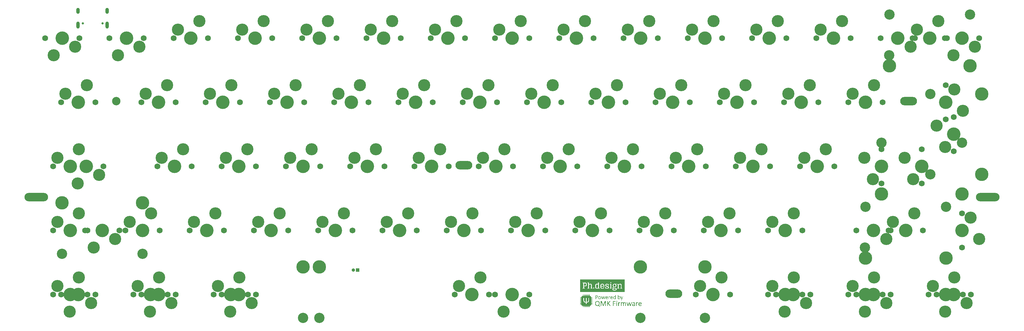
<source format=gbr>
%TF.GenerationSoftware,KiCad,Pcbnew,8.0.7*%
%TF.CreationDate,2024-12-20T17:07:47+08:00*%
%TF.ProjectId,PH60_Rev2,50483630-5f52-4657-9632-2e6b69636164,rev?*%
%TF.SameCoordinates,PX1b40518PY1b40518*%
%TF.FileFunction,Soldermask,Top*%
%TF.FilePolarity,Negative*%
%FSLAX46Y46*%
G04 Gerber Fmt 4.6, Leading zero omitted, Abs format (unit mm)*
G04 Created by KiCad (PCBNEW 8.0.7) date 2024-12-20 17:07:47*
%MOMM*%
%LPD*%
G01*
G04 APERTURE LIST*
%ADD10C,0.000000*%
%ADD11C,1.750000*%
%ADD12C,4.000000*%
%ADD13C,3.600000*%
%ADD14C,3.048000*%
%ADD15C,3.987800*%
%ADD16O,5.000000X2.500000*%
%ADD17C,3.050000*%
%ADD18O,7.000000X2.500000*%
%ADD19C,2.500000*%
%ADD20R,1.000000X1.000000*%
%ADD21O,1.000000X1.000000*%
%ADD22C,0.650000*%
%ADD23O,1.000000X1.800000*%
%ADD24O,1.000000X2.100000*%
G04 APERTURE END LIST*
D10*
G36*
X181292893Y-88549525D02*
G01*
X181292636Y-88554676D01*
X181292209Y-88559630D01*
X181291610Y-88564387D01*
X181290839Y-88568947D01*
X181289898Y-88573310D01*
X181288785Y-88577475D01*
X181287502Y-88581443D01*
X181286047Y-88585214D01*
X181284421Y-88588788D01*
X181282624Y-88592164D01*
X181280655Y-88595343D01*
X181278516Y-88598326D01*
X181276205Y-88601111D01*
X181273723Y-88603698D01*
X181271070Y-88606089D01*
X181268335Y-88608310D01*
X181265549Y-88610390D01*
X181262711Y-88612327D01*
X181259821Y-88614123D01*
X181256881Y-88615776D01*
X181253889Y-88617287D01*
X181250847Y-88618655D01*
X181247754Y-88619880D01*
X181244611Y-88620962D01*
X181241418Y-88621900D01*
X181238176Y-88622695D01*
X181234884Y-88623345D01*
X181231542Y-88623852D01*
X181228151Y-88624214D01*
X181224712Y-88624431D01*
X181221223Y-88624504D01*
X180560187Y-88624504D01*
X180560454Y-88645139D01*
X180561254Y-88665253D01*
X180562581Y-88684846D01*
X180564434Y-88703918D01*
X180566807Y-88722470D01*
X180569698Y-88740500D01*
X180573102Y-88758010D01*
X180577016Y-88774999D01*
X180579215Y-88783290D01*
X180581585Y-88791436D01*
X180584128Y-88799436D01*
X180586843Y-88807289D01*
X180589731Y-88814996D01*
X180592793Y-88822555D01*
X180596029Y-88829966D01*
X180599439Y-88837229D01*
X180603024Y-88844343D01*
X180606785Y-88851307D01*
X180610721Y-88858122D01*
X180614833Y-88864787D01*
X180619123Y-88871301D01*
X180623589Y-88877663D01*
X180628233Y-88883874D01*
X180633056Y-88889933D01*
X180638058Y-88895831D01*
X180643243Y-88901557D01*
X180648611Y-88907111D01*
X180654162Y-88912493D01*
X180659896Y-88917704D01*
X180665814Y-88922742D01*
X180671915Y-88927607D01*
X180678200Y-88932300D01*
X180684670Y-88936820D01*
X180691324Y-88941166D01*
X180698162Y-88945339D01*
X180705186Y-88949338D01*
X180712394Y-88953164D01*
X180719788Y-88956815D01*
X180727368Y-88960292D01*
X180735133Y-88963594D01*
X180743071Y-88966680D01*
X180751229Y-88969569D01*
X180759607Y-88972260D01*
X180768205Y-88974754D01*
X180777023Y-88977049D01*
X180786062Y-88979145D01*
X180795322Y-88981044D01*
X180804804Y-88982743D01*
X180814507Y-88984243D01*
X180824431Y-88985544D01*
X180834577Y-88986646D01*
X180844946Y-88987548D01*
X180855536Y-88988249D01*
X180866350Y-88988751D01*
X180877386Y-88989052D01*
X180888645Y-88989152D01*
X180906318Y-88988973D01*
X180923500Y-88988433D01*
X180940191Y-88987528D01*
X180956391Y-88986255D01*
X180972100Y-88984610D01*
X180987318Y-88982589D01*
X181002045Y-88980188D01*
X181016281Y-88977405D01*
X181030085Y-88974443D01*
X181043401Y-88971392D01*
X181056234Y-88968252D01*
X181068588Y-88965023D01*
X181080465Y-88961704D01*
X181091869Y-88958296D01*
X181102805Y-88954798D01*
X181113275Y-88951211D01*
X181132834Y-88944127D01*
X181150562Y-88937400D01*
X181166474Y-88931030D01*
X181180585Y-88925018D01*
X181186940Y-88922280D01*
X181192906Y-88919901D01*
X181198481Y-88917882D01*
X181203664Y-88916227D01*
X181206107Y-88915536D01*
X181208452Y-88914936D01*
X181210698Y-88914428D01*
X181212844Y-88914012D01*
X181214891Y-88913688D01*
X181216838Y-88913456D01*
X181218685Y-88913317D01*
X181220432Y-88913270D01*
X181221381Y-88913287D01*
X181222322Y-88913337D01*
X181223254Y-88913419D01*
X181224177Y-88913533D01*
X181225092Y-88913679D01*
X181225996Y-88913856D01*
X181226890Y-88914064D01*
X181227774Y-88914302D01*
X181228646Y-88914570D01*
X181229507Y-88914867D01*
X181230356Y-88915193D01*
X181231192Y-88915547D01*
X181232015Y-88915929D01*
X181232825Y-88916339D01*
X181233620Y-88916776D01*
X181234401Y-88917239D01*
X181235164Y-88917732D01*
X181235905Y-88918258D01*
X181236623Y-88918817D01*
X181237319Y-88919410D01*
X181237993Y-88920034D01*
X181238644Y-88920691D01*
X181239272Y-88921380D01*
X181239879Y-88922101D01*
X181240463Y-88922853D01*
X181241025Y-88923637D01*
X181241564Y-88924452D01*
X181242081Y-88925298D01*
X181242576Y-88926175D01*
X181243048Y-88927082D01*
X181243499Y-88928019D01*
X181243927Y-88928987D01*
X181244336Y-88929991D01*
X181244731Y-88931041D01*
X181245111Y-88932136D01*
X181245477Y-88933278D01*
X181245829Y-88934465D01*
X181246168Y-88935700D01*
X181246804Y-88938313D01*
X181247389Y-88941119D01*
X181247923Y-88944122D01*
X181248409Y-88947326D01*
X181248848Y-88950735D01*
X181249243Y-88954291D01*
X181249590Y-88958052D01*
X181249890Y-88962014D01*
X181250139Y-88966173D01*
X181250336Y-88970526D01*
X181250479Y-88975068D01*
X181250566Y-88979797D01*
X181250595Y-88984708D01*
X181250533Y-88991730D01*
X181250453Y-88995058D01*
X181250337Y-88998261D01*
X181250184Y-89001338D01*
X181249992Y-89004286D01*
X181249759Y-89007104D01*
X181249484Y-89009790D01*
X181248882Y-89014977D01*
X181248235Y-89019851D01*
X181247880Y-89022185D01*
X181247498Y-89024457D01*
X181247081Y-89026674D01*
X181246626Y-89028840D01*
X181246179Y-89030895D01*
X181245669Y-89032891D01*
X181245091Y-89034832D01*
X181244776Y-89035782D01*
X181244443Y-89036718D01*
X181244091Y-89037642D01*
X181243721Y-89038553D01*
X181243330Y-89039451D01*
X181242920Y-89040337D01*
X181242489Y-89041211D01*
X181242038Y-89042073D01*
X181241565Y-89042924D01*
X181241070Y-89043763D01*
X181240585Y-89044620D01*
X181240081Y-89045468D01*
X181239558Y-89046305D01*
X181239016Y-89047134D01*
X181238456Y-89047954D01*
X181237878Y-89048766D01*
X181237281Y-89049572D01*
X181236665Y-89050371D01*
X181236030Y-89051164D01*
X181235377Y-89051953D01*
X181234016Y-89053519D01*
X181232579Y-89055073D01*
X181231069Y-89056622D01*
X181230202Y-89057425D01*
X181229149Y-89058289D01*
X181227910Y-89059212D01*
X181226485Y-89060196D01*
X181224874Y-89061240D01*
X181223077Y-89062345D01*
X181221094Y-89063511D01*
X181218925Y-89064738D01*
X181216570Y-89066026D01*
X181214029Y-89067376D01*
X181208388Y-89070262D01*
X181202003Y-89073396D01*
X181194874Y-89076782D01*
X181187038Y-89080235D01*
X181178652Y-89083683D01*
X181169714Y-89087124D01*
X181160226Y-89090554D01*
X181150188Y-89093969D01*
X181139598Y-89097366D01*
X181128458Y-89100740D01*
X181116767Y-89104088D01*
X181104564Y-89107377D01*
X181091884Y-89110579D01*
X181078728Y-89113695D01*
X181065095Y-89116728D01*
X181050986Y-89119679D01*
X181036401Y-89122550D01*
X181021340Y-89125342D01*
X181005802Y-89128059D01*
X180989899Y-89130521D01*
X180973742Y-89132668D01*
X180957328Y-89134494D01*
X180940655Y-89135997D01*
X180923722Y-89137172D01*
X180906527Y-89138016D01*
X180889067Y-89138525D01*
X180871342Y-89138695D01*
X180840915Y-89138153D01*
X180811429Y-89136525D01*
X180782888Y-89133815D01*
X180755295Y-89130024D01*
X180728655Y-89125154D01*
X180715694Y-89122315D01*
X180702972Y-89119206D01*
X180690489Y-89115830D01*
X180678248Y-89112184D01*
X180666247Y-89108270D01*
X180654488Y-89104088D01*
X180642965Y-89099640D01*
X180631673Y-89094928D01*
X180620611Y-89089952D01*
X180609780Y-89084713D01*
X180599180Y-89079211D01*
X180588810Y-89073445D01*
X180578671Y-89067417D01*
X180568763Y-89061126D01*
X180559086Y-89054573D01*
X180549639Y-89047758D01*
X180540422Y-89040681D01*
X180531437Y-89033343D01*
X180522682Y-89025743D01*
X180514158Y-89017882D01*
X180505864Y-89009760D01*
X180497801Y-89001377D01*
X180489977Y-88992758D01*
X180482397Y-88983867D01*
X180475063Y-88974705D01*
X180467974Y-88965271D01*
X180461129Y-88955566D01*
X180454529Y-88945589D01*
X180448173Y-88935340D01*
X180442060Y-88924820D01*
X180436192Y-88914028D01*
X180430567Y-88902964D01*
X180425185Y-88891629D01*
X180420046Y-88880022D01*
X180415150Y-88868144D01*
X180410496Y-88855994D01*
X180406085Y-88843573D01*
X180401916Y-88830880D01*
X180397994Y-88817920D01*
X180394326Y-88804700D01*
X180390910Y-88791219D01*
X180387748Y-88777477D01*
X180384838Y-88763474D01*
X180382181Y-88749209D01*
X180377627Y-88719893D01*
X180374085Y-88689528D01*
X180371554Y-88658112D01*
X180370036Y-88625643D01*
X180369530Y-88592120D01*
X180370051Y-88560203D01*
X180371616Y-88529103D01*
X180374227Y-88498818D01*
X180375375Y-88489566D01*
X180560189Y-88489566D01*
X181107876Y-88489566D01*
X181108013Y-88471683D01*
X181107593Y-88454287D01*
X181106615Y-88437379D01*
X181105080Y-88420959D01*
X181102988Y-88405027D01*
X181100339Y-88389585D01*
X181097133Y-88374630D01*
X181093370Y-88360165D01*
X181089051Y-88346189D01*
X181084177Y-88332703D01*
X181078746Y-88319706D01*
X181072760Y-88307200D01*
X181066219Y-88295183D01*
X181059122Y-88283657D01*
X181051471Y-88272622D01*
X181043265Y-88262078D01*
X181034525Y-88252073D01*
X181025272Y-88242715D01*
X181015505Y-88234004D01*
X181005225Y-88225940D01*
X180994431Y-88218522D01*
X180983124Y-88211750D01*
X180971303Y-88205625D01*
X180958969Y-88200145D01*
X180946122Y-88195311D01*
X180932761Y-88191122D01*
X180918887Y-88187578D01*
X180904499Y-88184680D01*
X180889597Y-88182425D01*
X180874182Y-88180815D01*
X180858254Y-88179850D01*
X180841812Y-88179528D01*
X180833335Y-88179628D01*
X180824987Y-88179929D01*
X180816770Y-88180431D01*
X180808683Y-88181133D01*
X180800726Y-88182034D01*
X180792899Y-88183136D01*
X180785203Y-88184437D01*
X180777637Y-88185937D01*
X180770201Y-88187636D01*
X180762895Y-88189535D01*
X180755720Y-88191631D01*
X180748675Y-88193927D01*
X180741760Y-88196420D01*
X180734975Y-88199111D01*
X180728320Y-88202000D01*
X180721796Y-88205086D01*
X180715404Y-88208366D01*
X180709145Y-88211776D01*
X180703020Y-88215316D01*
X180697028Y-88218987D01*
X180691169Y-88222788D01*
X180685443Y-88226718D01*
X180679850Y-88230780D01*
X180674389Y-88234971D01*
X180669060Y-88239293D01*
X180663863Y-88243744D01*
X180658798Y-88248326D01*
X180653864Y-88253039D01*
X180649061Y-88257881D01*
X180644390Y-88262854D01*
X180639848Y-88267957D01*
X180635438Y-88273190D01*
X180631153Y-88278542D01*
X180626992Y-88284003D01*
X180622953Y-88289571D01*
X180619037Y-88295249D01*
X180615244Y-88301035D01*
X180611573Y-88306930D01*
X180608025Y-88312935D01*
X180604601Y-88319049D01*
X180601298Y-88325273D01*
X180598119Y-88331607D01*
X180595062Y-88338051D01*
X180592129Y-88344605D01*
X180589318Y-88351270D01*
X180586629Y-88358046D01*
X180584064Y-88364934D01*
X180581621Y-88371932D01*
X180577073Y-88386064D01*
X180573070Y-88400359D01*
X180569607Y-88414817D01*
X180566677Y-88429440D01*
X180564277Y-88444226D01*
X180562399Y-88459176D01*
X180561038Y-88474289D01*
X180560189Y-88489566D01*
X180375375Y-88489566D01*
X180377885Y-88469346D01*
X180382592Y-88440685D01*
X180388350Y-88412834D01*
X180395161Y-88385790D01*
X180403028Y-88359551D01*
X180407312Y-88346783D01*
X180411830Y-88334258D01*
X180416582Y-88321975D01*
X180421567Y-88309934D01*
X180426784Y-88298136D01*
X180432233Y-88286581D01*
X180437914Y-88275270D01*
X180443826Y-88264202D01*
X180449969Y-88253377D01*
X180456342Y-88242797D01*
X180462945Y-88232461D01*
X180469776Y-88222369D01*
X180476837Y-88212521D01*
X180484126Y-88202919D01*
X180491643Y-88193562D01*
X180499387Y-88184450D01*
X180507377Y-88175591D01*
X180515572Y-88166993D01*
X180523971Y-88158655D01*
X180532574Y-88150579D01*
X180541380Y-88142764D01*
X180550390Y-88135211D01*
X180559603Y-88127920D01*
X180569019Y-88120890D01*
X180578638Y-88114123D01*
X180588460Y-88107619D01*
X180598483Y-88101377D01*
X180608709Y-88095398D01*
X180619136Y-88089683D01*
X180629766Y-88084231D01*
X180640596Y-88079043D01*
X180651628Y-88074119D01*
X180662872Y-88069449D01*
X180674280Y-88065084D01*
X180685852Y-88061023D01*
X180697588Y-88057266D01*
X180709489Y-88053812D01*
X180721555Y-88050661D01*
X180733786Y-88047813D01*
X180746183Y-88045266D01*
X180758745Y-88043020D01*
X180771472Y-88041076D01*
X180784366Y-88039431D01*
X180797426Y-88038087D01*
X180810653Y-88037043D01*
X180824046Y-88036297D01*
X180837606Y-88035850D01*
X180851334Y-88035701D01*
X180865962Y-88035848D01*
X180880318Y-88036289D01*
X180894402Y-88037025D01*
X180908214Y-88038055D01*
X180921753Y-88039380D01*
X180935019Y-88041000D01*
X180948013Y-88042916D01*
X180960733Y-88045127D01*
X180973180Y-88047634D01*
X180985353Y-88050437D01*
X180997252Y-88053536D01*
X181008877Y-88056931D01*
X181020227Y-88060624D01*
X181031303Y-88064613D01*
X181042105Y-88068900D01*
X181052631Y-88073484D01*
X181062904Y-88078347D01*
X181072946Y-88083411D01*
X181082757Y-88088676D01*
X181092338Y-88094144D01*
X181101688Y-88099813D01*
X181110808Y-88105684D01*
X181119696Y-88111757D01*
X181128354Y-88118033D01*
X181136782Y-88124512D01*
X181144978Y-88131193D01*
X181152944Y-88138078D01*
X181160679Y-88145167D01*
X181168184Y-88152459D01*
X181175458Y-88159955D01*
X181182501Y-88167655D01*
X181189314Y-88175560D01*
X181195873Y-88183682D01*
X181202216Y-88191976D01*
X181208342Y-88200441D01*
X181214250Y-88209078D01*
X181219940Y-88217888D01*
X181225410Y-88226869D01*
X181230660Y-88236023D01*
X181235689Y-88245350D01*
X181240497Y-88254850D01*
X181245083Y-88264523D01*
X181249446Y-88274370D01*
X181253586Y-88284390D01*
X181257501Y-88294585D01*
X181261192Y-88304953D01*
X181264656Y-88315496D01*
X181267895Y-88326214D01*
X181273758Y-88348002D01*
X181278846Y-88370150D01*
X181283156Y-88392659D01*
X181286687Y-88415530D01*
X181289436Y-88438766D01*
X181291402Y-88462369D01*
X181292583Y-88486340D01*
X181292977Y-88510681D01*
X181292977Y-88544177D01*
X181292978Y-88544177D01*
X181292893Y-88549525D01*
G37*
G36*
X164517864Y-82399337D02*
G01*
X164540619Y-82400342D01*
X164562251Y-82402023D01*
X164582770Y-82404383D01*
X164602186Y-82407426D01*
X164620507Y-82411155D01*
X164637744Y-82415575D01*
X164645958Y-82418045D01*
X164653905Y-82420689D01*
X164661585Y-82423508D01*
X164668999Y-82426502D01*
X164676150Y-82429671D01*
X164683037Y-82433016D01*
X164689663Y-82436538D01*
X164696028Y-82440236D01*
X164702133Y-82444112D01*
X164707980Y-82448166D01*
X164713570Y-82452399D01*
X164718904Y-82456810D01*
X164723983Y-82461400D01*
X164728808Y-82466171D01*
X164733381Y-82471121D01*
X164737703Y-82476253D01*
X164741774Y-82481566D01*
X164745596Y-82487060D01*
X164752804Y-82498624D01*
X164759627Y-82510973D01*
X164766053Y-82524101D01*
X164772071Y-82538005D01*
X164777671Y-82552680D01*
X164782842Y-82568122D01*
X164787572Y-82584328D01*
X164791850Y-82601293D01*
X164795666Y-82619013D01*
X164799008Y-82637483D01*
X164801865Y-82656700D01*
X164804227Y-82676660D01*
X164806081Y-82697358D01*
X164807418Y-82718790D01*
X164808225Y-82740952D01*
X164808493Y-82763841D01*
X164808217Y-82786076D01*
X164807435Y-82806943D01*
X164806214Y-82826535D01*
X164804624Y-82844940D01*
X164802731Y-82862251D01*
X164800604Y-82878558D01*
X164798311Y-82893953D01*
X164795920Y-82908525D01*
X164793307Y-82922804D01*
X164790250Y-82937202D01*
X164786669Y-82951643D01*
X164784658Y-82958855D01*
X164782486Y-82966049D01*
X164780145Y-82973214D01*
X164777623Y-82980341D01*
X164774913Y-82987421D01*
X164772002Y-82994443D01*
X164768882Y-83001398D01*
X164765544Y-83008276D01*
X164761976Y-83015067D01*
X164758169Y-83021762D01*
X164754069Y-83028261D01*
X164749620Y-83034481D01*
X164744836Y-83040431D01*
X164739729Y-83046121D01*
X164734309Y-83051558D01*
X164728590Y-83056752D01*
X164722583Y-83061712D01*
X164716299Y-83066446D01*
X164709752Y-83070963D01*
X164702952Y-83075272D01*
X164695912Y-83079382D01*
X164688643Y-83083301D01*
X164681158Y-83087038D01*
X164673468Y-83090603D01*
X164665586Y-83094003D01*
X164657522Y-83097248D01*
X164649263Y-83100317D01*
X164640786Y-83103183D01*
X164632081Y-83105848D01*
X164623139Y-83108312D01*
X164613951Y-83110576D01*
X164604507Y-83112639D01*
X164594799Y-83114503D01*
X164584817Y-83116169D01*
X164563993Y-83118906D01*
X164541961Y-83120856D01*
X164518647Y-83122022D01*
X164493978Y-83122410D01*
X164229770Y-83122410D01*
X164229770Y-82399002D01*
X164493978Y-82399002D01*
X164517864Y-82399337D01*
G37*
G36*
X172424315Y-86268607D02*
G01*
X172435283Y-86268943D01*
X172446043Y-86269502D01*
X172456593Y-86270287D01*
X172466934Y-86271296D01*
X172477066Y-86272531D01*
X172486988Y-86273992D01*
X172496700Y-86275679D01*
X172506202Y-86277593D01*
X172515493Y-86279735D01*
X172524573Y-86282105D01*
X172533443Y-86284703D01*
X172542101Y-86287530D01*
X172550548Y-86290586D01*
X172558784Y-86293872D01*
X172566807Y-86297388D01*
X172574666Y-86301096D01*
X172582345Y-86304957D01*
X172589847Y-86308971D01*
X172597171Y-86313139D01*
X172604317Y-86317462D01*
X172611286Y-86321939D01*
X172618077Y-86326572D01*
X172624692Y-86331361D01*
X172631129Y-86336306D01*
X172637391Y-86341407D01*
X172643476Y-86346666D01*
X172649385Y-86352083D01*
X172655118Y-86357657D01*
X172660676Y-86363390D01*
X172666058Y-86369283D01*
X172671265Y-86375334D01*
X172676272Y-86381531D01*
X172681110Y-86387859D01*
X172685782Y-86394317D01*
X172690286Y-86400906D01*
X172694622Y-86407626D01*
X172698791Y-86414477D01*
X172702793Y-86421460D01*
X172706627Y-86428575D01*
X172710294Y-86435822D01*
X172713793Y-86443202D01*
X172717125Y-86450714D01*
X172720290Y-86458358D01*
X172723287Y-86466136D01*
X172726117Y-86474047D01*
X172728779Y-86482091D01*
X172731274Y-86490269D01*
X172735745Y-86506901D01*
X172739633Y-86523815D01*
X172742932Y-86541012D01*
X172745640Y-86558492D01*
X172747753Y-86576255D01*
X172749267Y-86594300D01*
X172750178Y-86612628D01*
X172750482Y-86631239D01*
X172750482Y-86656798D01*
X172750417Y-86660889D01*
X172750222Y-86664827D01*
X172749896Y-86668614D01*
X172749441Y-86672249D01*
X172748855Y-86675732D01*
X172748139Y-86679063D01*
X172747292Y-86682244D01*
X172746316Y-86685273D01*
X172745209Y-86688152D01*
X172743972Y-86690881D01*
X172742604Y-86693459D01*
X172741107Y-86695887D01*
X172739479Y-86698166D01*
X172737721Y-86700295D01*
X172735833Y-86702275D01*
X172733814Y-86704105D01*
X172731712Y-86705806D01*
X172729573Y-86707395D01*
X172727396Y-86708873D01*
X172725182Y-86710239D01*
X172722931Y-86711496D01*
X172720643Y-86712641D01*
X172718317Y-86713677D01*
X172715955Y-86714603D01*
X172713555Y-86715418D01*
X172711118Y-86716125D01*
X172708643Y-86716722D01*
X172706132Y-86717210D01*
X172703583Y-86717589D01*
X172700997Y-86717859D01*
X172698374Y-86718021D01*
X172695714Y-86718075D01*
X172190889Y-86718075D01*
X172191090Y-86733881D01*
X172191693Y-86749275D01*
X172192697Y-86764258D01*
X172194104Y-86778837D01*
X172195912Y-86793013D01*
X172198122Y-86806792D01*
X172200734Y-86820176D01*
X172203748Y-86833169D01*
X172205420Y-86839483D01*
X172207223Y-86845685D01*
X172209158Y-86851776D01*
X172211224Y-86857755D01*
X172213422Y-86863623D01*
X172215752Y-86869379D01*
X172218216Y-86875023D01*
X172220813Y-86880556D01*
X172223544Y-86885977D01*
X172226410Y-86891286D01*
X172229410Y-86896484D01*
X172232546Y-86901570D01*
X172235818Y-86906545D01*
X172239225Y-86911408D01*
X172242770Y-86916159D01*
X172246452Y-86920799D01*
X172250273Y-86925316D01*
X172254235Y-86929699D01*
X172258338Y-86933948D01*
X172262582Y-86938063D01*
X172266966Y-86942044D01*
X172271491Y-86945891D01*
X172276155Y-86949605D01*
X172280960Y-86953184D01*
X172285903Y-86956629D01*
X172290987Y-86959941D01*
X172296209Y-86963118D01*
X172301570Y-86966162D01*
X172307069Y-86969071D01*
X172312707Y-86971847D01*
X172318483Y-86974489D01*
X172324397Y-86976996D01*
X172330463Y-86979389D01*
X172336698Y-86981625D01*
X172343099Y-86983706D01*
X172349668Y-86985631D01*
X172356404Y-86987401D01*
X172363308Y-86989015D01*
X172370379Y-86990475D01*
X172377618Y-86991780D01*
X172385024Y-86992931D01*
X172392597Y-86993927D01*
X172400338Y-86994770D01*
X172408247Y-86995459D01*
X172416323Y-86995994D01*
X172424566Y-86996376D01*
X172432977Y-86996605D01*
X172441555Y-86996681D01*
X172455061Y-86996540D01*
X172468195Y-86996118D01*
X172480957Y-86995417D01*
X172493347Y-86994439D01*
X172505365Y-86993186D01*
X172517010Y-86991659D01*
X172528284Y-86989860D01*
X172539186Y-86987791D01*
X172549716Y-86985499D01*
X172559876Y-86983145D01*
X172569667Y-86980729D01*
X172579092Y-86978247D01*
X172588152Y-86975698D01*
X172596849Y-86973080D01*
X172605186Y-86970391D01*
X172613163Y-86967630D01*
X172628143Y-86962272D01*
X172641679Y-86957153D01*
X172653816Y-86952271D01*
X172659374Y-86949920D01*
X172664599Y-86947628D01*
X172669450Y-86945559D01*
X172674002Y-86943761D01*
X172678253Y-86942234D01*
X172682200Y-86940980D01*
X172685842Y-86940002D01*
X172687548Y-86939617D01*
X172689177Y-86939301D01*
X172690729Y-86939055D01*
X172692203Y-86938879D01*
X172693600Y-86938773D01*
X172694919Y-86938738D01*
X172695659Y-86938749D01*
X172696392Y-86938783D01*
X172697117Y-86938839D01*
X172697834Y-86938919D01*
X172698542Y-86939022D01*
X172699242Y-86939148D01*
X172699932Y-86939298D01*
X172700614Y-86939472D01*
X172701287Y-86939670D01*
X172701950Y-86939893D01*
X172702603Y-86940140D01*
X172703246Y-86940412D01*
X172703879Y-86940709D01*
X172704501Y-86941032D01*
X172705113Y-86941380D01*
X172705714Y-86941754D01*
X172706274Y-86942124D01*
X172706822Y-86942520D01*
X172707357Y-86942942D01*
X172707880Y-86943389D01*
X172708388Y-86943861D01*
X172708881Y-86944358D01*
X172709360Y-86944879D01*
X172709822Y-86945425D01*
X172710267Y-86945995D01*
X172710695Y-86946589D01*
X172711105Y-86947207D01*
X172711496Y-86947849D01*
X172711868Y-86948513D01*
X172712219Y-86949201D01*
X172712549Y-86949911D01*
X172712858Y-86950644D01*
X172713180Y-86951407D01*
X172713491Y-86952207D01*
X172713791Y-86953044D01*
X172714081Y-86953918D01*
X172714360Y-86954830D01*
X172714630Y-86955779D01*
X172715140Y-86957788D01*
X172715613Y-86959946D01*
X172716050Y-86962253D01*
X172716454Y-86964708D01*
X172716827Y-86967313D01*
X172717109Y-86970059D01*
X172717360Y-86972941D01*
X172717578Y-86975961D01*
X172717760Y-86979120D01*
X172717905Y-86982420D01*
X172718010Y-86985864D01*
X172718075Y-86989453D01*
X172718097Y-86993189D01*
X172718083Y-86995935D01*
X172718038Y-86998579D01*
X172717963Y-87001123D01*
X172717859Y-87003567D01*
X172717725Y-87005916D01*
X172717561Y-87008169D01*
X172717367Y-87010329D01*
X172717144Y-87012398D01*
X172716951Y-87014399D01*
X172716732Y-87016352D01*
X172716491Y-87018253D01*
X172716231Y-87020097D01*
X172715957Y-87021883D01*
X172715671Y-87023605D01*
X172715081Y-87026844D01*
X172714924Y-87027643D01*
X172714753Y-87028430D01*
X172714567Y-87029206D01*
X172714366Y-87029972D01*
X172714150Y-87030728D01*
X172713920Y-87031474D01*
X172713674Y-87032210D01*
X172713414Y-87032936D01*
X172713138Y-87033654D01*
X172712848Y-87034362D01*
X172712543Y-87035061D01*
X172712223Y-87035752D01*
X172711888Y-87036434D01*
X172711538Y-87037108D01*
X172711174Y-87037774D01*
X172710794Y-87038433D01*
X172710050Y-87039683D01*
X172709246Y-87040928D01*
X172708822Y-87041549D01*
X172708383Y-87042167D01*
X172707929Y-87042782D01*
X172707460Y-87043394D01*
X172706976Y-87044002D01*
X172706478Y-87044606D01*
X172705964Y-87045206D01*
X172705436Y-87045800D01*
X172704893Y-87046389D01*
X172704335Y-87046971D01*
X172703762Y-87047548D01*
X172703174Y-87048117D01*
X172702508Y-87048734D01*
X172701701Y-87049397D01*
X172700752Y-87050105D01*
X172699662Y-87050858D01*
X172698430Y-87051656D01*
X172697057Y-87052501D01*
X172695543Y-87053391D01*
X172693887Y-87054328D01*
X172692090Y-87055311D01*
X172690152Y-87056341D01*
X172685851Y-87058542D01*
X172680984Y-87060933D01*
X172675552Y-87063516D01*
X172669569Y-87066181D01*
X172663167Y-87068821D01*
X172656345Y-87071443D01*
X172649101Y-87074053D01*
X172641432Y-87076654D01*
X172633337Y-87079254D01*
X172624815Y-87081858D01*
X172615862Y-87084471D01*
X172606516Y-87086948D01*
X172596812Y-87089377D01*
X172586752Y-87091754D01*
X172576334Y-87094075D01*
X172565558Y-87096337D01*
X172554426Y-87098535D01*
X172542936Y-87100666D01*
X172531089Y-87102727D01*
X172518967Y-87104624D01*
X172506649Y-87106269D01*
X172494134Y-87107660D01*
X172481420Y-87108799D01*
X172468505Y-87109684D01*
X172455388Y-87110317D01*
X172442065Y-87110696D01*
X172428536Y-87110823D01*
X172405267Y-87110407D01*
X172382727Y-87109159D01*
X172360917Y-87107081D01*
X172339835Y-87104175D01*
X172319483Y-87100444D01*
X172309580Y-87098269D01*
X172299860Y-87095888D01*
X172290321Y-87093302D01*
X172280966Y-87090510D01*
X172271792Y-87087513D01*
X172262801Y-87084312D01*
X172253990Y-87080935D01*
X172245358Y-87077355D01*
X172236904Y-87073570D01*
X172228628Y-87069583D01*
X172220529Y-87065392D01*
X172212608Y-87061000D01*
X172204864Y-87056405D01*
X172197297Y-87051609D01*
X172189907Y-87046612D01*
X172182693Y-87041415D01*
X172175656Y-87036018D01*
X172168794Y-87030421D01*
X172162109Y-87024625D01*
X172155599Y-87018631D01*
X172149264Y-87012438D01*
X172143104Y-87006048D01*
X172137127Y-86999455D01*
X172131339Y-86992654D01*
X172125739Y-86985645D01*
X172120328Y-86978428D01*
X172115105Y-86971004D01*
X172110070Y-86963373D01*
X172105221Y-86955534D01*
X172100559Y-86947489D01*
X172096083Y-86939238D01*
X172091793Y-86930780D01*
X172087687Y-86922116D01*
X172083766Y-86913246D01*
X172080030Y-86904171D01*
X172076477Y-86894890D01*
X172073107Y-86885405D01*
X172069921Y-86875714D01*
X172066922Y-86865821D01*
X172064116Y-86855727D01*
X172061504Y-86845433D01*
X172059086Y-86834938D01*
X172056861Y-86824243D01*
X172054830Y-86813349D01*
X172051347Y-86790962D01*
X172048638Y-86767778D01*
X172046703Y-86743801D01*
X172045543Y-86719030D01*
X172045156Y-86693469D01*
X172045557Y-86669076D01*
X172046760Y-86645309D01*
X172048764Y-86622166D01*
X172049649Y-86615046D01*
X172190889Y-86615046D01*
X172609037Y-86615046D01*
X172609151Y-86601391D01*
X172608837Y-86588109D01*
X172608096Y-86575199D01*
X172606929Y-86562661D01*
X172605335Y-86550497D01*
X172603316Y-86538706D01*
X172600872Y-86527288D01*
X172598004Y-86516244D01*
X172594711Y-86505574D01*
X172590995Y-86495279D01*
X172586855Y-86485357D01*
X172582293Y-86475810D01*
X172577308Y-86466638D01*
X172571901Y-86457841D01*
X172566074Y-86449420D01*
X172559825Y-86441374D01*
X172553140Y-86433733D01*
X172546065Y-86426588D01*
X172538600Y-86419936D01*
X172530744Y-86413779D01*
X172522497Y-86408115D01*
X172513859Y-86402946D01*
X172504831Y-86398269D01*
X172495412Y-86394086D01*
X172485602Y-86390396D01*
X172475402Y-86387199D01*
X172464811Y-86384494D01*
X172453829Y-86382282D01*
X172442457Y-86380561D01*
X172430694Y-86379333D01*
X172418540Y-86378596D01*
X172405996Y-86378350D01*
X172399499Y-86378426D01*
X172393107Y-86378655D01*
X172386817Y-86379037D01*
X172380630Y-86379571D01*
X172374546Y-86380257D01*
X172368564Y-86381096D01*
X172362682Y-86382088D01*
X172356902Y-86383232D01*
X172351222Y-86384528D01*
X172345643Y-86385978D01*
X172340163Y-86387579D01*
X172334781Y-86389334D01*
X172329499Y-86391241D01*
X172324314Y-86393300D01*
X172319228Y-86395512D01*
X172314238Y-86397876D01*
X172309375Y-86400367D01*
X172304609Y-86402959D01*
X172299941Y-86405651D01*
X172295372Y-86408443D01*
X172290900Y-86411336D01*
X172286528Y-86414329D01*
X172282255Y-86417423D01*
X172278083Y-86420617D01*
X172274010Y-86423912D01*
X172270039Y-86427307D01*
X172266169Y-86430803D01*
X172262401Y-86434399D01*
X172258735Y-86438095D01*
X172255172Y-86441892D01*
X172251712Y-86445790D01*
X172248356Y-86449788D01*
X172245071Y-86453878D01*
X172241881Y-86458054D01*
X172238788Y-86462315D01*
X172235790Y-86466660D01*
X172232887Y-86471088D01*
X172230078Y-86475600D01*
X172227364Y-86480195D01*
X172224742Y-86484871D01*
X172222214Y-86489630D01*
X172219778Y-86494470D01*
X172217435Y-86499391D01*
X172215183Y-86504393D01*
X172213022Y-86509474D01*
X172210952Y-86514635D01*
X172208972Y-86519875D01*
X172207082Y-86525194D01*
X172203652Y-86536022D01*
X172200623Y-86546958D01*
X172197996Y-86558005D01*
X172195771Y-86569168D01*
X172193948Y-86580449D01*
X172192526Y-86591854D01*
X172191507Y-86603385D01*
X172190889Y-86615046D01*
X172049649Y-86615046D01*
X172051565Y-86599648D01*
X172055163Y-86577756D01*
X172059554Y-86556488D01*
X172064739Y-86535845D01*
X172070714Y-86515828D01*
X172074015Y-86506069D01*
X172077487Y-86496496D01*
X172081131Y-86487109D01*
X172084947Y-86477909D01*
X172088937Y-86468896D01*
X172093100Y-86460071D01*
X172097437Y-86451432D01*
X172101948Y-86442982D01*
X172106635Y-86434719D01*
X172111496Y-86426644D01*
X172116534Y-86418758D01*
X172121747Y-86411061D01*
X172127138Y-86403552D01*
X172132705Y-86396232D01*
X172138451Y-86389102D01*
X172144374Y-86382161D01*
X172150467Y-86375385D01*
X172156719Y-86368811D01*
X172163130Y-86362437D01*
X172169700Y-86356265D01*
X172176428Y-86350293D01*
X172183313Y-86344522D01*
X172190356Y-86338952D01*
X172197555Y-86333583D01*
X172204911Y-86328415D01*
X172212423Y-86323448D01*
X172220090Y-86318682D01*
X172227911Y-86314116D01*
X172235888Y-86309752D01*
X172244018Y-86305589D01*
X172252302Y-86301626D01*
X172260738Y-86297864D01*
X172269315Y-86294291D01*
X172278017Y-86290951D01*
X172286846Y-86287844D01*
X172295802Y-86284971D01*
X172304884Y-86282330D01*
X172314093Y-86279921D01*
X172323428Y-86277744D01*
X172332890Y-86275798D01*
X172342478Y-86274083D01*
X172352193Y-86272598D01*
X172362034Y-86271342D01*
X172372002Y-86270316D01*
X172382096Y-86269519D01*
X172392317Y-86268950D01*
X172402664Y-86268609D01*
X172413138Y-86268496D01*
X172424315Y-86268607D01*
G37*
G36*
X171850461Y-86268510D02*
G01*
X171853353Y-86268559D01*
X171856346Y-86268646D01*
X171859438Y-86268773D01*
X171862626Y-86268945D01*
X171865910Y-86269165D01*
X171869286Y-86269437D01*
X171872753Y-86269765D01*
X171876288Y-86270100D01*
X171879865Y-86270507D01*
X171883483Y-86270984D01*
X171887140Y-86271531D01*
X171890835Y-86272145D01*
X171894564Y-86272823D01*
X171898327Y-86273565D01*
X171902122Y-86274369D01*
X171905887Y-86275217D01*
X171909563Y-86276095D01*
X171913150Y-86277003D01*
X171916647Y-86277941D01*
X171920055Y-86278908D01*
X171923374Y-86279905D01*
X171926604Y-86280932D01*
X171929744Y-86281989D01*
X171932728Y-86283060D01*
X171935487Y-86284132D01*
X171938018Y-86285204D01*
X171940321Y-86286275D01*
X171942393Y-86287347D01*
X171943342Y-86287882D01*
X171944232Y-86288418D01*
X171945064Y-86288954D01*
X171945837Y-86289490D01*
X171946551Y-86290026D01*
X171947206Y-86290561D01*
X171947846Y-86291095D01*
X171948456Y-86291625D01*
X171949037Y-86292152D01*
X171949589Y-86292675D01*
X171950113Y-86293194D01*
X171950607Y-86293709D01*
X171951074Y-86294221D01*
X171951512Y-86294728D01*
X171951922Y-86295233D01*
X171952305Y-86295733D01*
X171952660Y-86296230D01*
X171952988Y-86296723D01*
X171953289Y-86297212D01*
X171953563Y-86297698D01*
X171953811Y-86298180D01*
X171954032Y-86298658D01*
X171954448Y-86299647D01*
X171954861Y-86300709D01*
X171955266Y-86301842D01*
X171955660Y-86303043D01*
X171956039Y-86304312D01*
X171956399Y-86305645D01*
X171956737Y-86307042D01*
X171957049Y-86308500D01*
X171957339Y-86310071D01*
X171957612Y-86311809D01*
X171957866Y-86313718D01*
X171958100Y-86315803D01*
X171958312Y-86318065D01*
X171958500Y-86320511D01*
X171958661Y-86323142D01*
X171958795Y-86325963D01*
X171959013Y-86339437D01*
X171959085Y-86347729D01*
X171959112Y-86357078D01*
X171959113Y-86357078D01*
X171959079Y-86366007D01*
X171958954Y-86374223D01*
X171958711Y-86381724D01*
X171958536Y-86385206D01*
X171958320Y-86388510D01*
X171958105Y-86391636D01*
X171957821Y-86394582D01*
X171957474Y-86397351D01*
X171957069Y-86399940D01*
X171956613Y-86402351D01*
X171956109Y-86404584D01*
X171955565Y-86406637D01*
X171954985Y-86408513D01*
X171954652Y-86409421D01*
X171954309Y-86410299D01*
X171953954Y-86411148D01*
X171953589Y-86411968D01*
X171953214Y-86412759D01*
X171952829Y-86413522D01*
X171952434Y-86414256D01*
X171952029Y-86414962D01*
X171951615Y-86415640D01*
X171951192Y-86416291D01*
X171950761Y-86416914D01*
X171950320Y-86417509D01*
X171949872Y-86418078D01*
X171949415Y-86418620D01*
X171948950Y-86419136D01*
X171948478Y-86419625D01*
X171947990Y-86420087D01*
X171947480Y-86420518D01*
X171946947Y-86420920D01*
X171946392Y-86421292D01*
X171945813Y-86421634D01*
X171945210Y-86421947D01*
X171944584Y-86422230D01*
X171943933Y-86422483D01*
X171943259Y-86422706D01*
X171942560Y-86422899D01*
X171941836Y-86423063D01*
X171941088Y-86423197D01*
X171940314Y-86423301D01*
X171939516Y-86423376D01*
X171938691Y-86423420D01*
X171937841Y-86423435D01*
X171936995Y-86423420D01*
X171936122Y-86423376D01*
X171935225Y-86423301D01*
X171934302Y-86423197D01*
X171933353Y-86423063D01*
X171932380Y-86422899D01*
X171931382Y-86422706D01*
X171930360Y-86422483D01*
X171929314Y-86422230D01*
X171928243Y-86421947D01*
X171927149Y-86421634D01*
X171926032Y-86421292D01*
X171924891Y-86420920D01*
X171923727Y-86420518D01*
X171922541Y-86420086D01*
X171921331Y-86419625D01*
X171918847Y-86418673D01*
X171916274Y-86417720D01*
X171910874Y-86415815D01*
X171905146Y-86413910D01*
X171899106Y-86412005D01*
X171895966Y-86411008D01*
X171892736Y-86410038D01*
X171889417Y-86409095D01*
X171886009Y-86408175D01*
X171882512Y-86407278D01*
X171878925Y-86406402D01*
X171875249Y-86405544D01*
X171871484Y-86404703D01*
X171867584Y-86403921D01*
X171863621Y-86403244D01*
X171859590Y-86402671D01*
X171855490Y-86402202D01*
X171851314Y-86401838D01*
X171847061Y-86401577D01*
X171842726Y-86401421D01*
X171838305Y-86401369D01*
X171835630Y-86401401D01*
X171832962Y-86401496D01*
X171830303Y-86401656D01*
X171827651Y-86401880D01*
X171825008Y-86402169D01*
X171822374Y-86402524D01*
X171819748Y-86402945D01*
X171817131Y-86403433D01*
X171814524Y-86403987D01*
X171811926Y-86404609D01*
X171809338Y-86405299D01*
X171806760Y-86406057D01*
X171804193Y-86406884D01*
X171801635Y-86407780D01*
X171799089Y-86408746D01*
X171796553Y-86409783D01*
X171793984Y-86410897D01*
X171791397Y-86412097D01*
X171788792Y-86413382D01*
X171786170Y-86414753D01*
X171783531Y-86416210D01*
X171780876Y-86417752D01*
X171778205Y-86419380D01*
X171775519Y-86421094D01*
X171772818Y-86422892D01*
X171770102Y-86424777D01*
X171767373Y-86426747D01*
X171764630Y-86428803D01*
X171761874Y-86430944D01*
X171759105Y-86433171D01*
X171756324Y-86435483D01*
X171753532Y-86437881D01*
X171750696Y-86440374D01*
X171747846Y-86442970D01*
X171744980Y-86445669D01*
X171742099Y-86448470D01*
X171736289Y-86454376D01*
X171730414Y-86460682D01*
X171724472Y-86467382D01*
X171718461Y-86474471D01*
X171712379Y-86481943D01*
X171706225Y-86489793D01*
X171699959Y-86498119D01*
X171693542Y-86506903D01*
X171686973Y-86516141D01*
X171680249Y-86525829D01*
X171673370Y-86535963D01*
X171666332Y-86546541D01*
X171659134Y-86557557D01*
X171651774Y-86569009D01*
X171651774Y-87073358D01*
X171651759Y-87074184D01*
X171651715Y-87074995D01*
X171651642Y-87075791D01*
X171651540Y-87076572D01*
X171651411Y-87077339D01*
X171651255Y-87078090D01*
X171651071Y-87078827D01*
X171650861Y-87079549D01*
X171650625Y-87080256D01*
X171650363Y-87080948D01*
X171650076Y-87081625D01*
X171649765Y-87082287D01*
X171649429Y-87082935D01*
X171649070Y-87083567D01*
X171648687Y-87084185D01*
X171648282Y-87084787D01*
X171647848Y-87085377D01*
X171647381Y-87085956D01*
X171646880Y-87086523D01*
X171646344Y-87087079D01*
X171645775Y-87087625D01*
X171645170Y-87088158D01*
X171644531Y-87088681D01*
X171643856Y-87089193D01*
X171643147Y-87089693D01*
X171642401Y-87090183D01*
X171641620Y-87090661D01*
X171640803Y-87091128D01*
X171639949Y-87091583D01*
X171639059Y-87092028D01*
X171638133Y-87092461D01*
X171637169Y-87092884D01*
X171636192Y-87093295D01*
X171635168Y-87093694D01*
X171634095Y-87094083D01*
X171632974Y-87094459D01*
X171631807Y-87094823D01*
X171630592Y-87095175D01*
X171628021Y-87095840D01*
X171625264Y-87096454D01*
X171622323Y-87097014D01*
X171619200Y-87097518D01*
X171615896Y-87097964D01*
X171612383Y-87098358D01*
X171608631Y-87098705D01*
X171604636Y-87099005D01*
X171600398Y-87099254D01*
X171595914Y-87099451D01*
X171591183Y-87099594D01*
X171586202Y-87099681D01*
X171580970Y-87099710D01*
X171575962Y-87099681D01*
X171571175Y-87099594D01*
X171566608Y-87099451D01*
X171562258Y-87099254D01*
X171558124Y-87099005D01*
X171554204Y-87098705D01*
X171550496Y-87098358D01*
X171546998Y-87097964D01*
X171543641Y-87097518D01*
X171540474Y-87097014D01*
X171537493Y-87096454D01*
X171534695Y-87095841D01*
X171532075Y-87095175D01*
X171529630Y-87094459D01*
X171527356Y-87093695D01*
X171525250Y-87092884D01*
X171524258Y-87092461D01*
X171523307Y-87092028D01*
X171522396Y-87091583D01*
X171521526Y-87091128D01*
X171520696Y-87090661D01*
X171519905Y-87090183D01*
X171519154Y-87089693D01*
X171518443Y-87089193D01*
X171517770Y-87088681D01*
X171517137Y-87088158D01*
X171516541Y-87087625D01*
X171515985Y-87087079D01*
X171515466Y-87086523D01*
X171514985Y-87085956D01*
X171514542Y-87085377D01*
X171514137Y-87084787D01*
X171513789Y-87084185D01*
X171513460Y-87083567D01*
X171513151Y-87082935D01*
X171512862Y-87082287D01*
X171512593Y-87081625D01*
X171512345Y-87080948D01*
X171512119Y-87080256D01*
X171511914Y-87079549D01*
X171511732Y-87078827D01*
X171511572Y-87078090D01*
X171511436Y-87077339D01*
X171511324Y-87076572D01*
X171511235Y-87075791D01*
X171511172Y-87074995D01*
X171511133Y-87074184D01*
X171511120Y-87073358D01*
X171511120Y-86306754D01*
X171511131Y-86305900D01*
X171511164Y-86305065D01*
X171511219Y-86304248D01*
X171511294Y-86303450D01*
X171511390Y-86302670D01*
X171511505Y-86301909D01*
X171511641Y-86301167D01*
X171511795Y-86300443D01*
X171511968Y-86299738D01*
X171512159Y-86299052D01*
X171512368Y-86298384D01*
X171512594Y-86297735D01*
X171512836Y-86297104D01*
X171513095Y-86296492D01*
X171513370Y-86295899D01*
X171513660Y-86295324D01*
X171514008Y-86294732D01*
X171514396Y-86294148D01*
X171514825Y-86293571D01*
X171515294Y-86293002D01*
X171515804Y-86292440D01*
X171516353Y-86291886D01*
X171516941Y-86291339D01*
X171517569Y-86290799D01*
X171518236Y-86290267D01*
X171518942Y-86289743D01*
X171519686Y-86289226D01*
X171520469Y-86288716D01*
X171521290Y-86288214D01*
X171522148Y-86287719D01*
X171523045Y-86287231D01*
X171523979Y-86286751D01*
X171524948Y-86286284D01*
X171525951Y-86285836D01*
X171526987Y-86285407D01*
X171528057Y-86284998D01*
X171529160Y-86284607D01*
X171530297Y-86284237D01*
X171531467Y-86283887D01*
X171532670Y-86283556D01*
X171533908Y-86283247D01*
X171535178Y-86282958D01*
X171536482Y-86282690D01*
X171537820Y-86282443D01*
X171539191Y-86282217D01*
X171540596Y-86282013D01*
X171542034Y-86281831D01*
X171543505Y-86281671D01*
X171546601Y-86281343D01*
X171549937Y-86281071D01*
X171553515Y-86280851D01*
X171557336Y-86280679D01*
X171561403Y-86280552D01*
X171565717Y-86280466D01*
X171575096Y-86280401D01*
X171584021Y-86280466D01*
X171588206Y-86280552D01*
X171592202Y-86280679D01*
X171596004Y-86280851D01*
X171599608Y-86281071D01*
X171603012Y-86281343D01*
X171606211Y-86281671D01*
X171609172Y-86282013D01*
X171611978Y-86282443D01*
X171614625Y-86282958D01*
X171615886Y-86283247D01*
X171617105Y-86283556D01*
X171618282Y-86283887D01*
X171619415Y-86284237D01*
X171620504Y-86284607D01*
X171621548Y-86284998D01*
X171622547Y-86285407D01*
X171623499Y-86285836D01*
X171624404Y-86286284D01*
X171625262Y-86286751D01*
X171626108Y-86287231D01*
X171626922Y-86287719D01*
X171627703Y-86288214D01*
X171628451Y-86288716D01*
X171629169Y-86289226D01*
X171629855Y-86289743D01*
X171630510Y-86290267D01*
X171631135Y-86290799D01*
X171631730Y-86291339D01*
X171632297Y-86291886D01*
X171632834Y-86292440D01*
X171633343Y-86293002D01*
X171633824Y-86293571D01*
X171634277Y-86294148D01*
X171634704Y-86294732D01*
X171635104Y-86295324D01*
X171635452Y-86295899D01*
X171635780Y-86296492D01*
X171636090Y-86297104D01*
X171636379Y-86297735D01*
X171636648Y-86298384D01*
X171636895Y-86299052D01*
X171637122Y-86299738D01*
X171637326Y-86300443D01*
X171637509Y-86301167D01*
X171637668Y-86301909D01*
X171637804Y-86302670D01*
X171637917Y-86303450D01*
X171638005Y-86304248D01*
X171638069Y-86305065D01*
X171638107Y-86305900D01*
X171638120Y-86306754D01*
X171638120Y-86418355D01*
X171645919Y-86407127D01*
X171653601Y-86396423D01*
X171661168Y-86386247D01*
X171668620Y-86376604D01*
X171675962Y-86367496D01*
X171683193Y-86358928D01*
X171690316Y-86350903D01*
X171697334Y-86343425D01*
X171704195Y-86336356D01*
X171710967Y-86329676D01*
X171717649Y-86323386D01*
X171724242Y-86317489D01*
X171730746Y-86311987D01*
X171737160Y-86306880D01*
X171743485Y-86302172D01*
X171749721Y-86297864D01*
X171752787Y-86295821D01*
X171755853Y-86293860D01*
X171758918Y-86291980D01*
X171761982Y-86290182D01*
X171765046Y-86288464D01*
X171768108Y-86286827D01*
X171771169Y-86285271D01*
X171774228Y-86283794D01*
X171777286Y-86282398D01*
X171780341Y-86281082D01*
X171783394Y-86279845D01*
X171786445Y-86278687D01*
X171789492Y-86277609D01*
X171792537Y-86276609D01*
X171795578Y-86275688D01*
X171798616Y-86274845D01*
X171804696Y-86273342D01*
X171810790Y-86272045D01*
X171816900Y-86270952D01*
X171823024Y-86270063D01*
X171829164Y-86269374D01*
X171835318Y-86268884D01*
X171841487Y-86268592D01*
X171847671Y-86268495D01*
X171850461Y-86268510D01*
G37*
G36*
X173454305Y-83965321D02*
G01*
X173468545Y-83965487D01*
X173481936Y-83965821D01*
X173494581Y-83966368D01*
X173506584Y-83967176D01*
X173518048Y-83968291D01*
X173529077Y-83969759D01*
X173539775Y-83971627D01*
X173545062Y-83972842D01*
X173550355Y-83974343D01*
X173555646Y-83976121D01*
X173560930Y-83978173D01*
X173566200Y-83980491D01*
X173571451Y-83983071D01*
X173576676Y-83985906D01*
X173581869Y-83988990D01*
X173587025Y-83992318D01*
X173592137Y-83995884D01*
X173597199Y-83999682D01*
X173602205Y-84003707D01*
X173607148Y-84007952D01*
X173612024Y-84012411D01*
X173616826Y-84017079D01*
X173621547Y-84021951D01*
X173626083Y-84027078D01*
X173630333Y-84032511D01*
X173634295Y-84038241D01*
X173637970Y-84044257D01*
X173641355Y-84050550D01*
X173644450Y-84057108D01*
X173647254Y-84063923D01*
X173649767Y-84070984D01*
X173651988Y-84078282D01*
X173653916Y-84085805D01*
X173655550Y-84093545D01*
X173656889Y-84101491D01*
X173657933Y-84109634D01*
X173658680Y-84117963D01*
X173659130Y-84126468D01*
X173659282Y-84135139D01*
X173659203Y-84142561D01*
X173658966Y-84149713D01*
X173658575Y-84156612D01*
X173658032Y-84163270D01*
X173657338Y-84169702D01*
X173656496Y-84175923D01*
X173655508Y-84181945D01*
X173654376Y-84187785D01*
X173653104Y-84193455D01*
X173651692Y-84198969D01*
X173650143Y-84204343D01*
X173648459Y-84209590D01*
X173646643Y-84214725D01*
X173644696Y-84219761D01*
X173642622Y-84224713D01*
X173640422Y-84229595D01*
X173635854Y-84239055D01*
X173633528Y-84243641D01*
X173631162Y-84248125D01*
X173628747Y-84252502D01*
X173626274Y-84256770D01*
X173623734Y-84260923D01*
X173621119Y-84264957D01*
X173618418Y-84268869D01*
X173615624Y-84272654D01*
X173612727Y-84276307D01*
X173609718Y-84279825D01*
X173606588Y-84283204D01*
X173603329Y-84286439D01*
X173599931Y-84289526D01*
X173596385Y-84292461D01*
X173592628Y-84295308D01*
X173588606Y-84298128D01*
X173584327Y-84300913D01*
X173579795Y-84303655D01*
X173575020Y-84306346D01*
X173570007Y-84308978D01*
X173564763Y-84311542D01*
X173559296Y-84314031D01*
X173553611Y-84316436D01*
X173547716Y-84318749D01*
X173541617Y-84320962D01*
X173535322Y-84323067D01*
X173528837Y-84325056D01*
X173522168Y-84326920D01*
X173515324Y-84328652D01*
X173508310Y-84330243D01*
X173494067Y-84332996D01*
X173479752Y-84335328D01*
X173465416Y-84337281D01*
X173451105Y-84338895D01*
X173436869Y-84340211D01*
X173422755Y-84341271D01*
X173408813Y-84342115D01*
X173395090Y-84342784D01*
X173381044Y-84343240D01*
X173366027Y-84343454D01*
X173332713Y-84343379D01*
X173250406Y-84342784D01*
X173203495Y-84342325D01*
X173159447Y-84340931D01*
X173118367Y-84338573D01*
X173080355Y-84335223D01*
X173062531Y-84333168D01*
X173045513Y-84330854D01*
X173029314Y-84328279D01*
X173013945Y-84325438D01*
X172999420Y-84322328D01*
X172985752Y-84318946D01*
X172972953Y-84315288D01*
X172961037Y-84311351D01*
X172949962Y-84306956D01*
X172939682Y-84301927D01*
X172930184Y-84296267D01*
X172921459Y-84289980D01*
X172913494Y-84283067D01*
X172906280Y-84275532D01*
X172899805Y-84267378D01*
X172894057Y-84258607D01*
X172889027Y-84249222D01*
X172884703Y-84239226D01*
X172881075Y-84228621D01*
X172878131Y-84217411D01*
X172875860Y-84205599D01*
X172874251Y-84193186D01*
X172873294Y-84180176D01*
X172872978Y-84166572D01*
X172873294Y-84151370D01*
X172874251Y-84136540D01*
X172875860Y-84122075D01*
X172878131Y-84107973D01*
X172881075Y-84094228D01*
X172884703Y-84080835D01*
X172889027Y-84067791D01*
X172894057Y-84055089D01*
X172899805Y-84042726D01*
X172906280Y-84030697D01*
X172913494Y-84018998D01*
X172921459Y-84007623D01*
X172930184Y-83996568D01*
X172939682Y-83985828D01*
X172949962Y-83975399D01*
X172961037Y-83965276D01*
X173439111Y-83965276D01*
X173454305Y-83965321D01*
G37*
G36*
X173291133Y-82720163D02*
G01*
X173312007Y-82721186D01*
X173331902Y-82722881D01*
X173350820Y-82725236D01*
X173368763Y-82728243D01*
X173385731Y-82731892D01*
X173401725Y-82736174D01*
X173416746Y-82741078D01*
X173423892Y-82743761D01*
X173430796Y-82746596D01*
X173437456Y-82749582D01*
X173443874Y-82752718D01*
X173450050Y-82756002D01*
X173455984Y-82759433D01*
X173461675Y-82763011D01*
X173467125Y-82766734D01*
X173472332Y-82770600D01*
X173477298Y-82774610D01*
X173482022Y-82778760D01*
X173486505Y-82783051D01*
X173490747Y-82787480D01*
X173494747Y-82792048D01*
X173498506Y-82796752D01*
X173502024Y-82801591D01*
X173508630Y-82811751D01*
X173514858Y-82822603D01*
X173520701Y-82834145D01*
X173526153Y-82846379D01*
X173531207Y-82859303D01*
X173535856Y-82872917D01*
X173540094Y-82887220D01*
X173543915Y-82902213D01*
X173547310Y-82917895D01*
X173550275Y-82934265D01*
X173552801Y-82951324D01*
X173554884Y-82969070D01*
X173556515Y-82987504D01*
X173557688Y-83006624D01*
X173558397Y-83026431D01*
X173558634Y-83046924D01*
X173558397Y-83067414D01*
X173557688Y-83087219D01*
X173556515Y-83106338D01*
X173554884Y-83124771D01*
X173552801Y-83142517D01*
X173550275Y-83159575D01*
X173547310Y-83175946D01*
X173543915Y-83191628D01*
X173540094Y-83206622D01*
X173535856Y-83220927D01*
X173531207Y-83234542D01*
X173526153Y-83247466D01*
X173520701Y-83259701D01*
X173514858Y-83271244D01*
X173508630Y-83282096D01*
X173502024Y-83292256D01*
X173494749Y-83301729D01*
X173486510Y-83310527D01*
X173477305Y-83318658D01*
X173467133Y-83326131D01*
X173455993Y-83332956D01*
X173443885Y-83339141D01*
X173430806Y-83344695D01*
X173416757Y-83349626D01*
X173401736Y-83353944D01*
X173385741Y-83357658D01*
X173368772Y-83360776D01*
X173350829Y-83363307D01*
X173331909Y-83365260D01*
X173312011Y-83366645D01*
X173291136Y-83367469D01*
X173269281Y-83367741D01*
X173247426Y-83367469D01*
X173226550Y-83366645D01*
X173206653Y-83365260D01*
X173187732Y-83363307D01*
X173169788Y-83360776D01*
X173152819Y-83357658D01*
X173136824Y-83353944D01*
X173121802Y-83349626D01*
X173107751Y-83344695D01*
X173101090Y-83341996D01*
X173094672Y-83339141D01*
X173088496Y-83336128D01*
X173082562Y-83332956D01*
X173076870Y-83329624D01*
X173071421Y-83326131D01*
X173066213Y-83322476D01*
X173061247Y-83318658D01*
X173056523Y-83314675D01*
X173052040Y-83310527D01*
X173047798Y-83306212D01*
X173043798Y-83301729D01*
X173040039Y-83297077D01*
X173036521Y-83292256D01*
X173029986Y-83282096D01*
X173023958Y-83271244D01*
X173018425Y-83259701D01*
X173013375Y-83247466D01*
X173008797Y-83234542D01*
X173004679Y-83220927D01*
X173001009Y-83206622D01*
X172997775Y-83191628D01*
X172994966Y-83175946D01*
X172992569Y-83159575D01*
X172990574Y-83142517D01*
X172988967Y-83124771D01*
X172987738Y-83106338D01*
X172986875Y-83087219D01*
X172986199Y-83046924D01*
X172986366Y-83026431D01*
X172986875Y-83006624D01*
X172987738Y-82987504D01*
X172988967Y-82969070D01*
X172990574Y-82951324D01*
X172992569Y-82934265D01*
X172994966Y-82917895D01*
X172997775Y-82902213D01*
X173001009Y-82887220D01*
X173004679Y-82872917D01*
X173008797Y-82859303D01*
X173013375Y-82846379D01*
X173018425Y-82834145D01*
X173023958Y-82822603D01*
X173029986Y-82811751D01*
X173036521Y-82801591D01*
X173043798Y-82792048D01*
X173052040Y-82783051D01*
X173061247Y-82774610D01*
X173071421Y-82766734D01*
X173082562Y-82759433D01*
X173094672Y-82752718D01*
X173107751Y-82746596D01*
X173121802Y-82741078D01*
X173136824Y-82736174D01*
X173152819Y-82731892D01*
X173169788Y-82728243D01*
X173187732Y-82725236D01*
X173206653Y-82722881D01*
X173226550Y-82721186D01*
X173247426Y-82720163D01*
X173269281Y-82719819D01*
X173291133Y-82720163D01*
G37*
G36*
X173554544Y-85911655D02*
G01*
X173559524Y-85911747D01*
X173564255Y-85911901D01*
X173568739Y-85912121D01*
X173572977Y-85912408D01*
X173576972Y-85912764D01*
X173580724Y-85913190D01*
X173584237Y-85913689D01*
X173587586Y-85914239D01*
X173590731Y-85914817D01*
X173593675Y-85915422D01*
X173596421Y-85916050D01*
X173598974Y-85916701D01*
X173601338Y-85917372D01*
X173603515Y-85918062D01*
X173605510Y-85918769D01*
X173606475Y-85919165D01*
X173607408Y-85919580D01*
X173608307Y-85920013D01*
X173609174Y-85920465D01*
X173610007Y-85920936D01*
X173610809Y-85921425D01*
X173611579Y-85921933D01*
X173612316Y-85922460D01*
X173613022Y-85923005D01*
X173613697Y-85923568D01*
X173614341Y-85924151D01*
X173614953Y-85924752D01*
X173615535Y-85925371D01*
X173616086Y-85926009D01*
X173616607Y-85926666D01*
X173617099Y-85927341D01*
X173617560Y-85928028D01*
X173617991Y-85928718D01*
X173618393Y-85929412D01*
X173618765Y-85930109D01*
X173619108Y-85930811D01*
X173619420Y-85931516D01*
X173619703Y-85932225D01*
X173619956Y-85932937D01*
X173620179Y-85933653D01*
X173620372Y-85934373D01*
X173620536Y-85935097D01*
X173620670Y-85935824D01*
X173620774Y-85936556D01*
X173620849Y-85937290D01*
X173620893Y-85938029D01*
X173620908Y-85938771D01*
X173620908Y-87073358D01*
X173620897Y-87074185D01*
X173620863Y-87075002D01*
X173620807Y-87075808D01*
X173620727Y-87076602D01*
X173620624Y-87077385D01*
X173620498Y-87078157D01*
X173620348Y-87078918D01*
X173620174Y-87079668D01*
X173619976Y-87080406D01*
X173619753Y-87081134D01*
X173619506Y-87081850D01*
X173619234Y-87082555D01*
X173618936Y-87083249D01*
X173618614Y-87083932D01*
X173618266Y-87084603D01*
X173617891Y-87085264D01*
X173617516Y-87085881D01*
X173617103Y-87086484D01*
X173616655Y-87087072D01*
X173616170Y-87087645D01*
X173615650Y-87088203D01*
X173615096Y-87088746D01*
X173614506Y-87089275D01*
X173613883Y-87089788D01*
X173613226Y-87090287D01*
X173612537Y-87090770D01*
X173611815Y-87091239D01*
X173611060Y-87091693D01*
X173610274Y-87092132D01*
X173609457Y-87092556D01*
X173608610Y-87092966D01*
X173607732Y-87093360D01*
X173605819Y-87094059D01*
X173603770Y-87094727D01*
X173601584Y-87095361D01*
X173599258Y-87095959D01*
X173596791Y-87096521D01*
X173594180Y-87097043D01*
X173591425Y-87097525D01*
X173588522Y-87097963D01*
X173585464Y-87098358D01*
X173582244Y-87098705D01*
X173578864Y-87099004D01*
X173575326Y-87099253D01*
X173571632Y-87099450D01*
X173567783Y-87099593D01*
X173563782Y-87099680D01*
X173559630Y-87099710D01*
X173555255Y-87099680D01*
X173551060Y-87099593D01*
X173547047Y-87099450D01*
X173543219Y-87099253D01*
X173539577Y-87099004D01*
X173536122Y-87098705D01*
X173532858Y-87098358D01*
X173529785Y-87097963D01*
X173526875Y-87097525D01*
X173524099Y-87097043D01*
X173521458Y-87096521D01*
X173518950Y-87095959D01*
X173516576Y-87095361D01*
X173514337Y-87094727D01*
X173512231Y-87094059D01*
X173510259Y-87093360D01*
X173509295Y-87092966D01*
X173508369Y-87092556D01*
X173507479Y-87092132D01*
X173506625Y-87091693D01*
X173505808Y-87091239D01*
X173505027Y-87090770D01*
X173504281Y-87090287D01*
X173503571Y-87089788D01*
X173502897Y-87089275D01*
X173502258Y-87088746D01*
X173501653Y-87088203D01*
X173501084Y-87087645D01*
X173500548Y-87087072D01*
X173500047Y-87086484D01*
X173499580Y-87085881D01*
X173499147Y-87085264D01*
X173498715Y-87084603D01*
X173498313Y-87083932D01*
X173497940Y-87083249D01*
X173497596Y-87082555D01*
X173497281Y-87081850D01*
X173496995Y-87081134D01*
X173496737Y-87080406D01*
X173496507Y-87079668D01*
X173496305Y-87078918D01*
X173496131Y-87078157D01*
X173495984Y-87077385D01*
X173495865Y-87076602D01*
X173495772Y-87075808D01*
X173495706Y-87075002D01*
X173495667Y-87074185D01*
X173495654Y-87073358D01*
X173495654Y-86971916D01*
X173488077Y-86980016D01*
X173480466Y-86987886D01*
X173472820Y-86995526D01*
X173465140Y-87002937D01*
X173457424Y-87010119D01*
X173449672Y-87017072D01*
X173441884Y-87023798D01*
X173434059Y-87030296D01*
X173426197Y-87036568D01*
X173418298Y-87042613D01*
X173410360Y-87048431D01*
X173402384Y-87054025D01*
X173394368Y-87059393D01*
X173386313Y-87064536D01*
X173378218Y-87069456D01*
X173370083Y-87074151D01*
X173361881Y-87078592D01*
X173353585Y-87082746D01*
X173345195Y-87086614D01*
X173336711Y-87090195D01*
X173328132Y-87093490D01*
X173319458Y-87096498D01*
X173310687Y-87099219D01*
X173301821Y-87101655D01*
X173292858Y-87103803D01*
X173283797Y-87105666D01*
X173274639Y-87107241D01*
X173265383Y-87108531D01*
X173256028Y-87109533D01*
X173246574Y-87110250D01*
X173237020Y-87110679D01*
X173227367Y-87110823D01*
X173216927Y-87110694D01*
X173206680Y-87110309D01*
X173196627Y-87109667D01*
X173186767Y-87108769D01*
X173177101Y-87107613D01*
X173167628Y-87106201D01*
X173158348Y-87104533D01*
X173149262Y-87102607D01*
X173140370Y-87100425D01*
X173131671Y-87097986D01*
X173123166Y-87095290D01*
X173114853Y-87092338D01*
X173106735Y-87089129D01*
X173098810Y-87085663D01*
X173091078Y-87081940D01*
X173083540Y-87077961D01*
X173076158Y-87073764D01*
X173068955Y-87069389D01*
X173061930Y-87064834D01*
X173055084Y-87060102D01*
X173048417Y-87055190D01*
X173041928Y-87050100D01*
X173035618Y-87044832D01*
X173029486Y-87039385D01*
X173023533Y-87033759D01*
X173017758Y-87027955D01*
X173012162Y-87021972D01*
X173006745Y-87015810D01*
X173001506Y-87009470D01*
X172996445Y-87002952D01*
X172991564Y-86996254D01*
X172986861Y-86989379D01*
X172982295Y-86982335D01*
X172977887Y-86975136D01*
X172973635Y-86967782D01*
X172969539Y-86960273D01*
X172965602Y-86952609D01*
X172961821Y-86944792D01*
X172958199Y-86936820D01*
X172954734Y-86928696D01*
X172951427Y-86920420D01*
X172948279Y-86911991D01*
X172945289Y-86903411D01*
X172942458Y-86894679D01*
X172939786Y-86885797D01*
X172937274Y-86876765D01*
X172934921Y-86867583D01*
X172932727Y-86858251D01*
X172928716Y-86839260D01*
X172925251Y-86820027D01*
X172922330Y-86800549D01*
X172919948Y-86780821D01*
X172918102Y-86760840D01*
X172916787Y-86740603D01*
X172916002Y-86720105D01*
X172915741Y-86699342D01*
X172915945Y-86684103D01*
X173061314Y-86684103D01*
X173061455Y-86698531D01*
X173061877Y-86712883D01*
X173062578Y-86727158D01*
X173063557Y-86741352D01*
X173064810Y-86755464D01*
X173066337Y-86769493D01*
X173068136Y-86783436D01*
X173070205Y-86797291D01*
X173072668Y-86810962D01*
X173075535Y-86824234D01*
X173078808Y-86837112D01*
X173082488Y-86849599D01*
X173086577Y-86861700D01*
X173091078Y-86873417D01*
X173095991Y-86884754D01*
X173101320Y-86895716D01*
X173104146Y-86901037D01*
X173107086Y-86906223D01*
X173110141Y-86911276D01*
X173113310Y-86916195D01*
X173116593Y-86920980D01*
X173119988Y-86925631D01*
X173123496Y-86930148D01*
X173127117Y-86934531D01*
X173130848Y-86938780D01*
X173134691Y-86942895D01*
X173138645Y-86946876D01*
X173142709Y-86950723D01*
X173146882Y-86954436D01*
X173151165Y-86958016D01*
X173155557Y-86961461D01*
X173160057Y-86964773D01*
X173164714Y-86967915D01*
X173169516Y-86970853D01*
X173174463Y-86973586D01*
X173179556Y-86976116D01*
X173184795Y-86978442D01*
X173190181Y-86980564D01*
X173195713Y-86982483D01*
X173201392Y-86984200D01*
X173207217Y-86985713D01*
X173213190Y-86987024D01*
X173219311Y-86988132D01*
X173225579Y-86989039D01*
X173231995Y-86989744D01*
X173238559Y-86990247D01*
X173245271Y-86990548D01*
X173252132Y-86990649D01*
X173259120Y-86990530D01*
X173266037Y-86990173D01*
X173272888Y-86989577D01*
X173279675Y-86988744D01*
X173286403Y-86987672D01*
X173293074Y-86986363D01*
X173299694Y-86984815D01*
X173306265Y-86983029D01*
X173309514Y-86982035D01*
X173312770Y-86980960D01*
X173316034Y-86979804D01*
X173319308Y-86978567D01*
X173322591Y-86977248D01*
X173325883Y-86975849D01*
X173332499Y-86972809D01*
X173339160Y-86969450D01*
X173345869Y-86965772D01*
X173352630Y-86961778D01*
X173359446Y-86957470D01*
X173366277Y-86952835D01*
X173373196Y-86947861D01*
X173380200Y-86942552D01*
X173387288Y-86936912D01*
X173394457Y-86930945D01*
X173401707Y-86924654D01*
X173409034Y-86918043D01*
X173416438Y-86911115D01*
X173423984Y-86903763D01*
X173431621Y-86895997D01*
X173439351Y-86887817D01*
X173447176Y-86879226D01*
X173455098Y-86870226D01*
X173463118Y-86860819D01*
X173471238Y-86851006D01*
X173479461Y-86840789D01*
X173479461Y-86534084D01*
X173479462Y-86534084D01*
X173465287Y-86516977D01*
X173451219Y-86500903D01*
X173437264Y-86485866D01*
X173423423Y-86471874D01*
X173416548Y-86465270D01*
X173409702Y-86458930D01*
X173402887Y-86452854D01*
X173396104Y-86447042D01*
X173389352Y-86441495D01*
X173382632Y-86436213D01*
X173375944Y-86431199D01*
X173369290Y-86426451D01*
X173362606Y-86421953D01*
X173355887Y-86417745D01*
X173349135Y-86413827D01*
X173342347Y-86410199D01*
X173335524Y-86406862D01*
X173328665Y-86403815D01*
X173321770Y-86401057D01*
X173314839Y-86398591D01*
X173307870Y-86396414D01*
X173300863Y-86394528D01*
X173293818Y-86392931D01*
X173286735Y-86391626D01*
X173279612Y-86390610D01*
X173272450Y-86389884D01*
X173265248Y-86389449D01*
X173258006Y-86389304D01*
X173251372Y-86389404D01*
X173244864Y-86389705D01*
X173238482Y-86390207D01*
X173232227Y-86390909D01*
X173226096Y-86391810D01*
X173220091Y-86392912D01*
X173214211Y-86394213D01*
X173208456Y-86395713D01*
X173202826Y-86397413D01*
X173197320Y-86399311D01*
X173191938Y-86401408D01*
X173186680Y-86403703D01*
X173181546Y-86406196D01*
X173176535Y-86408887D01*
X173171648Y-86411776D01*
X173166883Y-86414863D01*
X173162264Y-86418139D01*
X173157753Y-86421538D01*
X173153351Y-86425060D01*
X173149056Y-86428706D01*
X173144871Y-86432476D01*
X173140795Y-86436369D01*
X173136828Y-86440387D01*
X173132971Y-86444529D01*
X173129223Y-86448796D01*
X173125585Y-86453187D01*
X173122058Y-86457704D01*
X173118641Y-86462346D01*
X173115335Y-86467114D01*
X173112139Y-86472007D01*
X173109055Y-86477027D01*
X173106082Y-86482173D01*
X173103187Y-86487426D01*
X173100396Y-86492769D01*
X173097708Y-86498200D01*
X173095123Y-86503720D01*
X173092641Y-86509329D01*
X173090260Y-86515025D01*
X173087980Y-86520810D01*
X173085802Y-86526682D01*
X173083723Y-86532642D01*
X173081745Y-86538688D01*
X173079867Y-86544822D01*
X173078087Y-86551043D01*
X173074824Y-86563743D01*
X173071951Y-86576788D01*
X173069442Y-86590026D01*
X173067275Y-86603311D01*
X173065446Y-86616645D01*
X173063953Y-86630028D01*
X173062796Y-86643464D01*
X173061971Y-86656954D01*
X173061478Y-86670499D01*
X173061314Y-86684103D01*
X172915945Y-86684103D01*
X172916069Y-86674941D01*
X172917055Y-86651147D01*
X172918704Y-86627955D01*
X172921019Y-86605362D01*
X172924004Y-86583365D01*
X172927662Y-86561959D01*
X172931998Y-86541141D01*
X172937014Y-86520908D01*
X172939743Y-86511057D01*
X172942632Y-86501389D01*
X172945682Y-86491903D01*
X172948893Y-86482599D01*
X172952264Y-86473478D01*
X172955797Y-86464539D01*
X172959491Y-86455782D01*
X172963347Y-86447208D01*
X172967364Y-86438816D01*
X172971543Y-86430606D01*
X172975885Y-86422579D01*
X172980390Y-86414733D01*
X172985057Y-86407071D01*
X172989887Y-86399590D01*
X172994880Y-86392292D01*
X173000037Y-86385176D01*
X173005324Y-86378226D01*
X173010768Y-86371483D01*
X173016368Y-86364948D01*
X173022126Y-86358620D01*
X173028040Y-86352499D01*
X173034112Y-86346583D01*
X173040342Y-86340873D01*
X173046730Y-86335368D01*
X173053275Y-86330068D01*
X173059979Y-86324972D01*
X173066842Y-86320080D01*
X173073864Y-86315391D01*
X173081044Y-86310904D01*
X173088384Y-86306620D01*
X173095883Y-86302538D01*
X173103543Y-86298658D01*
X173111328Y-86294996D01*
X173119266Y-86291573D01*
X173127355Y-86288387D01*
X173135595Y-86285439D01*
X173143986Y-86282728D01*
X173152528Y-86280254D01*
X173161219Y-86278017D01*
X173170059Y-86276016D01*
X173179048Y-86274251D01*
X173188185Y-86272723D01*
X173197471Y-86271430D01*
X173206903Y-86270373D01*
X173216483Y-86269551D01*
X173226209Y-86268964D01*
X173236082Y-86268612D01*
X173246099Y-86268495D01*
X173254477Y-86268608D01*
X173262762Y-86268949D01*
X173270954Y-86269518D01*
X173279055Y-86270316D01*
X173287065Y-86271342D01*
X173294984Y-86272597D01*
X173302813Y-86274082D01*
X173310552Y-86275797D01*
X173318202Y-86277743D01*
X173325763Y-86279921D01*
X173333236Y-86282329D01*
X173340621Y-86284970D01*
X173347918Y-86287844D01*
X173355128Y-86290950D01*
X173362252Y-86294290D01*
X173369290Y-86297864D01*
X173376250Y-86301635D01*
X173383198Y-86305624D01*
X173390136Y-86309833D01*
X173397064Y-86314260D01*
X173403981Y-86318904D01*
X173410888Y-86323765D01*
X173417786Y-86328844D01*
X173424674Y-86334138D01*
X173431553Y-86339648D01*
X173438422Y-86345374D01*
X173445283Y-86351315D01*
X173452135Y-86357469D01*
X173458979Y-86363838D01*
X173465814Y-86370421D01*
X173472642Y-86377216D01*
X173479462Y-86384224D01*
X173479462Y-85938771D01*
X173479475Y-85938029D01*
X173479513Y-85937290D01*
X173479577Y-85936556D01*
X173479665Y-85935824D01*
X173479778Y-85935097D01*
X173479914Y-85934373D01*
X173480073Y-85933653D01*
X173480256Y-85932937D01*
X173480460Y-85932225D01*
X173480687Y-85931516D01*
X173480935Y-85930811D01*
X173481203Y-85930109D01*
X173481493Y-85929412D01*
X173481802Y-85928718D01*
X173482131Y-85928028D01*
X173482479Y-85927341D01*
X173482886Y-85926666D01*
X173483335Y-85926009D01*
X173483825Y-85925371D01*
X173484356Y-85924752D01*
X173484930Y-85924151D01*
X173485545Y-85923568D01*
X173486203Y-85923005D01*
X173486904Y-85922460D01*
X173487647Y-85921933D01*
X173488433Y-85921425D01*
X173489263Y-85920936D01*
X173490136Y-85920465D01*
X173491053Y-85920013D01*
X173492013Y-85919580D01*
X173493018Y-85919165D01*
X173494067Y-85918769D01*
X173496232Y-85918062D01*
X173498557Y-85917372D01*
X173501038Y-85916701D01*
X173503671Y-85916050D01*
X173506454Y-85915422D01*
X173509381Y-85914817D01*
X173512451Y-85914239D01*
X173515657Y-85913689D01*
X173519102Y-85913190D01*
X173522769Y-85912764D01*
X173526654Y-85912408D01*
X173530758Y-85912121D01*
X173535077Y-85911901D01*
X173539611Y-85911747D01*
X173544356Y-85911655D01*
X173549312Y-85911625D01*
X173554544Y-85911655D01*
G37*
G36*
X176288737Y-85003343D02*
G01*
X163028271Y-85003343D01*
X163028271Y-84204355D01*
X172659093Y-84204355D01*
X172659234Y-84214572D01*
X172659653Y-84224679D01*
X172660341Y-84234665D01*
X172661293Y-84244523D01*
X172662499Y-84254240D01*
X172663954Y-84263809D01*
X172665650Y-84273218D01*
X172667579Y-84282459D01*
X172669734Y-84291521D01*
X172672108Y-84300394D01*
X172674694Y-84309070D01*
X172677484Y-84317537D01*
X172680471Y-84325787D01*
X172683648Y-84333810D01*
X172687007Y-84341595D01*
X172690542Y-84349134D01*
X172694231Y-84356362D01*
X172698048Y-84363292D01*
X172701995Y-84369938D01*
X172706074Y-84376315D01*
X172710287Y-84382437D01*
X172714636Y-84388319D01*
X172719122Y-84393974D01*
X172723749Y-84399418D01*
X172728517Y-84404665D01*
X172733429Y-84409729D01*
X172738487Y-84414624D01*
X172743692Y-84419366D01*
X172749047Y-84423968D01*
X172754553Y-84428445D01*
X172760213Y-84432811D01*
X172766028Y-84437081D01*
X172778303Y-84445494D01*
X172791572Y-84453750D01*
X172798579Y-84457785D01*
X172805833Y-84461738D01*
X172813334Y-84465597D01*
X172821080Y-84469347D01*
X172829072Y-84472974D01*
X172837308Y-84476465D01*
X172845789Y-84479805D01*
X172854514Y-84482980D01*
X172863481Y-84485977D01*
X172872691Y-84488781D01*
X172882143Y-84491378D01*
X172891836Y-84493756D01*
X172911475Y-84497862D01*
X172931131Y-84501217D01*
X172950800Y-84503946D01*
X172970474Y-84506178D01*
X172990148Y-84508037D01*
X173009816Y-84509650D01*
X173049110Y-84512646D01*
X173090032Y-84515288D01*
X173134707Y-84517230D01*
X173183759Y-84518428D01*
X173237817Y-84518838D01*
X173295459Y-84519195D01*
X173347393Y-84519790D01*
X173393291Y-84519909D01*
X173413874Y-84519567D01*
X173432825Y-84518838D01*
X173451318Y-84517669D01*
X173470573Y-84515945D01*
X173490599Y-84513664D01*
X173511408Y-84510821D01*
X173533010Y-84507412D01*
X173555414Y-84503434D01*
X173578632Y-84498883D01*
X173602672Y-84493756D01*
X173614717Y-84490951D01*
X173626398Y-84487961D01*
X173637718Y-84484793D01*
X173648682Y-84481455D01*
X173659291Y-84477953D01*
X173669551Y-84474297D01*
X173679464Y-84470493D01*
X173689034Y-84466549D01*
X173698264Y-84462474D01*
X173707157Y-84458274D01*
X173715717Y-84453957D01*
X173723948Y-84449531D01*
X173731852Y-84445004D01*
X173739434Y-84440383D01*
X173746696Y-84435675D01*
X173753643Y-84430890D01*
X173760384Y-84425920D01*
X173767014Y-84420707D01*
X173773534Y-84415242D01*
X173779942Y-84409519D01*
X173786239Y-84403527D01*
X173792424Y-84397259D01*
X173798496Y-84390706D01*
X173804455Y-84383861D01*
X173810301Y-84376714D01*
X173816033Y-84369257D01*
X173821650Y-84361482D01*
X173827153Y-84353381D01*
X173832540Y-84344944D01*
X173837811Y-84336165D01*
X173842966Y-84327034D01*
X173848004Y-84317543D01*
X173852808Y-84307744D01*
X173857256Y-84297641D01*
X173861356Y-84287242D01*
X173865114Y-84276556D01*
X173868536Y-84265590D01*
X173871627Y-84254354D01*
X173874395Y-84242856D01*
X173876845Y-84231103D01*
X173878984Y-84219106D01*
X173880817Y-84206870D01*
X173882352Y-84194406D01*
X173883593Y-84181722D01*
X173884548Y-84168826D01*
X173885223Y-84155725D01*
X173885755Y-84128947D01*
X173885420Y-84108977D01*
X173884408Y-84089551D01*
X173882704Y-84070674D01*
X173880295Y-84052351D01*
X173877168Y-84034585D01*
X173873307Y-84017382D01*
X173868700Y-84000747D01*
X173863333Y-83984683D01*
X173857193Y-83969197D01*
X173850265Y-83954292D01*
X173842535Y-83939972D01*
X173833992Y-83926244D01*
X173824619Y-83913110D01*
X173814404Y-83900577D01*
X173803334Y-83888648D01*
X173791394Y-83877329D01*
X173778661Y-83866634D01*
X173765227Y-83856634D01*
X173751102Y-83847328D01*
X173736292Y-83838716D01*
X173720807Y-83830797D01*
X173704655Y-83823570D01*
X173687845Y-83817034D01*
X173670384Y-83811190D01*
X173652282Y-83806036D01*
X173633547Y-83801571D01*
X173614187Y-83797795D01*
X173594210Y-83794707D01*
X173573626Y-83792306D01*
X173552442Y-83790593D01*
X173530668Y-83789565D01*
X173508310Y-83789222D01*
X172967322Y-83789222D01*
X172954516Y-83788923D01*
X172948468Y-83788548D01*
X172942655Y-83788021D01*
X172937074Y-83787341D01*
X172931723Y-83786507D01*
X172926600Y-83785518D01*
X172921704Y-83784373D01*
X172917031Y-83783071D01*
X172912581Y-83781612D01*
X172908350Y-83779993D01*
X172904337Y-83778214D01*
X172900540Y-83776274D01*
X172896957Y-83774172D01*
X172893585Y-83771907D01*
X172890424Y-83769478D01*
X172887469Y-83766884D01*
X172884721Y-83764124D01*
X172882176Y-83761196D01*
X172879832Y-83758101D01*
X172877688Y-83754836D01*
X172875741Y-83751401D01*
X172873989Y-83747795D01*
X172872431Y-83744016D01*
X172871064Y-83740065D01*
X172869886Y-83735939D01*
X172868895Y-83731637D01*
X172868089Y-83727160D01*
X172867466Y-83722505D01*
X172867025Y-83717672D01*
X172866762Y-83712659D01*
X172866675Y-83707466D01*
X172866851Y-83699939D01*
X172867384Y-83692478D01*
X172868283Y-83685080D01*
X172869556Y-83677746D01*
X172871210Y-83670472D01*
X172873255Y-83663259D01*
X172875699Y-83656104D01*
X172878550Y-83649007D01*
X172881815Y-83641965D01*
X172885505Y-83634978D01*
X172889626Y-83628044D01*
X172894187Y-83621161D01*
X172899197Y-83614329D01*
X172904663Y-83607545D01*
X172910594Y-83600809D01*
X172916999Y-83594119D01*
X173005073Y-83506172D01*
X173032409Y-83514716D01*
X173061300Y-83522230D01*
X173091782Y-83528680D01*
X173123890Y-83534032D01*
X173157659Y-83538253D01*
X173193124Y-83541310D01*
X173230320Y-83543168D01*
X173269281Y-83543795D01*
X173290229Y-83543584D01*
X173310800Y-83542961D01*
X173330980Y-83541941D01*
X173350758Y-83540541D01*
X173370121Y-83538776D01*
X173389059Y-83536663D01*
X173407558Y-83534216D01*
X173425607Y-83531453D01*
X173443194Y-83528388D01*
X173460307Y-83525037D01*
X173476933Y-83521417D01*
X173493061Y-83517542D01*
X173508678Y-83513430D01*
X173523773Y-83509095D01*
X173538334Y-83504554D01*
X173552348Y-83499821D01*
X173565819Y-83494877D01*
X173578757Y-83489684D01*
X173591174Y-83484233D01*
X173603079Y-83478519D01*
X173614482Y-83472533D01*
X173625392Y-83466268D01*
X173635820Y-83459717D01*
X173645776Y-83452871D01*
X173655269Y-83445724D01*
X173664310Y-83438269D01*
X173672908Y-83430497D01*
X173681074Y-83422401D01*
X173688816Y-83413975D01*
X173696146Y-83405209D01*
X173703073Y-83396098D01*
X173709606Y-83386633D01*
X173721862Y-83367422D01*
X173733216Y-83348421D01*
X173738535Y-83338982D01*
X173743604Y-83329574D01*
X173748416Y-83320190D01*
X173752962Y-83310822D01*
X173757234Y-83301465D01*
X173761225Y-83292109D01*
X173764926Y-83282750D01*
X173768329Y-83273378D01*
X173771427Y-83263987D01*
X173774211Y-83254571D01*
X173776673Y-83245120D01*
X173778805Y-83235630D01*
X173782354Y-83215997D01*
X173785192Y-83195164D01*
X173787392Y-83173164D01*
X173789028Y-83150034D01*
X173790173Y-83125810D01*
X173790900Y-83100526D01*
X173791282Y-83074219D01*
X173791394Y-83046924D01*
X173791094Y-83019613D01*
X173790198Y-82993236D01*
X173788706Y-82967790D01*
X173786620Y-82943271D01*
X173783942Y-82919675D01*
X173780674Y-82896997D01*
X173776817Y-82875233D01*
X173772373Y-82854380D01*
X173767344Y-82834432D01*
X173761732Y-82815386D01*
X173755539Y-82797238D01*
X173748765Y-82779984D01*
X173741414Y-82763619D01*
X173733486Y-82748139D01*
X173724984Y-82733541D01*
X173715908Y-82719819D01*
X173854293Y-82581421D01*
X174112212Y-82581421D01*
X174112212Y-82751267D01*
X174256896Y-82751267D01*
X174256896Y-83801764D01*
X174112212Y-83801764D01*
X174112212Y-83965276D01*
X174634324Y-83965276D01*
X174634324Y-83801764D01*
X174502212Y-83801764D01*
X174502212Y-82895952D01*
X174526160Y-82877801D01*
X174550292Y-82860796D01*
X174574603Y-82844941D01*
X174599088Y-82830237D01*
X174623744Y-82816690D01*
X174648564Y-82804303D01*
X174673545Y-82793079D01*
X174698682Y-82783022D01*
X174723969Y-82774135D01*
X174749404Y-82766421D01*
X174774979Y-82759885D01*
X174800692Y-82754529D01*
X174826537Y-82750357D01*
X174852510Y-82747373D01*
X174878605Y-82745580D01*
X174904819Y-82744981D01*
X174919879Y-82745184D01*
X174934275Y-82745796D01*
X174948021Y-82746825D01*
X174961133Y-82748279D01*
X174973627Y-82750166D01*
X174985518Y-82752492D01*
X174996822Y-82755265D01*
X175007554Y-82758493D01*
X175017729Y-82762184D01*
X175027363Y-82766344D01*
X175036471Y-82770981D01*
X175045068Y-82776104D01*
X175053171Y-82781718D01*
X175060795Y-82787833D01*
X175067954Y-82794455D01*
X175074665Y-82801591D01*
X175081007Y-82809327D01*
X175087038Y-82817736D01*
X175092746Y-82826813D01*
X175098117Y-82836551D01*
X175103137Y-82846946D01*
X175107792Y-82857990D01*
X175112069Y-82869678D01*
X175115954Y-82882005D01*
X175119433Y-82894964D01*
X175122493Y-82908549D01*
X175125120Y-82922755D01*
X175127299Y-82937575D01*
X175129018Y-82953004D01*
X175130263Y-82969037D01*
X175131020Y-82985666D01*
X175131276Y-83002886D01*
X175131276Y-83801764D01*
X174992877Y-83801764D01*
X174992877Y-83965276D01*
X175521293Y-83965276D01*
X175521293Y-83801764D01*
X175376607Y-83801764D01*
X175376607Y-82990297D01*
X175376189Y-82963390D01*
X175374935Y-82937320D01*
X175372846Y-82912088D01*
X175369925Y-82887695D01*
X175366171Y-82864142D01*
X175361587Y-82841430D01*
X175356174Y-82819561D01*
X175349932Y-82798535D01*
X175342865Y-82778354D01*
X175334971Y-82759019D01*
X175326254Y-82740531D01*
X175316714Y-82722891D01*
X175306352Y-82706100D01*
X175295171Y-82690160D01*
X175283170Y-82675072D01*
X175270352Y-82660836D01*
X175256718Y-82647454D01*
X175242269Y-82634927D01*
X175227006Y-82623256D01*
X175210931Y-82612443D01*
X175194045Y-82602488D01*
X175176349Y-82593393D01*
X175157845Y-82585159D01*
X175138533Y-82577786D01*
X175118416Y-82571277D01*
X175097494Y-82565632D01*
X175075769Y-82560852D01*
X175053242Y-82556938D01*
X175029915Y-82553893D01*
X175005788Y-82551716D01*
X174980864Y-82550409D01*
X174955142Y-82549973D01*
X174923235Y-82550624D01*
X174891522Y-82552581D01*
X174859997Y-82555848D01*
X174828655Y-82560431D01*
X174797489Y-82566335D01*
X174766492Y-82573563D01*
X174735658Y-82582122D01*
X174704982Y-82592016D01*
X174674457Y-82603250D01*
X174644076Y-82615829D01*
X174613833Y-82629757D01*
X174583723Y-82645041D01*
X174553739Y-82661684D01*
X174523874Y-82679691D01*
X174494122Y-82699068D01*
X174464478Y-82719819D01*
X174388991Y-82581421D01*
X174112212Y-82581421D01*
X173854293Y-82581421D01*
X173873166Y-82562546D01*
X173734768Y-82417861D01*
X173558634Y-82593994D01*
X173543903Y-82588458D01*
X173528698Y-82583320D01*
X173513025Y-82578572D01*
X173496889Y-82574210D01*
X173480298Y-82570229D01*
X173463255Y-82566622D01*
X173445767Y-82563385D01*
X173427840Y-82560512D01*
X173390690Y-82555836D01*
X173351849Y-82552549D01*
X173311365Y-82550610D01*
X173269281Y-82549973D01*
X173252254Y-82550123D01*
X173235596Y-82550564D01*
X173219298Y-82551287D01*
X173203353Y-82552281D01*
X173172485Y-82555038D01*
X173142929Y-82558750D01*
X173114620Y-82563329D01*
X173087492Y-82568691D01*
X173061481Y-82574751D01*
X173036521Y-82581421D01*
X173024476Y-82584932D01*
X173012795Y-82588524D01*
X173001475Y-82592202D01*
X172990512Y-82595972D01*
X172979902Y-82599841D01*
X172969642Y-82603814D01*
X172959729Y-82607898D01*
X172950159Y-82612097D01*
X172940930Y-82616420D01*
X172932036Y-82620871D01*
X172923476Y-82625457D01*
X172915245Y-82630184D01*
X172907341Y-82635058D01*
X172899759Y-82640084D01*
X172892497Y-82645270D01*
X172885550Y-82650621D01*
X172878821Y-82656165D01*
X172872223Y-82661926D01*
X172865763Y-82667900D01*
X172859448Y-82674086D01*
X172853285Y-82680481D01*
X172847281Y-82687081D01*
X172841442Y-82693885D01*
X172835776Y-82700890D01*
X172830290Y-82708093D01*
X172824990Y-82715492D01*
X172819883Y-82723083D01*
X172814977Y-82730864D01*
X172810277Y-82738834D01*
X172805792Y-82746988D01*
X172801528Y-82755324D01*
X172797491Y-82763841D01*
X172793678Y-82772419D01*
X172790088Y-82780943D01*
X172786714Y-82789417D01*
X172783549Y-82797842D01*
X172780589Y-82806220D01*
X172777827Y-82814555D01*
X172772871Y-82831099D01*
X172768633Y-82847493D01*
X172765065Y-82863755D01*
X172762117Y-82879902D01*
X172759741Y-82895952D01*
X172755396Y-82929391D01*
X172753281Y-82947186D01*
X172751334Y-82965699D01*
X172749653Y-82984929D01*
X172748333Y-83004877D01*
X172747472Y-83025542D01*
X172747168Y-83046924D01*
X172747679Y-83080088D01*
X172749199Y-83111951D01*
X172751712Y-83142517D01*
X172755199Y-83171793D01*
X172759644Y-83199783D01*
X172765027Y-83226494D01*
X172771333Y-83251930D01*
X172778543Y-83276097D01*
X172786640Y-83299002D01*
X172795606Y-83320648D01*
X172805424Y-83341042D01*
X172816076Y-83360188D01*
X172827545Y-83378094D01*
X172839813Y-83394763D01*
X172852862Y-83410202D01*
X172866675Y-83424415D01*
X172766028Y-83518713D01*
X172754017Y-83531202D01*
X172742747Y-83543899D01*
X172732222Y-83556795D01*
X172722448Y-83569883D01*
X172713428Y-83583154D01*
X172705168Y-83596600D01*
X172697672Y-83610213D01*
X172690945Y-83623984D01*
X172684991Y-83637907D01*
X172679817Y-83651972D01*
X172675425Y-83666171D01*
X172671821Y-83680497D01*
X172669010Y-83694941D01*
X172666996Y-83709495D01*
X172665785Y-83724150D01*
X172665380Y-83738900D01*
X172665516Y-83748603D01*
X172665925Y-83758099D01*
X172666607Y-83767386D01*
X172667561Y-83776465D01*
X172668787Y-83785336D01*
X172670285Y-83793999D01*
X172672054Y-83802454D01*
X172674094Y-83810702D01*
X172676406Y-83818741D01*
X172678988Y-83826574D01*
X172681841Y-83834198D01*
X172684963Y-83841616D01*
X172688356Y-83848826D01*
X172692019Y-83855829D01*
X172695951Y-83862624D01*
X172700152Y-83869213D01*
X172704622Y-83875595D01*
X172709361Y-83881770D01*
X172714369Y-83887738D01*
X172719644Y-83893499D01*
X172725188Y-83899054D01*
X172730999Y-83904402D01*
X172737078Y-83909544D01*
X172743423Y-83914479D01*
X172750036Y-83919208D01*
X172756916Y-83923731D01*
X172764062Y-83928048D01*
X172771474Y-83932159D01*
X172779152Y-83936064D01*
X172787095Y-83939763D01*
X172795304Y-83943257D01*
X172803779Y-83946545D01*
X172785965Y-83959435D01*
X172769358Y-83972748D01*
X172753949Y-83986484D01*
X172739731Y-84000646D01*
X172726695Y-84015234D01*
X172714833Y-84030251D01*
X172704139Y-84045699D01*
X172694604Y-84061578D01*
X172686219Y-84077891D01*
X172678978Y-84094639D01*
X172672872Y-84111824D01*
X172667893Y-84129447D01*
X172664033Y-84147509D01*
X172661286Y-84166014D01*
X172659642Y-84184962D01*
X172659093Y-84204355D01*
X163028271Y-84204355D01*
X163028271Y-83801764D01*
X163833467Y-83801764D01*
X163833467Y-83965276D01*
X164418492Y-83965276D01*
X164418492Y-83801764D01*
X165286585Y-83801764D01*
X165286585Y-83965276D01*
X165808698Y-83965276D01*
X165808698Y-83801764D01*
X165676602Y-83801764D01*
X165676602Y-82895952D01*
X165700547Y-82877801D01*
X165724677Y-82860796D01*
X165748986Y-82844941D01*
X165773471Y-82830237D01*
X165798125Y-82816690D01*
X165822946Y-82804303D01*
X165847926Y-82793079D01*
X165873063Y-82783022D01*
X165898351Y-82774135D01*
X165923785Y-82766421D01*
X165949360Y-82759885D01*
X165975072Y-82754529D01*
X166000916Y-82750357D01*
X166026888Y-82747373D01*
X166052981Y-82745580D01*
X166079192Y-82744981D01*
X166094252Y-82745184D01*
X166108647Y-82745796D01*
X166122393Y-82746825D01*
X166135504Y-82748279D01*
X166147998Y-82750166D01*
X166159888Y-82752492D01*
X166171190Y-82755265D01*
X166181921Y-82758493D01*
X166192095Y-82762184D01*
X166201729Y-82766344D01*
X166210837Y-82770981D01*
X166219435Y-82776104D01*
X166227538Y-82781718D01*
X166235163Y-82787833D01*
X166242325Y-82794455D01*
X166249038Y-82801591D01*
X166255379Y-82809327D01*
X166261411Y-82817736D01*
X166267118Y-82826813D01*
X166272488Y-82836551D01*
X166277507Y-82846946D01*
X166282161Y-82857990D01*
X166286437Y-82869678D01*
X166290321Y-82882005D01*
X166293800Y-82894964D01*
X166296859Y-82908549D01*
X166299485Y-82922755D01*
X166301666Y-82937575D01*
X166303385Y-82953004D01*
X166304632Y-82969037D01*
X166305391Y-82985666D01*
X166305649Y-83002886D01*
X166305649Y-83801764D01*
X166167250Y-83801764D01*
X166167250Y-83965276D01*
X166695665Y-83965276D01*
X166695665Y-83814306D01*
X166959857Y-83814306D01*
X166959945Y-83820568D01*
X166960199Y-83826674D01*
X166960604Y-83832626D01*
X166961143Y-83838423D01*
X166961802Y-83844067D01*
X166962564Y-83849558D01*
X166963414Y-83854897D01*
X166964336Y-83860085D01*
X166966335Y-83870009D01*
X166968436Y-83879336D01*
X166972446Y-83896221D01*
X166973427Y-83900150D01*
X166974563Y-83904131D01*
X166975861Y-83908153D01*
X166977327Y-83912204D01*
X166978966Y-83916275D01*
X166980785Y-83920353D01*
X166982789Y-83924427D01*
X166984986Y-83928486D01*
X166987380Y-83932519D01*
X166989977Y-83936515D01*
X166992785Y-83940463D01*
X166995809Y-83944351D01*
X166999054Y-83948169D01*
X167002527Y-83951904D01*
X167006234Y-83955547D01*
X167010181Y-83959085D01*
X167014365Y-83962402D01*
X167018762Y-83965450D01*
X167023377Y-83968238D01*
X167028211Y-83970773D01*
X167033269Y-83973063D01*
X167038553Y-83975114D01*
X167044067Y-83976935D01*
X167049813Y-83978532D01*
X167055795Y-83979914D01*
X167062017Y-83981087D01*
X167068480Y-83982060D01*
X167075189Y-83982839D01*
X167082147Y-83983431D01*
X167089356Y-83983846D01*
X167096820Y-83984089D01*
X167104542Y-83984168D01*
X167115766Y-83984011D01*
X167126488Y-83983535D01*
X167136709Y-83982736D01*
X167146428Y-83981606D01*
X167155647Y-83980140D01*
X167164365Y-83978333D01*
X167172582Y-83976179D01*
X167176503Y-83974969D01*
X167180300Y-83973671D01*
X167183971Y-83972283D01*
X167187517Y-83970804D01*
X167190938Y-83969234D01*
X167194235Y-83967572D01*
X167197407Y-83965818D01*
X167200454Y-83963970D01*
X167203376Y-83962028D01*
X167206173Y-83959991D01*
X167208846Y-83957859D01*
X167211394Y-83955630D01*
X167213817Y-83953304D01*
X167216116Y-83950881D01*
X167218290Y-83948358D01*
X167220339Y-83945737D01*
X167222264Y-83943016D01*
X167224065Y-83940194D01*
X167227471Y-83934298D01*
X167230735Y-83928104D01*
X167233847Y-83921621D01*
X167236794Y-83914854D01*
X167239568Y-83907812D01*
X167242157Y-83900502D01*
X167244550Y-83892931D01*
X167246736Y-83885108D01*
X167248706Y-83877039D01*
X167250448Y-83868732D01*
X167251951Y-83860194D01*
X167253205Y-83851433D01*
X167254198Y-83842456D01*
X167254922Y-83833271D01*
X167255363Y-83823885D01*
X167255513Y-83814306D01*
X167255425Y-83808045D01*
X167255171Y-83801944D01*
X167254768Y-83796000D01*
X167254229Y-83790213D01*
X167253572Y-83784581D01*
X167252812Y-83779103D01*
X167251963Y-83773778D01*
X167251042Y-83768605D01*
X167249046Y-83758710D01*
X167246948Y-83749409D01*
X167242941Y-83732550D01*
X167241969Y-83728664D01*
X167240858Y-83724860D01*
X167239598Y-83721130D01*
X167238178Y-83717468D01*
X167236590Y-83713865D01*
X167234823Y-83710314D01*
X167232868Y-83706808D01*
X167230714Y-83703339D01*
X167228353Y-83699900D01*
X167225775Y-83696483D01*
X167222969Y-83693081D01*
X167219926Y-83689686D01*
X167216637Y-83686292D01*
X167213090Y-83682890D01*
X167209278Y-83679473D01*
X167205190Y-83676034D01*
X167200822Y-83672618D01*
X167196176Y-83669344D01*
X167191255Y-83666222D01*
X167186066Y-83663262D01*
X167180612Y-83660477D01*
X167174898Y-83657876D01*
X167168930Y-83655472D01*
X167162712Y-83653274D01*
X167156249Y-83651293D01*
X167149545Y-83649541D01*
X167142606Y-83648029D01*
X167135436Y-83646767D01*
X167128039Y-83645767D01*
X167120422Y-83645039D01*
X167112588Y-83644594D01*
X167104542Y-83644443D01*
X167096822Y-83644594D01*
X167089359Y-83645039D01*
X167082150Y-83645767D01*
X167075191Y-83646767D01*
X167068481Y-83648029D01*
X167062015Y-83649541D01*
X167055792Y-83651293D01*
X167049807Y-83653274D01*
X167044058Y-83655472D01*
X167038543Y-83657876D01*
X167033258Y-83660477D01*
X167028200Y-83663262D01*
X167023366Y-83666222D01*
X167018754Y-83669344D01*
X167014360Y-83672618D01*
X167010181Y-83676034D01*
X167006229Y-83679473D01*
X167002519Y-83682890D01*
X166999045Y-83686292D01*
X166995800Y-83689686D01*
X166992777Y-83693081D01*
X166989972Y-83696483D01*
X166987377Y-83699900D01*
X166984985Y-83703339D01*
X166982792Y-83706808D01*
X166980790Y-83710314D01*
X166978973Y-83713865D01*
X166977335Y-83717468D01*
X166975870Y-83721130D01*
X166974571Y-83724860D01*
X166973432Y-83728664D01*
X166972446Y-83732550D01*
X166968443Y-83749409D01*
X166966342Y-83758710D01*
X166964342Y-83768605D01*
X166962568Y-83779103D01*
X166961805Y-83784581D01*
X166961145Y-83790213D01*
X166960605Y-83796000D01*
X166960200Y-83801944D01*
X166959945Y-83808045D01*
X166959857Y-83814306D01*
X166695665Y-83814306D01*
X166695665Y-83801764D01*
X166550981Y-83801764D01*
X166550981Y-83273381D01*
X167519721Y-83273381D01*
X167519998Y-83304792D01*
X167520784Y-83335054D01*
X167522009Y-83364185D01*
X167523605Y-83392201D01*
X167525501Y-83419120D01*
X167527631Y-83444960D01*
X167532310Y-83493471D01*
X167534918Y-83516902D01*
X167537972Y-83540633D01*
X167541550Y-83564649D01*
X167545730Y-83588940D01*
X167550592Y-83613491D01*
X167556212Y-83638289D01*
X167562670Y-83663322D01*
X167570045Y-83688576D01*
X167574069Y-83701096D01*
X167578289Y-83713299D01*
X167582706Y-83725187D01*
X167587320Y-83736761D01*
X167592131Y-83748025D01*
X167597139Y-83758980D01*
X167602345Y-83769630D01*
X167607748Y-83779976D01*
X167613349Y-83790020D01*
X167619148Y-83799765D01*
X167625146Y-83809214D01*
X167631343Y-83818368D01*
X167637738Y-83827231D01*
X167644332Y-83835803D01*
X167651126Y-83844088D01*
X167658119Y-83852088D01*
X167665388Y-83859894D01*
X167673001Y-83867592D01*
X167680958Y-83875172D01*
X167689259Y-83882625D01*
X167697901Y-83889944D01*
X167706886Y-83897119D01*
X167716212Y-83904142D01*
X167725878Y-83911004D01*
X167735884Y-83917697D01*
X167746228Y-83924212D01*
X167756911Y-83930541D01*
X167767932Y-83936674D01*
X167779290Y-83942604D01*
X167790984Y-83948322D01*
X167803013Y-83953818D01*
X167815377Y-83959085D01*
X167828067Y-83964009D01*
X167841071Y-83968548D01*
X167854387Y-83972711D01*
X167868011Y-83976508D01*
X167881941Y-83979948D01*
X167896172Y-83983040D01*
X167910703Y-83985793D01*
X167925530Y-83988216D01*
X167940649Y-83990320D01*
X167956058Y-83992113D01*
X167987733Y-83994805D01*
X168020530Y-83996365D01*
X168054423Y-83996869D01*
X168082084Y-83996322D01*
X168109512Y-83994672D01*
X168136709Y-83991901D01*
X168163675Y-83987991D01*
X168190412Y-83982925D01*
X168216919Y-83976685D01*
X168243199Y-83969254D01*
X168269251Y-83960614D01*
X168295078Y-83950748D01*
X168320678Y-83939639D01*
X168346055Y-83927269D01*
X168371208Y-83913621D01*
X168396138Y-83898677D01*
X168420846Y-83882420D01*
X168445334Y-83864832D01*
X168469601Y-83845897D01*
X168501050Y-83965276D01*
X168802992Y-83965276D01*
X168802992Y-83801764D01*
X168658308Y-83801764D01*
X168658308Y-83273381D01*
X169073487Y-83273381D01*
X169073875Y-83319041D01*
X169075043Y-83362963D01*
X169076994Y-83405108D01*
X169079734Y-83445442D01*
X169083265Y-83483927D01*
X169087591Y-83520528D01*
X169092718Y-83555207D01*
X169098649Y-83587928D01*
X169101955Y-83603681D01*
X169105537Y-83619266D01*
X169109398Y-83634671D01*
X169113542Y-83649887D01*
X169117973Y-83664906D01*
X169122694Y-83679717D01*
X169127710Y-83694310D01*
X169133023Y-83708677D01*
X169138639Y-83722808D01*
X169144561Y-83736693D01*
X169150792Y-83750322D01*
X169157336Y-83763687D01*
X169164198Y-83776777D01*
X169171380Y-83789583D01*
X169178887Y-83802096D01*
X169186722Y-83814306D01*
X169194936Y-83826145D01*
X169203575Y-83837502D01*
X169212639Y-83848389D01*
X169222128Y-83858818D01*
X169232043Y-83868801D01*
X169242382Y-83878351D01*
X169253146Y-83887480D01*
X169264336Y-83896201D01*
X169275950Y-83904525D01*
X169287989Y-83912466D01*
X169300452Y-83920034D01*
X169313341Y-83927244D01*
X169326654Y-83934107D01*
X169340392Y-83940635D01*
X169354555Y-83946840D01*
X169369142Y-83952736D01*
X169384211Y-83958280D01*
X169399819Y-83963429D01*
X169415961Y-83968186D01*
X169432628Y-83972557D01*
X169449815Y-83976548D01*
X169467513Y-83980164D01*
X169504415Y-83986291D01*
X169543280Y-83990983D01*
X169584051Y-83994281D01*
X169626671Y-83996229D01*
X169671084Y-83996869D01*
X169709980Y-83996468D01*
X169747014Y-83995214D01*
X169782280Y-83993026D01*
X169815869Y-83989824D01*
X169832063Y-83987817D01*
X169847873Y-83985528D01*
X169863309Y-83982944D01*
X169878383Y-83980058D01*
X169893107Y-83976858D01*
X169907492Y-83973334D01*
X169921550Y-83969477D01*
X169935292Y-83965276D01*
X169948664Y-83960735D01*
X169961606Y-83955868D01*
X169974119Y-83950683D01*
X169986206Y-83945190D01*
X169997870Y-83939397D01*
X170009112Y-83933314D01*
X170019934Y-83926949D01*
X170030340Y-83920311D01*
X170040331Y-83913409D01*
X170049909Y-83906251D01*
X170059076Y-83898847D01*
X170067836Y-83891205D01*
X170076189Y-83883335D01*
X170084139Y-83875244D01*
X170091688Y-83866942D01*
X170098837Y-83858438D01*
X170112329Y-83841330D01*
X170124984Y-83824351D01*
X170130982Y-83815882D01*
X170136753Y-83807410D01*
X170142291Y-83798925D01*
X170147589Y-83790413D01*
X170152641Y-83781865D01*
X170157442Y-83773268D01*
X170161985Y-83764610D01*
X170166265Y-83755880D01*
X170170274Y-83747067D01*
X170174008Y-83738158D01*
X170177460Y-83729142D01*
X170180625Y-83720008D01*
X170186334Y-83701198D01*
X170191426Y-83681536D01*
X170195954Y-83660989D01*
X170199974Y-83639522D01*
X170203542Y-83617103D01*
X170206710Y-83593698D01*
X170209536Y-83569273D01*
X170212072Y-83543795D01*
X170010778Y-83531254D01*
X170009391Y-83547932D01*
X170007634Y-83564150D01*
X170005492Y-83579900D01*
X170002949Y-83595175D01*
X169999988Y-83609969D01*
X169996594Y-83624273D01*
X169992751Y-83638082D01*
X169988442Y-83651388D01*
X169983652Y-83664184D01*
X169978364Y-83676464D01*
X169972563Y-83688220D01*
X169966232Y-83699445D01*
X169959356Y-83710132D01*
X169951918Y-83720276D01*
X169943902Y-83729867D01*
X169935292Y-83738900D01*
X169925875Y-83747368D01*
X169915450Y-83755274D01*
X169904030Y-83762618D01*
X169891628Y-83769404D01*
X169878258Y-83775634D01*
X169863934Y-83781310D01*
X169848667Y-83786434D01*
X169832472Y-83791009D01*
X169815362Y-83795037D01*
X169797350Y-83798521D01*
X169778450Y-83801462D01*
X169758674Y-83803863D01*
X169738037Y-83805726D01*
X169716550Y-83807055D01*
X169694228Y-83807850D01*
X169671084Y-83808114D01*
X169645693Y-83807682D01*
X169621444Y-83806388D01*
X169598324Y-83804239D01*
X169576320Y-83801241D01*
X169555418Y-83797399D01*
X169535603Y-83792719D01*
X169516863Y-83787207D01*
X169507892Y-83784141D01*
X169499184Y-83780869D01*
X169490738Y-83777391D01*
X169482553Y-83773710D01*
X169474625Y-83769825D01*
X169466954Y-83765737D01*
X169459538Y-83761446D01*
X169452376Y-83756955D01*
X169445465Y-83752262D01*
X169438804Y-83747370D01*
X169432391Y-83742278D01*
X169426224Y-83736987D01*
X169420302Y-83731499D01*
X169414623Y-83725814D01*
X169409186Y-83719932D01*
X169403988Y-83713855D01*
X169399028Y-83707583D01*
X169394304Y-83701116D01*
X169385326Y-83687375D01*
X169376819Y-83672406D01*
X169368791Y-83656213D01*
X169361253Y-83638802D01*
X169354214Y-83620175D01*
X169347684Y-83600338D01*
X169341672Y-83579294D01*
X169336190Y-83557047D01*
X169331246Y-83533602D01*
X169326850Y-83508963D01*
X169323012Y-83483133D01*
X169321227Y-83468389D01*
X170520302Y-83468389D01*
X170520302Y-83965276D01*
X170683862Y-83965276D01*
X170677576Y-83820656D01*
X170695383Y-83842020D01*
X170714378Y-83862001D01*
X170734550Y-83880599D01*
X170755887Y-83897816D01*
X170778380Y-83913651D01*
X170802017Y-83928105D01*
X170826789Y-83941179D01*
X170852685Y-83952875D01*
X170879694Y-83963191D01*
X170907806Y-83972130D01*
X170937010Y-83979692D01*
X170967295Y-83985878D01*
X170998652Y-83990687D01*
X171031068Y-83994122D01*
X171064535Y-83996182D01*
X171099041Y-83996869D01*
X171128910Y-83996477D01*
X171157824Y-83995302D01*
X171185783Y-83993343D01*
X171212789Y-83990599D01*
X171238841Y-83987072D01*
X171263941Y-83982759D01*
X171288088Y-83977662D01*
X171311282Y-83971779D01*
X171333525Y-83965110D01*
X171354817Y-83957655D01*
X171375158Y-83949413D01*
X171394548Y-83940385D01*
X171412988Y-83930570D01*
X171430479Y-83919968D01*
X171447020Y-83908578D01*
X171462613Y-83896399D01*
X171477257Y-83883433D01*
X171490953Y-83869678D01*
X171503702Y-83855134D01*
X171515503Y-83839800D01*
X171526358Y-83823677D01*
X171536267Y-83806764D01*
X171538798Y-83801764D01*
X171885362Y-83801764D01*
X171885362Y-83965276D01*
X172420048Y-83965276D01*
X172420048Y-83801764D01*
X172269076Y-83801764D01*
X172269076Y-82581421D01*
X171885362Y-82581421D01*
X171885362Y-82751267D01*
X172030047Y-82751267D01*
X172030047Y-83801764D01*
X171885362Y-83801764D01*
X171538798Y-83801764D01*
X171545230Y-83789061D01*
X171553248Y-83770567D01*
X171560320Y-83751283D01*
X171566448Y-83731207D01*
X171571632Y-83710340D01*
X171575872Y-83688681D01*
X171579169Y-83666229D01*
X171581523Y-83642986D01*
X171582934Y-83618949D01*
X171583404Y-83594119D01*
X171583069Y-83573016D01*
X171582063Y-83552569D01*
X171580381Y-83532780D01*
X171578020Y-83513652D01*
X171574977Y-83495186D01*
X171571246Y-83477384D01*
X171566825Y-83460248D01*
X171561710Y-83443779D01*
X171555897Y-83427980D01*
X171549382Y-83412851D01*
X171542162Y-83398396D01*
X171534232Y-83384615D01*
X171525589Y-83371512D01*
X171516230Y-83359086D01*
X171506149Y-83347341D01*
X171495345Y-83336278D01*
X171483781Y-83325745D01*
X171471427Y-83315576D01*
X171458278Y-83305757D01*
X171444327Y-83296276D01*
X171429568Y-83287120D01*
X171413997Y-83278276D01*
X171397606Y-83269731D01*
X171380390Y-83261473D01*
X171362344Y-83253488D01*
X171343461Y-83245764D01*
X171323735Y-83238288D01*
X171303160Y-83231048D01*
X171281732Y-83224030D01*
X171259443Y-83217221D01*
X171212262Y-83204182D01*
X170973232Y-83141285D01*
X170959548Y-83137569D01*
X170946286Y-83133678D01*
X170933455Y-83129621D01*
X170921063Y-83125407D01*
X170909118Y-83121044D01*
X170897628Y-83116542D01*
X170886603Y-83111910D01*
X170876051Y-83107155D01*
X170865980Y-83102288D01*
X170856399Y-83097317D01*
X170847316Y-83092250D01*
X170838740Y-83087097D01*
X170830679Y-83081867D01*
X170823141Y-83076568D01*
X170816136Y-83071209D01*
X170809672Y-83065799D01*
X170803668Y-83060210D01*
X170798034Y-83054316D01*
X170792773Y-83048115D01*
X170787887Y-83041609D01*
X170783378Y-83034799D01*
X170779249Y-83027685D01*
X170775502Y-83020268D01*
X170772139Y-83012549D01*
X170769163Y-83004527D01*
X170766575Y-82996204D01*
X170764379Y-82987580D01*
X170762576Y-82978657D01*
X170761170Y-82969434D01*
X170760161Y-82959912D01*
X170759553Y-82950092D01*
X170759348Y-82939974D01*
X170759612Y-82928929D01*
X170760400Y-82918138D01*
X170761705Y-82907604D01*
X170763519Y-82897329D01*
X170765834Y-82887317D01*
X170768643Y-82877570D01*
X170771938Y-82868090D01*
X170775713Y-82858882D01*
X170779959Y-82849948D01*
X170784670Y-82841290D01*
X170789837Y-82832911D01*
X170795453Y-82824814D01*
X170801511Y-82817003D01*
X170808003Y-82809479D01*
X170814922Y-82802245D01*
X170822261Y-82795305D01*
X170830059Y-82788768D01*
X170838360Y-82782737D01*
X170847172Y-82777203D01*
X170856499Y-82772152D01*
X170866348Y-82767574D01*
X170876726Y-82763456D01*
X170887639Y-82759786D01*
X170899094Y-82756552D01*
X170911095Y-82753744D01*
X170923651Y-82751348D01*
X170936766Y-82749353D01*
X170950448Y-82747748D01*
X170964703Y-82746520D01*
X170979537Y-82745657D01*
X170994956Y-82745148D01*
X171010966Y-82744981D01*
X171034996Y-82745210D01*
X171058165Y-82745901D01*
X171080465Y-82747060D01*
X171101887Y-82748694D01*
X171122424Y-82750811D01*
X171142070Y-82753418D01*
X171160815Y-82756520D01*
X171178652Y-82760124D01*
X171195574Y-82764239D01*
X171211573Y-82768869D01*
X171226641Y-82774023D01*
X171240770Y-82779707D01*
X171253953Y-82785928D01*
X171266182Y-82792692D01*
X171277449Y-82800007D01*
X171287747Y-82807879D01*
X171297274Y-82816631D01*
X171306230Y-82826575D01*
X171314623Y-82837699D01*
X171322460Y-82849993D01*
X171329750Y-82863445D01*
X171336498Y-82878044D01*
X171342712Y-82893779D01*
X171348400Y-82910639D01*
X171353569Y-82928612D01*
X171358225Y-82947687D01*
X171362377Y-82967853D01*
X171366032Y-82989099D01*
X171369196Y-83011414D01*
X171371878Y-83034787D01*
X171374084Y-83059205D01*
X171375822Y-83084659D01*
X171533079Y-83084659D01*
X171533079Y-82751267D01*
X171533079Y-82581421D01*
X171369536Y-82581421D01*
X171369536Y-82694658D01*
X171353636Y-82677108D01*
X171336736Y-82660697D01*
X171318830Y-82645423D01*
X171299912Y-82631285D01*
X171279977Y-82618282D01*
X171259021Y-82606414D01*
X171237038Y-82595680D01*
X171214022Y-82586079D01*
X171189969Y-82577610D01*
X171164873Y-82570273D01*
X171138730Y-82564067D01*
X171111533Y-82558991D01*
X171083277Y-82555045D01*
X171053958Y-82552226D01*
X171023570Y-82550536D01*
X170992107Y-82549973D01*
X170962938Y-82550378D01*
X170934621Y-82551595D01*
X170907169Y-82553631D01*
X170880590Y-82556490D01*
X170854895Y-82560178D01*
X170830094Y-82564699D01*
X170806199Y-82570060D01*
X170783218Y-82576264D01*
X170761162Y-82583317D01*
X170740042Y-82591225D01*
X170719867Y-82599993D01*
X170700649Y-82609625D01*
X170682396Y-82620128D01*
X170665120Y-82631505D01*
X170648830Y-82643763D01*
X170633538Y-82656907D01*
X170619262Y-82670755D01*
X170606016Y-82685121D01*
X170593786Y-82700005D01*
X170582555Y-82715405D01*
X170572310Y-82731320D01*
X170563035Y-82747749D01*
X170554714Y-82764689D01*
X170547333Y-82782141D01*
X170540877Y-82800101D01*
X170535330Y-82818570D01*
X170530678Y-82837545D01*
X170526905Y-82857026D01*
X170523996Y-82877010D01*
X170521936Y-82897498D01*
X170520710Y-82918486D01*
X170520302Y-82939974D01*
X170520637Y-82963103D01*
X170521644Y-82985385D01*
X170523326Y-83006824D01*
X170525688Y-83027423D01*
X170528733Y-83047187D01*
X170532465Y-83066118D01*
X170536887Y-83084220D01*
X170542003Y-83101498D01*
X170547818Y-83117955D01*
X170554334Y-83133594D01*
X170561556Y-83148419D01*
X170569487Y-83162435D01*
X170578131Y-83175643D01*
X170587491Y-83188050D01*
X170597572Y-83199656D01*
X170608377Y-83210468D01*
X170619977Y-83220825D01*
X170632434Y-83231053D01*
X170645751Y-83241142D01*
X170659929Y-83251082D01*
X170674969Y-83260864D01*
X170690873Y-83270478D01*
X170707642Y-83279914D01*
X170725278Y-83289162D01*
X170743783Y-83298212D01*
X170763157Y-83307055D01*
X170783402Y-83315680D01*
X170804520Y-83324078D01*
X170826512Y-83332239D01*
X170849379Y-83340153D01*
X170873123Y-83347810D01*
X170897746Y-83355201D01*
X171136776Y-83418065D01*
X171150680Y-83422040D01*
X171164011Y-83426105D01*
X171176775Y-83430262D01*
X171188979Y-83434514D01*
X171200629Y-83438861D01*
X171211731Y-83443306D01*
X171222293Y-83447850D01*
X171232320Y-83452495D01*
X171241818Y-83457242D01*
X171250795Y-83462092D01*
X171259256Y-83467049D01*
X171267208Y-83472112D01*
X171274657Y-83477285D01*
X171281609Y-83482568D01*
X171288071Y-83487963D01*
X171294050Y-83493471D01*
X171299586Y-83499131D01*
X171304725Y-83504925D01*
X171309472Y-83510865D01*
X171313834Y-83516964D01*
X171317816Y-83523233D01*
X171321423Y-83529685D01*
X171324660Y-83536330D01*
X171327534Y-83543181D01*
X171330050Y-83550249D01*
X171332212Y-83557547D01*
X171334028Y-83565087D01*
X171335501Y-83572879D01*
X171336639Y-83580937D01*
X171337445Y-83589272D01*
X171337926Y-83597895D01*
X171338087Y-83606820D01*
X171337013Y-83630846D01*
X171335668Y-83642304D01*
X171333783Y-83653390D01*
X171331355Y-83664104D01*
X171328384Y-83674443D01*
X171324867Y-83684406D01*
X171320803Y-83693993D01*
X171316190Y-83703203D01*
X171311027Y-83712033D01*
X171305313Y-83720484D01*
X171299045Y-83728554D01*
X171292221Y-83736241D01*
X171284842Y-83743545D01*
X171276904Y-83750464D01*
X171268406Y-83756997D01*
X171259347Y-83763143D01*
X171249724Y-83768902D01*
X171239538Y-83774271D01*
X171228785Y-83779249D01*
X171217464Y-83783836D01*
X171205574Y-83788030D01*
X171180079Y-83795236D01*
X171152287Y-83800856D01*
X171122186Y-83804882D01*
X171089763Y-83807305D01*
X171055004Y-83808114D01*
X171033707Y-83807780D01*
X171012993Y-83806776D01*
X170992865Y-83805103D01*
X170973324Y-83802763D01*
X170954373Y-83799755D01*
X170936012Y-83796080D01*
X170918243Y-83791739D01*
X170901068Y-83786733D01*
X170884488Y-83781061D01*
X170868506Y-83774725D01*
X170853123Y-83767725D01*
X170838339Y-83760061D01*
X170824158Y-83751735D01*
X170810581Y-83742747D01*
X170797609Y-83733097D01*
X170785244Y-83722786D01*
X170773487Y-83711815D01*
X170762341Y-83700184D01*
X170751807Y-83687893D01*
X170741886Y-83674944D01*
X170732581Y-83661337D01*
X170723892Y-83647072D01*
X170715821Y-83632150D01*
X170708371Y-83616572D01*
X170701543Y-83600339D01*
X170695338Y-83583450D01*
X170689757Y-83565906D01*
X170684804Y-83547709D01*
X170680479Y-83528857D01*
X170676783Y-83509354D01*
X170673720Y-83489197D01*
X170671289Y-83468389D01*
X170520302Y-83468389D01*
X169321227Y-83468389D01*
X169319741Y-83456117D01*
X169317048Y-83427920D01*
X169314942Y-83398545D01*
X169313434Y-83367996D01*
X169312532Y-83336278D01*
X170237235Y-83336278D01*
X170237235Y-83273381D01*
X170236957Y-83241961D01*
X170236172Y-83211695D01*
X170234947Y-83182563D01*
X170233352Y-83154545D01*
X170231455Y-83127620D01*
X170229326Y-83101770D01*
X170224646Y-83053210D01*
X170221834Y-83029807D01*
X170218228Y-83006100D01*
X170213840Y-82982102D01*
X170208684Y-82957825D01*
X170204383Y-82939974D01*
X170202771Y-82933284D01*
X170196116Y-82908491D01*
X170188729Y-82883459D01*
X170180625Y-82858201D01*
X170176292Y-82845680D01*
X170171748Y-82833475D01*
X170166993Y-82821584D01*
X170162028Y-82810005D01*
X170156853Y-82798735D01*
X170151469Y-82787774D01*
X170145876Y-82777119D01*
X170140076Y-82766768D01*
X170134069Y-82756719D01*
X170127854Y-82746969D01*
X170121434Y-82737518D01*
X170114809Y-82728362D01*
X170107978Y-82719500D01*
X170100944Y-82710930D01*
X170093705Y-82702650D01*
X170086264Y-82694658D01*
X170078518Y-82686927D01*
X170070379Y-82679432D01*
X170061849Y-82672163D01*
X170052930Y-82665112D01*
X170043625Y-82658269D01*
X170033935Y-82651624D01*
X170023864Y-82645167D01*
X170013413Y-82638890D01*
X170002585Y-82632783D01*
X169991382Y-82626836D01*
X169979807Y-82621041D01*
X169967861Y-82615386D01*
X169942866Y-82604464D01*
X169916417Y-82593994D01*
X169888690Y-82584245D01*
X169859814Y-82575569D01*
X169829719Y-82568038D01*
X169814193Y-82564723D01*
X169798335Y-82561720D01*
X169782138Y-82559038D01*
X169765592Y-82556685D01*
X169748689Y-82554670D01*
X169731421Y-82553002D01*
X169713777Y-82551690D01*
X169695750Y-82550742D01*
X169677331Y-82550167D01*
X169658511Y-82549973D01*
X169639630Y-82550167D01*
X169621036Y-82550742D01*
X169602735Y-82551690D01*
X169584734Y-82553002D01*
X169567038Y-82554670D01*
X169549655Y-82556685D01*
X169532589Y-82559038D01*
X169515847Y-82561720D01*
X169499435Y-82564723D01*
X169483359Y-82568038D01*
X169467626Y-82571656D01*
X169452240Y-82575569D01*
X169437209Y-82579768D01*
X169422539Y-82584245D01*
X169408235Y-82588989D01*
X169394304Y-82593994D01*
X169380772Y-82599177D01*
X169367651Y-82604464D01*
X169354938Y-82609864D01*
X169342626Y-82615386D01*
X169330712Y-82621041D01*
X169319190Y-82626836D01*
X169308055Y-82632783D01*
X169297302Y-82638890D01*
X169286927Y-82645167D01*
X169276925Y-82651624D01*
X169267290Y-82658269D01*
X169258017Y-82665112D01*
X169249103Y-82672163D01*
X169240542Y-82679432D01*
X169232328Y-82686927D01*
X169224458Y-82694658D01*
X169216825Y-82702650D01*
X169209332Y-82710930D01*
X169201988Y-82719500D01*
X169194801Y-82728362D01*
X169187780Y-82737518D01*
X169180931Y-82746969D01*
X169174265Y-82756719D01*
X169167788Y-82766768D01*
X169161510Y-82777119D01*
X169155439Y-82787774D01*
X169149582Y-82798735D01*
X169143948Y-82810005D01*
X169138546Y-82821584D01*
X169133384Y-82833475D01*
X169128469Y-82845680D01*
X169123811Y-82858201D01*
X169115245Y-82883459D01*
X169107640Y-82908491D01*
X169100954Y-82933284D01*
X169095142Y-82957825D01*
X169090161Y-82982102D01*
X169085968Y-83006100D01*
X169082520Y-83029807D01*
X169079773Y-83053210D01*
X169077653Y-83076973D01*
X169076074Y-83101770D01*
X169074956Y-83127620D01*
X169074219Y-83154545D01*
X169073569Y-83211695D01*
X169073487Y-83273381D01*
X168658308Y-83273381D01*
X168658308Y-82222853D01*
X172011172Y-82222853D01*
X172011276Y-82235254D01*
X172011585Y-82247073D01*
X172012094Y-82258289D01*
X172012797Y-82268884D01*
X172013690Y-82278836D01*
X172014768Y-82288126D01*
X172016026Y-82296734D01*
X172017458Y-82304640D01*
X172018299Y-82308390D01*
X172019313Y-82312092D01*
X172020507Y-82315752D01*
X172021888Y-82319373D01*
X172023460Y-82322959D01*
X172025231Y-82326514D01*
X172027206Y-82330042D01*
X172029392Y-82333547D01*
X172031795Y-82337034D01*
X172034421Y-82340505D01*
X172037276Y-82343967D01*
X172040367Y-82347421D01*
X172043700Y-82350873D01*
X172047280Y-82354325D01*
X172051114Y-82357784D01*
X172055209Y-82361251D01*
X172059523Y-82364657D01*
X172064018Y-82367922D01*
X172068699Y-82371033D01*
X172073573Y-82373981D01*
X172078647Y-82376754D01*
X172083928Y-82379343D01*
X172089422Y-82381736D01*
X172095136Y-82383923D01*
X172101076Y-82385892D01*
X172107249Y-82387634D01*
X172113662Y-82389137D01*
X172120321Y-82390391D01*
X172127233Y-82391385D01*
X172134405Y-82392108D01*
X172141843Y-82392550D01*
X172149554Y-82392699D01*
X172161922Y-82392522D01*
X172167870Y-82392298D01*
X172173662Y-82391980D01*
X172179299Y-82391567D01*
X172184781Y-82391057D01*
X172190110Y-82390447D01*
X172195287Y-82389735D01*
X172200313Y-82388919D01*
X172205188Y-82387997D01*
X172209914Y-82386968D01*
X172214492Y-82385828D01*
X172218923Y-82384576D01*
X172223207Y-82383210D01*
X172227346Y-82381727D01*
X172231341Y-82380126D01*
X172235195Y-82378384D01*
X172238910Y-82376483D01*
X172242484Y-82374428D01*
X172245915Y-82372225D01*
X172249202Y-82369878D01*
X172252343Y-82367394D01*
X172255336Y-82364776D01*
X172258181Y-82362031D01*
X172260874Y-82359162D01*
X172263414Y-82356177D01*
X172265801Y-82353079D01*
X172268032Y-82349875D01*
X172270105Y-82346568D01*
X172272019Y-82343165D01*
X172273773Y-82339670D01*
X172275364Y-82336089D01*
X172286914Y-82309421D01*
X172289325Y-82303319D01*
X172290409Y-82300327D01*
X172291399Y-82297368D01*
X172292286Y-82294436D01*
X172293061Y-82291529D01*
X172293715Y-82288640D01*
X172294239Y-82285765D01*
X172294636Y-82282802D01*
X172294932Y-82279659D01*
X172295258Y-82272877D01*
X172295303Y-82265505D01*
X172295149Y-82257631D01*
X172294584Y-82240724D01*
X172294342Y-82231865D01*
X172294239Y-82222853D01*
X172294338Y-82213413D01*
X172294580Y-82204419D01*
X172295149Y-82187779D01*
X172295306Y-82180137D01*
X172295263Y-82172951D01*
X172295140Y-82169530D01*
X172294936Y-82166223D01*
X172294639Y-82163032D01*
X172294239Y-82159955D01*
X172293717Y-82156938D01*
X172293065Y-82153926D01*
X172292290Y-82150914D01*
X172291403Y-82147898D01*
X172290413Y-82144872D01*
X172289328Y-82141833D01*
X172286914Y-82135693D01*
X172284236Y-82129441D01*
X172281369Y-82123038D01*
X172275364Y-82109633D01*
X172273773Y-82106182D01*
X172272020Y-82102784D01*
X172270106Y-82099448D01*
X172268034Y-82096181D01*
X172265804Y-82092993D01*
X172263419Y-82089893D01*
X172260879Y-82086888D01*
X172258186Y-82083988D01*
X172255343Y-82081201D01*
X172252350Y-82078536D01*
X172249209Y-82076002D01*
X172245922Y-82073607D01*
X172242490Y-82071361D01*
X172238915Y-82069270D01*
X172235198Y-82067346D01*
X172231341Y-82065595D01*
X172227344Y-82063994D01*
X172223203Y-82062511D01*
X172218917Y-82061145D01*
X172214486Y-82059893D01*
X172209907Y-82058753D01*
X172205181Y-82057724D01*
X172200306Y-82056802D01*
X172195281Y-82055986D01*
X172184777Y-82054664D01*
X172173660Y-82053740D01*
X172161922Y-82053199D01*
X172149554Y-82053022D01*
X172141843Y-82053171D01*
X172134405Y-82053613D01*
X172127233Y-82054336D01*
X172120321Y-82055330D01*
X172113662Y-82056584D01*
X172107249Y-82058087D01*
X172101076Y-82059829D01*
X172095136Y-82061798D01*
X172089422Y-82063985D01*
X172083928Y-82066378D01*
X172078647Y-82068967D01*
X172073573Y-82071741D01*
X172068699Y-82074689D01*
X172064018Y-82077800D01*
X172059523Y-82081064D01*
X172055209Y-82084471D01*
X172051112Y-82087936D01*
X172047275Y-82091392D01*
X172043694Y-82094844D01*
X172040360Y-82098294D01*
X172037269Y-82101748D01*
X172034414Y-82105209D01*
X172031788Y-82108681D01*
X172029386Y-82112168D01*
X172027201Y-82115675D01*
X172025226Y-82119204D01*
X172023457Y-82122759D01*
X172021885Y-82126346D01*
X172020506Y-82129968D01*
X172019312Y-82133628D01*
X172018299Y-82137331D01*
X172017458Y-82141081D01*
X172016030Y-82148921D01*
X172014775Y-82157369D01*
X172013697Y-82166461D01*
X172012803Y-82176234D01*
X172012098Y-82186723D01*
X172011587Y-82197965D01*
X172011277Y-82209996D01*
X172011172Y-82222853D01*
X168658308Y-82222853D01*
X168658308Y-82172529D01*
X168274593Y-82172529D01*
X168274593Y-82336089D01*
X168419262Y-82336089D01*
X168419262Y-82619156D01*
X168373409Y-82603239D01*
X168327689Y-82589326D01*
X168304904Y-82583132D01*
X168282184Y-82577453D01*
X168259536Y-82572294D01*
X168236973Y-82567658D01*
X168214504Y-82563550D01*
X168192140Y-82559975D01*
X168169889Y-82556938D01*
X168147764Y-82554443D01*
X168125773Y-82552494D01*
X168103926Y-82551096D01*
X168082235Y-82550255D01*
X168060709Y-82549973D01*
X168043375Y-82550167D01*
X168026394Y-82550742D01*
X168009761Y-82551690D01*
X167993466Y-82553002D01*
X167977503Y-82554670D01*
X167961865Y-82556685D01*
X167946543Y-82559038D01*
X167931530Y-82561720D01*
X167916819Y-82564723D01*
X167902403Y-82568038D01*
X167888273Y-82571656D01*
X167874423Y-82575569D01*
X167860844Y-82579768D01*
X167847529Y-82584245D01*
X167834472Y-82588989D01*
X167821664Y-82593994D01*
X167809168Y-82599177D01*
X167797041Y-82604464D01*
X167785279Y-82609864D01*
X167773879Y-82615386D01*
X167762840Y-82621041D01*
X167752158Y-82626836D01*
X167741830Y-82632783D01*
X167731855Y-82638890D01*
X167722228Y-82645167D01*
X167712949Y-82651624D01*
X167704014Y-82658269D01*
X167695420Y-82665112D01*
X167687165Y-82672163D01*
X167679246Y-82679432D01*
X167671661Y-82686927D01*
X167664406Y-82694658D01*
X167657348Y-82702650D01*
X167650377Y-82710930D01*
X167643508Y-82719500D01*
X167636754Y-82728362D01*
X167630131Y-82737518D01*
X167623652Y-82746969D01*
X167617334Y-82756719D01*
X167611189Y-82766768D01*
X167605233Y-82777119D01*
X167599480Y-82787774D01*
X167593945Y-82798735D01*
X167588642Y-82810005D01*
X167583586Y-82821584D01*
X167578791Y-82833475D01*
X167574273Y-82845680D01*
X167570045Y-82858201D01*
X167562448Y-82883459D01*
X167555886Y-82908491D01*
X167550254Y-82933284D01*
X167545444Y-82957825D01*
X167541351Y-82982102D01*
X167537869Y-83006100D01*
X167534890Y-83029807D01*
X167532310Y-83053210D01*
X167527624Y-83101770D01*
X167523599Y-83154545D01*
X167522005Y-83182563D01*
X167520782Y-83211695D01*
X167519998Y-83241961D01*
X167519721Y-83273381D01*
X166550981Y-83273381D01*
X166550981Y-82990297D01*
X166550562Y-82963390D01*
X166549308Y-82937320D01*
X166547219Y-82912088D01*
X166544297Y-82887695D01*
X166540544Y-82864142D01*
X166535959Y-82841430D01*
X166530545Y-82819561D01*
X166524304Y-82798535D01*
X166517235Y-82778354D01*
X166509341Y-82759019D01*
X166500624Y-82740531D01*
X166491083Y-82722891D01*
X166480721Y-82706100D01*
X166469539Y-82690160D01*
X166457538Y-82675072D01*
X166444720Y-82660836D01*
X166431085Y-82647454D01*
X166416636Y-82634927D01*
X166401373Y-82623256D01*
X166385297Y-82612443D01*
X166368411Y-82602488D01*
X166350715Y-82593393D01*
X166332211Y-82585159D01*
X166312900Y-82577786D01*
X166292783Y-82571277D01*
X166271862Y-82565632D01*
X166250137Y-82560852D01*
X166227611Y-82556938D01*
X166204285Y-82553893D01*
X166180159Y-82551716D01*
X166155236Y-82550409D01*
X166129515Y-82549973D01*
X166100314Y-82550589D01*
X166071281Y-82552431D01*
X166042407Y-82555487D01*
X166013680Y-82559748D01*
X165985090Y-82565202D01*
X165956626Y-82571839D01*
X165928278Y-82579649D01*
X165900035Y-82588620D01*
X165871886Y-82598743D01*
X165843821Y-82610006D01*
X165815830Y-82622399D01*
X165787901Y-82635912D01*
X165760025Y-82650533D01*
X165732190Y-82666253D01*
X165704386Y-82683060D01*
X165676602Y-82700943D01*
X165676602Y-82172529D01*
X165286585Y-82172529D01*
X165286585Y-82336089D01*
X165431269Y-82336089D01*
X165431269Y-83801764D01*
X165286585Y-83801764D01*
X164418492Y-83801764D01*
X164229770Y-83801764D01*
X164229770Y-83323705D01*
X164519140Y-83323705D01*
X164540328Y-83323467D01*
X164561024Y-83322764D01*
X164581232Y-83321614D01*
X164600959Y-83320032D01*
X164620209Y-83318034D01*
X164638990Y-83315638D01*
X164657306Y-83312860D01*
X164675163Y-83309717D01*
X164692568Y-83306224D01*
X164709526Y-83302398D01*
X164726042Y-83298256D01*
X164742123Y-83293814D01*
X164757774Y-83289090D01*
X164773001Y-83284098D01*
X164787810Y-83278856D01*
X164802207Y-83273381D01*
X164816137Y-83267676D01*
X164829548Y-83261731D01*
X164842444Y-83255535D01*
X164854831Y-83249077D01*
X164866715Y-83242349D01*
X164878100Y-83235339D01*
X164888994Y-83228038D01*
X164899400Y-83220436D01*
X164909324Y-83212522D01*
X164918772Y-83204287D01*
X164927749Y-83195721D01*
X164936262Y-83186814D01*
X164944314Y-83177555D01*
X164951912Y-83167935D01*
X164959061Y-83157944D01*
X164965767Y-83147571D01*
X164978456Y-83126228D01*
X164990470Y-83104533D01*
X165001681Y-83082565D01*
X165006946Y-83071503D01*
X165011963Y-83060404D01*
X165016716Y-83049276D01*
X165021189Y-83038130D01*
X165025365Y-83026977D01*
X165029230Y-83015825D01*
X165032767Y-83004685D01*
X165035960Y-82993568D01*
X165038794Y-82982482D01*
X165041252Y-82971438D01*
X165045262Y-82949009D01*
X165048316Y-82925752D01*
X165050544Y-82901577D01*
X165052075Y-82876397D01*
X165053040Y-82850121D01*
X165053567Y-82822663D01*
X165053826Y-82763841D01*
X165053560Y-82703249D01*
X165053033Y-82674658D01*
X165052069Y-82647245D01*
X165050540Y-82621040D01*
X165048314Y-82596072D01*
X165046899Y-82584062D01*
X165045261Y-82572373D01*
X165043385Y-82561009D01*
X165041252Y-82549973D01*
X165038794Y-82539139D01*
X165035959Y-82528374D01*
X165032764Y-82517669D01*
X165029226Y-82507015D01*
X165025359Y-82496404D01*
X165021180Y-82485828D01*
X165016706Y-82475278D01*
X165011951Y-82464746D01*
X165001667Y-82443702D01*
X164990456Y-82422629D01*
X164978447Y-82401459D01*
X164965767Y-82380126D01*
X164959056Y-82369549D01*
X164951904Y-82359259D01*
X164944304Y-82349260D01*
X164936250Y-82339557D01*
X164933111Y-82336089D01*
X164927739Y-82330156D01*
X164918762Y-82321060D01*
X164909316Y-82312276D01*
X164899394Y-82303807D01*
X164888990Y-82295659D01*
X164878099Y-82287837D01*
X164866716Y-82280345D01*
X164854834Y-82273189D01*
X164842447Y-82266373D01*
X164829551Y-82259902D01*
X164816140Y-82253781D01*
X164802207Y-82248015D01*
X164787810Y-82242612D01*
X164773001Y-82237572D01*
X164757774Y-82232893D01*
X164742123Y-82228572D01*
X164726042Y-82224608D01*
X164709526Y-82220998D01*
X164692568Y-82217742D01*
X164675163Y-82214836D01*
X164638990Y-82210070D01*
X164600959Y-82206684D01*
X164561024Y-82204664D01*
X164519140Y-82203994D01*
X163833467Y-82203994D01*
X163833467Y-82367537D01*
X163978152Y-82367537D01*
X163978152Y-83801764D01*
X163833467Y-83801764D01*
X163028271Y-83801764D01*
X163028271Y-82367537D01*
X163028271Y-81235253D01*
X176288737Y-81235253D01*
X176288737Y-85003343D01*
G37*
G36*
X169682407Y-82745351D02*
G01*
X169705192Y-82746466D01*
X169726882Y-82748336D01*
X169747494Y-82750970D01*
X169767043Y-82754378D01*
X169785544Y-82758569D01*
X169794407Y-82760961D01*
X169803014Y-82763552D01*
X169811367Y-82766344D01*
X169819468Y-82769338D01*
X169827319Y-82772534D01*
X169834922Y-82775935D01*
X169842279Y-82779541D01*
X169849392Y-82783353D01*
X169856262Y-82787373D01*
X169862893Y-82791601D01*
X169869285Y-82796040D01*
X169875441Y-82800690D01*
X169881362Y-82805551D01*
X169887051Y-82810627D01*
X169892510Y-82815917D01*
X169897740Y-82821423D01*
X169902744Y-82827146D01*
X169907524Y-82833087D01*
X169912081Y-82839248D01*
X169916417Y-82845629D01*
X169924642Y-82859034D01*
X169932407Y-82873279D01*
X169939711Y-82888363D01*
X169946553Y-82904284D01*
X169952930Y-82921042D01*
X169958841Y-82938635D01*
X169964284Y-82957060D01*
X169969257Y-82976318D01*
X169973758Y-82996405D01*
X169977785Y-83017322D01*
X169981337Y-83039066D01*
X169984412Y-83061635D01*
X169987008Y-83085030D01*
X169989123Y-83109247D01*
X169990755Y-83134285D01*
X169991903Y-83160144D01*
X169312532Y-83160144D01*
X169313724Y-83134285D01*
X169315483Y-83109247D01*
X169317799Y-83085030D01*
X169320663Y-83061635D01*
X169324066Y-83039066D01*
X169327998Y-83017322D01*
X169332449Y-82996405D01*
X169337410Y-82976318D01*
X169342871Y-82957060D01*
X169348823Y-82938635D01*
X169355256Y-82921042D01*
X169362161Y-82904284D01*
X169369527Y-82888363D01*
X169377347Y-82873279D01*
X169385609Y-82859034D01*
X169394304Y-82845629D01*
X169403701Y-82833087D01*
X169414076Y-82821423D01*
X169425424Y-82810627D01*
X169437736Y-82800690D01*
X169451008Y-82791601D01*
X169465233Y-82783353D01*
X169480405Y-82775935D01*
X169496517Y-82769338D01*
X169513563Y-82763552D01*
X169531537Y-82758569D01*
X169550433Y-82754378D01*
X169570243Y-82750970D01*
X169590963Y-82748336D01*
X169612585Y-82746466D01*
X169635103Y-82745351D01*
X169658511Y-82744981D01*
X169682407Y-82745351D01*
G37*
G36*
X168859120Y-86268934D02*
G01*
X168881616Y-86270251D01*
X168892579Y-86271239D01*
X168903352Y-86272446D01*
X168913936Y-86273873D01*
X168924330Y-86275520D01*
X168934534Y-86277386D01*
X168944548Y-86279471D01*
X168954372Y-86281776D01*
X168964007Y-86284300D01*
X168973452Y-86287044D01*
X168982707Y-86290008D01*
X168991773Y-86293191D01*
X169000649Y-86296594D01*
X169009338Y-86300205D01*
X169017846Y-86304013D01*
X169026171Y-86308020D01*
X169034314Y-86312226D01*
X169042274Y-86316630D01*
X169050052Y-86321234D01*
X169057648Y-86326038D01*
X169065062Y-86331042D01*
X169072293Y-86336248D01*
X169079342Y-86341654D01*
X169086208Y-86347263D01*
X169092892Y-86353074D01*
X169099394Y-86359088D01*
X169105714Y-86365305D01*
X169111851Y-86371725D01*
X169117806Y-86378350D01*
X169123577Y-86385138D01*
X169129163Y-86392109D01*
X169134563Y-86399261D01*
X169139778Y-86406595D01*
X169144810Y-86414110D01*
X169149657Y-86421807D01*
X169154322Y-86429684D01*
X169158803Y-86437742D01*
X169163103Y-86445981D01*
X169167220Y-86454400D01*
X169171156Y-86462998D01*
X169174912Y-86471777D01*
X169178486Y-86480735D01*
X169181881Y-86489872D01*
X169185096Y-86499188D01*
X169188133Y-86508684D01*
X169190958Y-86518317D01*
X169193602Y-86528106D01*
X169198342Y-86548153D01*
X169202353Y-86568825D01*
X169205635Y-86590122D01*
X169208187Y-86612045D01*
X169210010Y-86634592D01*
X169211104Y-86657765D01*
X169211469Y-86681562D01*
X169211469Y-86681563D01*
X169211082Y-86704728D01*
X169209924Y-86727431D01*
X169207995Y-86749674D01*
X169205298Y-86771455D01*
X169201834Y-86792774D01*
X169197606Y-86813633D01*
X169192615Y-86834030D01*
X169186863Y-86853965D01*
X169183672Y-86863732D01*
X169180292Y-86873328D01*
X169176722Y-86882753D01*
X169172962Y-86892008D01*
X169169013Y-86901093D01*
X169164873Y-86910007D01*
X169160544Y-86918752D01*
X169156025Y-86927327D01*
X169151317Y-86935734D01*
X169146419Y-86943970D01*
X169141331Y-86952039D01*
X169136053Y-86959938D01*
X169130585Y-86967669D01*
X169124928Y-86975232D01*
X169119081Y-86982628D01*
X169113044Y-86989855D01*
X169106844Y-86996898D01*
X169100446Y-87003742D01*
X169093853Y-87010385D01*
X169087064Y-87016830D01*
X169080079Y-87023077D01*
X169072899Y-87029126D01*
X169065526Y-87034979D01*
X169057958Y-87040635D01*
X169050196Y-87046096D01*
X169042242Y-87051363D01*
X169034095Y-87056436D01*
X169025756Y-87061315D01*
X169017226Y-87066002D01*
X169008504Y-87070497D01*
X168999592Y-87074801D01*
X168990489Y-87078914D01*
X168981198Y-87082778D01*
X168971722Y-87086393D01*
X168962060Y-87089758D01*
X168952213Y-87092874D01*
X168942181Y-87095741D01*
X168931963Y-87098358D01*
X168921561Y-87100726D01*
X168910975Y-87102845D01*
X168900205Y-87104715D01*
X168889250Y-87106335D01*
X168878112Y-87107706D01*
X168866790Y-87108828D01*
X168855286Y-87109701D01*
X168843598Y-87110324D01*
X168831727Y-87110698D01*
X168819674Y-87110823D01*
X168796420Y-87110383D01*
X168773924Y-87109066D01*
X168762961Y-87108079D01*
X168752188Y-87106871D01*
X168741604Y-87105444D01*
X168731211Y-87103798D01*
X168721006Y-87101932D01*
X168710992Y-87099846D01*
X168701168Y-87097541D01*
X168691533Y-87095017D01*
X168682088Y-87092273D01*
X168672833Y-87089309D01*
X168663767Y-87086126D01*
X168654891Y-87082724D01*
X168646202Y-87079111D01*
X168637694Y-87075297D01*
X168629369Y-87071284D01*
X168621226Y-87067069D01*
X168613266Y-87062655D01*
X168605488Y-87058042D01*
X168597892Y-87053228D01*
X168590478Y-87048215D01*
X168583247Y-87043004D01*
X168576198Y-87037593D01*
X168569332Y-87031984D01*
X168562648Y-87026177D01*
X168556146Y-87020171D01*
X168549826Y-87013967D01*
X168543689Y-87007566D01*
X168537734Y-87000967D01*
X168531991Y-86994153D01*
X168526431Y-86987163D01*
X168521053Y-86979997D01*
X168515859Y-86972655D01*
X168510847Y-86965137D01*
X168506020Y-86957441D01*
X168501375Y-86949567D01*
X168496915Y-86941516D01*
X168492639Y-86933285D01*
X168488548Y-86924876D01*
X168484641Y-86916287D01*
X168480919Y-86907518D01*
X168477382Y-86898569D01*
X168474030Y-86889439D01*
X168470864Y-86880127D01*
X168467884Y-86870634D01*
X168462519Y-86851145D01*
X168457858Y-86831016D01*
X168453903Y-86810247D01*
X168450659Y-86788838D01*
X168448130Y-86766789D01*
X168446318Y-86744100D01*
X168445229Y-86720771D01*
X168444865Y-86696803D01*
X168445018Y-86687436D01*
X168590597Y-86687436D01*
X168590776Y-86703086D01*
X168591314Y-86718487D01*
X168592213Y-86733642D01*
X168593475Y-86748555D01*
X168595101Y-86763230D01*
X168597094Y-86777671D01*
X168599455Y-86791881D01*
X168602186Y-86805864D01*
X168603704Y-86812743D01*
X168605342Y-86819511D01*
X168607098Y-86826168D01*
X168608975Y-86832712D01*
X168610972Y-86839146D01*
X168613089Y-86845467D01*
X168615326Y-86851677D01*
X168617684Y-86857775D01*
X168620163Y-86863762D01*
X168622763Y-86869637D01*
X168625485Y-86875400D01*
X168628328Y-86881052D01*
X168631293Y-86886592D01*
X168634380Y-86892020D01*
X168637589Y-86897337D01*
X168640921Y-86902543D01*
X168644359Y-86907653D01*
X168647945Y-86912626D01*
X168651680Y-86917463D01*
X168655561Y-86922163D01*
X168659590Y-86926728D01*
X168663765Y-86931157D01*
X168668086Y-86935451D01*
X168672552Y-86939611D01*
X168677164Y-86943637D01*
X168681920Y-86947529D01*
X168686821Y-86951288D01*
X168691865Y-86954915D01*
X168697053Y-86958410D01*
X168702383Y-86961773D01*
X168707856Y-86965005D01*
X168713470Y-86968106D01*
X168719245Y-86971048D01*
X168725197Y-86973799D01*
X168731327Y-86976361D01*
X168737635Y-86978733D01*
X168744119Y-86980915D01*
X168750779Y-86982907D01*
X168757616Y-86984710D01*
X168764627Y-86986323D01*
X168771814Y-86987746D01*
X168779174Y-86988980D01*
X168786709Y-86990023D01*
X168794418Y-86990877D01*
X168802299Y-86991541D01*
X168810353Y-86992016D01*
X168818579Y-86992300D01*
X168826976Y-86992395D01*
X168834650Y-86992310D01*
X168842194Y-86992053D01*
X168849609Y-86991624D01*
X168856893Y-86991023D01*
X168864049Y-86990251D01*
X168871075Y-86989306D01*
X168877973Y-86988189D01*
X168884742Y-86986898D01*
X168891382Y-86985435D01*
X168897895Y-86983799D01*
X168904279Y-86981989D01*
X168910536Y-86980005D01*
X168916665Y-86977848D01*
X168922667Y-86975516D01*
X168928543Y-86973010D01*
X168934291Y-86970329D01*
X168939941Y-86967464D01*
X168945461Y-86964464D01*
X168950850Y-86961330D01*
X168956109Y-86958060D01*
X168961238Y-86954655D01*
X168966237Y-86951113D01*
X168971106Y-86947435D01*
X168975844Y-86943619D01*
X168980452Y-86939666D01*
X168984930Y-86935574D01*
X168989277Y-86931344D01*
X168993495Y-86926975D01*
X168997582Y-86922467D01*
X169001539Y-86917818D01*
X169005366Y-86913029D01*
X169009062Y-86908099D01*
X169012662Y-86903039D01*
X169016140Y-86897859D01*
X169019495Y-86892560D01*
X169022727Y-86887142D01*
X169025838Y-86881603D01*
X169028828Y-86875944D01*
X169031696Y-86870164D01*
X169034443Y-86864264D01*
X169037069Y-86858243D01*
X169039574Y-86852101D01*
X169041959Y-86845837D01*
X169044223Y-86839452D01*
X169046368Y-86832945D01*
X169048392Y-86826316D01*
X169050297Y-86819564D01*
X169052083Y-86812690D01*
X169055320Y-86798701D01*
X169058126Y-86784356D01*
X169060500Y-86769657D01*
X169062442Y-86754607D01*
X169063952Y-86739208D01*
X169065031Y-86723460D01*
X169065679Y-86707367D01*
X169065895Y-86690929D01*
X169065709Y-86675495D01*
X169065155Y-86660270D01*
X169064237Y-86645253D01*
X169062958Y-86630445D01*
X169061321Y-86615845D01*
X169059331Y-86601453D01*
X169056992Y-86587270D01*
X169054306Y-86573295D01*
X169051158Y-86559692D01*
X169049410Y-86553048D01*
X169047546Y-86546508D01*
X169045567Y-86540074D01*
X169043470Y-86533745D01*
X169041257Y-86527521D01*
X169038927Y-86521404D01*
X169036479Y-86515392D01*
X169033915Y-86509487D01*
X169031232Y-86503688D01*
X169028432Y-86497995D01*
X169025513Y-86492410D01*
X169022476Y-86486932D01*
X169019321Y-86481562D01*
X169016047Y-86476299D01*
X169012639Y-86471131D01*
X169009082Y-86466103D01*
X169005377Y-86461217D01*
X169001524Y-86456470D01*
X168997523Y-86451863D01*
X168993374Y-86447394D01*
X168989078Y-86443065D01*
X168984634Y-86438873D01*
X168980044Y-86434820D01*
X168975307Y-86430903D01*
X168970423Y-86427123D01*
X168965393Y-86423480D01*
X168960217Y-86419972D01*
X168954896Y-86416599D01*
X168949428Y-86413362D01*
X168943816Y-86410259D01*
X168938041Y-86407318D01*
X168932089Y-86404566D01*
X168925959Y-86402004D01*
X168919651Y-86399632D01*
X168913167Y-86397450D01*
X168906507Y-86395458D01*
X168899670Y-86393655D01*
X168892659Y-86392042D01*
X168885472Y-86390619D01*
X168878111Y-86389386D01*
X168870577Y-86388342D01*
X168862868Y-86387488D01*
X168854987Y-86386824D01*
X168846933Y-86386350D01*
X168838707Y-86386065D01*
X168830310Y-86385970D01*
X168822548Y-86386057D01*
X168814921Y-86386319D01*
X168807429Y-86386756D01*
X168800073Y-86387367D01*
X168792852Y-86388151D01*
X168785767Y-86389109D01*
X168778819Y-86390241D01*
X168772009Y-86391546D01*
X168765336Y-86393024D01*
X168758801Y-86394675D01*
X168752405Y-86396498D01*
X168746147Y-86398494D01*
X168740030Y-86400662D01*
X168734052Y-86403001D01*
X168728215Y-86405512D01*
X168722518Y-86408195D01*
X168716926Y-86411034D01*
X168711460Y-86414015D01*
X168706121Y-86417137D01*
X168700909Y-86420401D01*
X168695822Y-86423808D01*
X168690863Y-86427358D01*
X168686030Y-86431050D01*
X168681323Y-86434885D01*
X168676743Y-86438863D01*
X168672289Y-86442985D01*
X168667962Y-86447251D01*
X168663761Y-86451660D01*
X168659687Y-86456214D01*
X168655739Y-86460912D01*
X168651918Y-86465755D01*
X168648224Y-86470743D01*
X168644622Y-86475860D01*
X168641139Y-86481094D01*
X168637775Y-86486442D01*
X168634529Y-86491906D01*
X168631401Y-86497485D01*
X168628391Y-86503180D01*
X168625499Y-86508990D01*
X168622724Y-86514915D01*
X168620067Y-86520955D01*
X168617526Y-86527111D01*
X168615102Y-86533382D01*
X168612795Y-86539769D01*
X168610604Y-86546271D01*
X168608529Y-86552888D01*
X168606570Y-86559621D01*
X168604726Y-86566469D01*
X168601430Y-86580496D01*
X168598567Y-86594835D01*
X168596140Y-86609488D01*
X168594149Y-86624452D01*
X168592598Y-86639729D01*
X168591488Y-86655319D01*
X168590820Y-86671221D01*
X168590597Y-86687436D01*
X168445018Y-86687436D01*
X168445244Y-86673637D01*
X168446383Y-86650934D01*
X168448281Y-86628691D01*
X168450937Y-86606910D01*
X168454353Y-86585591D01*
X168458527Y-86564732D01*
X168463461Y-86544336D01*
X168469154Y-86524400D01*
X168472287Y-86514633D01*
X168475613Y-86505037D01*
X168479133Y-86495612D01*
X168482846Y-86486357D01*
X168486752Y-86477272D01*
X168490853Y-86468358D01*
X168495146Y-86459613D01*
X168499633Y-86451038D01*
X168504314Y-86442632D01*
X168509188Y-86434395D01*
X168514256Y-86426326D01*
X168519517Y-86418427D01*
X168524971Y-86410696D01*
X168530619Y-86403133D01*
X168536461Y-86395738D01*
X168542496Y-86388510D01*
X168548694Y-86381467D01*
X168555086Y-86374624D01*
X168561671Y-86367983D01*
X168568449Y-86361542D01*
X168575419Y-86355303D01*
X168582582Y-86349264D01*
X168589936Y-86343426D01*
X168597483Y-86337789D01*
X168605221Y-86332353D01*
X168613150Y-86327118D01*
X168621271Y-86322084D01*
X168629583Y-86317251D01*
X168638085Y-86312619D01*
X168646778Y-86308187D01*
X168655661Y-86303957D01*
X168664734Y-86299927D01*
X168673970Y-86296121D01*
X168683404Y-86292561D01*
X168693033Y-86289245D01*
X168702859Y-86286176D01*
X168712879Y-86283352D01*
X168723095Y-86280773D01*
X168733505Y-86278440D01*
X168744109Y-86276353D01*
X168754906Y-86274511D01*
X168765897Y-86272915D01*
X168777079Y-86271565D01*
X168788454Y-86270459D01*
X168800021Y-86269600D01*
X168811779Y-86268986D01*
X168823727Y-86268618D01*
X168835866Y-86268495D01*
X168859120Y-86268934D01*
G37*
G36*
X180114454Y-88035723D02*
G01*
X180118264Y-88035792D01*
X180122193Y-88035910D01*
X180126241Y-88036078D01*
X180130409Y-88036298D01*
X180134695Y-88036571D01*
X180139100Y-88036901D01*
X180143624Y-88037288D01*
X180148237Y-88037750D01*
X180152908Y-88038300D01*
X180157635Y-88038940D01*
X180162416Y-88039669D01*
X180167249Y-88040488D01*
X180172132Y-88041396D01*
X180177064Y-88042393D01*
X180182043Y-88043479D01*
X180187036Y-88044580D01*
X180191898Y-88045734D01*
X180196629Y-88046937D01*
X180201231Y-88048182D01*
X180205708Y-88049465D01*
X180210059Y-88050779D01*
X180214289Y-88052120D01*
X180218397Y-88053481D01*
X180222296Y-88054857D01*
X180225898Y-88056244D01*
X180229202Y-88057639D01*
X180232208Y-88059037D01*
X180234917Y-88060435D01*
X180237327Y-88061830D01*
X180238421Y-88062525D01*
X180239440Y-88063217D01*
X180240385Y-88063907D01*
X180241256Y-88064593D01*
X180242072Y-88065304D01*
X180242856Y-88066007D01*
X180243605Y-88066704D01*
X180244319Y-88067394D01*
X180245000Y-88068077D01*
X180245646Y-88068754D01*
X180246257Y-88069425D01*
X180246832Y-88070090D01*
X180247373Y-88070749D01*
X180247878Y-88071404D01*
X180248347Y-88072053D01*
X180248780Y-88072697D01*
X180249177Y-88073336D01*
X180249537Y-88073972D01*
X180249861Y-88074602D01*
X180250147Y-88075229D01*
X180250675Y-88076524D01*
X180251189Y-88077908D01*
X180251687Y-88079382D01*
X180252171Y-88080944D01*
X180252640Y-88082596D01*
X180253094Y-88084338D01*
X180253532Y-88086168D01*
X180253956Y-88088088D01*
X180254358Y-88090112D01*
X180254728Y-88092374D01*
X180255064Y-88094875D01*
X180255365Y-88097613D01*
X180255629Y-88100590D01*
X180255854Y-88103804D01*
X180256038Y-88107257D01*
X180256179Y-88110948D01*
X180256480Y-88119107D01*
X180256676Y-88128589D01*
X180256782Y-88139412D01*
X180256814Y-88151588D01*
X180256816Y-88151588D01*
X180256754Y-88163372D01*
X180256559Y-88174190D01*
X180256214Y-88184025D01*
X180255706Y-88192863D01*
X180255378Y-88196918D01*
X180254989Y-88200751D01*
X180254537Y-88204360D01*
X180254019Y-88207746D01*
X180253435Y-88210908D01*
X180252781Y-88213847D01*
X180252057Y-88216564D01*
X180251261Y-88219056D01*
X180250836Y-88220230D01*
X180250398Y-88221370D01*
X180249944Y-88222477D01*
X180249477Y-88223549D01*
X180248996Y-88224586D01*
X180248501Y-88225589D01*
X180247992Y-88226557D01*
X180247471Y-88227490D01*
X180246936Y-88228388D01*
X180246388Y-88229250D01*
X180245828Y-88230076D01*
X180245256Y-88230866D01*
X180244671Y-88231620D01*
X180244075Y-88232337D01*
X180243466Y-88233018D01*
X180242847Y-88233661D01*
X180242207Y-88234266D01*
X180241537Y-88234830D01*
X180240837Y-88235354D01*
X180240106Y-88235837D01*
X180239345Y-88236280D01*
X180238553Y-88236684D01*
X180237729Y-88237048D01*
X180236874Y-88237372D01*
X180235988Y-88237658D01*
X180235069Y-88237905D01*
X180234119Y-88238113D01*
X180233136Y-88238283D01*
X180232120Y-88238414D01*
X180231072Y-88238508D01*
X180229990Y-88238564D01*
X180228876Y-88238583D01*
X180227758Y-88238564D01*
X180226607Y-88238508D01*
X180225423Y-88238414D01*
X180224206Y-88238282D01*
X180222957Y-88238113D01*
X180221675Y-88237905D01*
X180220361Y-88237658D01*
X180219015Y-88237372D01*
X180217638Y-88237047D01*
X180216229Y-88236684D01*
X180214789Y-88236280D01*
X180213317Y-88235837D01*
X180211816Y-88235354D01*
X180210283Y-88234830D01*
X180208721Y-88234266D01*
X180207128Y-88233661D01*
X180203914Y-88232359D01*
X180200582Y-88231069D01*
X180197135Y-88229791D01*
X180193574Y-88228522D01*
X180189903Y-88227260D01*
X180186121Y-88226004D01*
X180178236Y-88223501D01*
X180174128Y-88222259D01*
X180169899Y-88221033D01*
X180165548Y-88219826D01*
X180161072Y-88218640D01*
X180156469Y-88217475D01*
X180151738Y-88216335D01*
X180146876Y-88215221D01*
X180141883Y-88214135D01*
X180136829Y-88213071D01*
X180131670Y-88212143D01*
X180126403Y-88211353D01*
X180121026Y-88210702D01*
X180115537Y-88210193D01*
X180109935Y-88209827D01*
X180104218Y-88209606D01*
X180098384Y-88209532D01*
X180094907Y-88209576D01*
X180091440Y-88209710D01*
X180087984Y-88209932D01*
X180084538Y-88210243D01*
X180081101Y-88210643D01*
X180077672Y-88211131D01*
X180074252Y-88211706D01*
X180070840Y-88212369D01*
X180067436Y-88213120D01*
X180064038Y-88213958D01*
X180060647Y-88214882D01*
X180057263Y-88215894D01*
X180053883Y-88216992D01*
X180050509Y-88218176D01*
X180047140Y-88219447D01*
X180043775Y-88220803D01*
X180040430Y-88222258D01*
X180037062Y-88223824D01*
X180033672Y-88225503D01*
X180030259Y-88227294D01*
X180026822Y-88229198D01*
X180023362Y-88231214D01*
X180019878Y-88233344D01*
X180016370Y-88235587D01*
X180012838Y-88237943D01*
X180009282Y-88240413D01*
X180005701Y-88242996D01*
X180002095Y-88245694D01*
X179998464Y-88248507D01*
X179994808Y-88251434D01*
X179987418Y-88257633D01*
X179983716Y-88260885D01*
X179979992Y-88264270D01*
X179976246Y-88267789D01*
X179972478Y-88271442D01*
X179964879Y-88279145D01*
X179957196Y-88287379D01*
X179949431Y-88296141D01*
X179941586Y-88305429D01*
X179933663Y-88315242D01*
X179925664Y-88325578D01*
X179917464Y-88336472D01*
X179909055Y-88347959D01*
X179900438Y-88360038D01*
X179891612Y-88372707D01*
X179882579Y-88385963D01*
X179873336Y-88399806D01*
X179863886Y-88414233D01*
X179854227Y-88429242D01*
X179854227Y-89089483D01*
X179854211Y-89090603D01*
X179854160Y-89091700D01*
X179854076Y-89092775D01*
X179853957Y-89093826D01*
X179853804Y-89094855D01*
X179853616Y-89095859D01*
X179853394Y-89096840D01*
X179853136Y-89097798D01*
X179852843Y-89098731D01*
X179852514Y-89099639D01*
X179852150Y-89100523D01*
X179851749Y-89101382D01*
X179851313Y-89102216D01*
X179850839Y-89103024D01*
X179850329Y-89103807D01*
X179849782Y-89104564D01*
X179849196Y-89105331D01*
X179848568Y-89106083D01*
X179847899Y-89106820D01*
X179847187Y-89107543D01*
X179846433Y-89108253D01*
X179845635Y-89108948D01*
X179844794Y-89109630D01*
X179843908Y-89110299D01*
X179842978Y-89110955D01*
X179842002Y-89111598D01*
X179840981Y-89112229D01*
X179839914Y-89112847D01*
X179838800Y-89113453D01*
X179837640Y-89114047D01*
X179836431Y-89114630D01*
X179835175Y-89115201D01*
X179833895Y-89115757D01*
X179832555Y-89116295D01*
X179831156Y-89116814D01*
X179829695Y-89117314D01*
X179828175Y-89117796D01*
X179826594Y-89118259D01*
X179824952Y-89118704D01*
X179823249Y-89119130D01*
X179819658Y-89119926D01*
X179815820Y-89120648D01*
X179811733Y-89121295D01*
X179807395Y-89121869D01*
X179802774Y-89122420D01*
X179797840Y-89122886D01*
X179792594Y-89123270D01*
X179787036Y-89123575D01*
X179781164Y-89123807D01*
X179774980Y-89123967D01*
X179768484Y-89124061D01*
X179761675Y-89124091D01*
X179755096Y-89124061D01*
X179748811Y-89123967D01*
X179742816Y-89123807D01*
X179737108Y-89123575D01*
X179731682Y-89123270D01*
X179726535Y-89122886D01*
X179721664Y-89122420D01*
X179717065Y-89121869D01*
X179712712Y-89121296D01*
X179708584Y-89120648D01*
X179704683Y-89119926D01*
X179701011Y-89119130D01*
X179697570Y-89118259D01*
X179694361Y-89117314D01*
X179691386Y-89116295D01*
X179688647Y-89115201D01*
X179687336Y-89114630D01*
X179686079Y-89114047D01*
X179684878Y-89113453D01*
X179683731Y-89112847D01*
X179682638Y-89112229D01*
X179681599Y-89111598D01*
X179680612Y-89110955D01*
X179679678Y-89110299D01*
X179678796Y-89109630D01*
X179677966Y-89108948D01*
X179677187Y-89108253D01*
X179676459Y-89107543D01*
X179675780Y-89106820D01*
X179675152Y-89106083D01*
X179674573Y-89105331D01*
X179674043Y-89104564D01*
X179673581Y-89103807D01*
X179673149Y-89103024D01*
X179672747Y-89102216D01*
X179672375Y-89101382D01*
X179672033Y-89100523D01*
X179671720Y-89099639D01*
X179671437Y-89098731D01*
X179671184Y-89097798D01*
X179670961Y-89096840D01*
X179670768Y-89095859D01*
X179670604Y-89094855D01*
X179670470Y-89093826D01*
X179670366Y-89092775D01*
X179670292Y-89091700D01*
X179670247Y-89090603D01*
X179670232Y-89089483D01*
X179670232Y-88085865D01*
X179670245Y-88084747D01*
X179670284Y-88083655D01*
X179670349Y-88082587D01*
X179670441Y-88081544D01*
X179670558Y-88080526D01*
X179670701Y-88079531D01*
X179670870Y-88078559D01*
X179671065Y-88077610D01*
X179671287Y-88076684D01*
X179671534Y-88075779D01*
X179671808Y-88074896D01*
X179672107Y-88074034D01*
X179672432Y-88073192D01*
X179672784Y-88072370D01*
X179673161Y-88071568D01*
X179673565Y-88070784D01*
X179674007Y-88070016D01*
X179674502Y-88069259D01*
X179675049Y-88068512D01*
X179675649Y-88067775D01*
X179676300Y-88067049D01*
X179677003Y-88066333D01*
X179677758Y-88065627D01*
X179678566Y-88064930D01*
X179679425Y-88064243D01*
X179680337Y-88063565D01*
X179681301Y-88062895D01*
X179682317Y-88062234D01*
X179683384Y-88061582D01*
X179684504Y-88060937D01*
X179685676Y-88060301D01*
X179686900Y-88059672D01*
X179688173Y-88059032D01*
X179689490Y-88058421D01*
X179690852Y-88057840D01*
X179692259Y-88057288D01*
X179693710Y-88056765D01*
X179695205Y-88056270D01*
X179696746Y-88055804D01*
X179698331Y-88055366D01*
X179699960Y-88054955D01*
X179701634Y-88054573D01*
X179703353Y-88054218D01*
X179705117Y-88053890D01*
X179706925Y-88053589D01*
X179708778Y-88053315D01*
X179710675Y-88053067D01*
X179712617Y-88052846D01*
X179716651Y-88052458D01*
X179721009Y-88052129D01*
X179725691Y-88051855D01*
X179730695Y-88051635D01*
X179736019Y-88051467D01*
X179741661Y-88051350D01*
X179747619Y-88051281D01*
X179753891Y-88051258D01*
X179765622Y-88051350D01*
X179776296Y-88051635D01*
X179781241Y-88051855D01*
X179785928Y-88052129D01*
X179790358Y-88052458D01*
X179794533Y-88052846D01*
X179798470Y-88053315D01*
X179802181Y-88053890D01*
X179805665Y-88054573D01*
X179807321Y-88054956D01*
X179808920Y-88055366D01*
X179810461Y-88055804D01*
X179811944Y-88056270D01*
X179813369Y-88056765D01*
X179814736Y-88057288D01*
X179816044Y-88057840D01*
X179817294Y-88058421D01*
X179818484Y-88059032D01*
X179819615Y-88059672D01*
X179820726Y-88060301D01*
X179821795Y-88060937D01*
X179822824Y-88061582D01*
X179823812Y-88062234D01*
X179824758Y-88062895D01*
X179825664Y-88063565D01*
X179826529Y-88064243D01*
X179827354Y-88064930D01*
X179828137Y-88065627D01*
X179828879Y-88066333D01*
X179829581Y-88067049D01*
X179830241Y-88067776D01*
X179830861Y-88068512D01*
X179831440Y-88069259D01*
X179831978Y-88070016D01*
X179832475Y-88070784D01*
X179832936Y-88071568D01*
X179833367Y-88072370D01*
X179833769Y-88073192D01*
X179834141Y-88074034D01*
X179834484Y-88074896D01*
X179834796Y-88075779D01*
X179835079Y-88076684D01*
X179835332Y-88077610D01*
X179835555Y-88078559D01*
X179835749Y-88079531D01*
X179835913Y-88080526D01*
X179836047Y-88081544D01*
X179836151Y-88082587D01*
X179836225Y-88083655D01*
X179836270Y-88084747D01*
X179836285Y-88085865D01*
X179836285Y-88231915D01*
X179846561Y-88217204D01*
X179856674Y-88203191D01*
X179866623Y-88189879D01*
X179876408Y-88177266D01*
X179886030Y-88165352D01*
X179895488Y-88154138D01*
X179904782Y-88143623D01*
X179913913Y-88133808D01*
X179922902Y-88124589D01*
X179931773Y-88115864D01*
X179940524Y-88107638D01*
X179949156Y-88099915D01*
X179957669Y-88092697D01*
X179966062Y-88085989D01*
X179974337Y-88079795D01*
X179982493Y-88074118D01*
X179990575Y-88068902D01*
X179998631Y-88064092D01*
X180002650Y-88061840D01*
X180006664Y-88059691D01*
X180010674Y-88057645D01*
X180014679Y-88055703D01*
X180018681Y-88053865D01*
X180022679Y-88052132D01*
X180026675Y-88050504D01*
X180030668Y-88048981D01*
X180034659Y-88047564D01*
X180038649Y-88046254D01*
X180042639Y-88045051D01*
X180046627Y-88043956D01*
X180054560Y-88042006D01*
X180062520Y-88040322D01*
X180070506Y-88038902D01*
X180078517Y-88037745D01*
X180086550Y-88036848D01*
X180094603Y-88036209D01*
X180102675Y-88035827D01*
X180110764Y-88035701D01*
X180114454Y-88035723D01*
G37*
G36*
X178962861Y-88036081D02*
G01*
X178988388Y-88037222D01*
X179012911Y-88039125D01*
X179036425Y-88041793D01*
X179058928Y-88045228D01*
X179080414Y-88049430D01*
X179100881Y-88054403D01*
X179120324Y-88060148D01*
X179129704Y-88063304D01*
X179138854Y-88066637D01*
X179147773Y-88070150D01*
X179156464Y-88073841D01*
X179164926Y-88077710D01*
X179173159Y-88081758D01*
X179181165Y-88085985D01*
X179188943Y-88090390D01*
X179196494Y-88094974D01*
X179203819Y-88099737D01*
X179210918Y-88104678D01*
X179217791Y-88109798D01*
X179224439Y-88115096D01*
X179230863Y-88120573D01*
X179237062Y-88126228D01*
X179243038Y-88132062D01*
X179248801Y-88138075D01*
X179254363Y-88144266D01*
X179259725Y-88150636D01*
X179264886Y-88157184D01*
X179269845Y-88163911D01*
X179274604Y-88170817D01*
X179279162Y-88177901D01*
X179283519Y-88185164D01*
X179287675Y-88192606D01*
X179291630Y-88200226D01*
X179295385Y-88208024D01*
X179298938Y-88216001D01*
X179302291Y-88224157D01*
X179305442Y-88232491D01*
X179308393Y-88241004D01*
X179311142Y-88249696D01*
X179313708Y-88258570D01*
X179316106Y-88267629D01*
X179318337Y-88276874D01*
X179320401Y-88286303D01*
X179324031Y-88305713D01*
X179326996Y-88325856D01*
X179329300Y-88346729D01*
X179330942Y-88368327D01*
X179331927Y-88390647D01*
X179332254Y-88413685D01*
X179332254Y-89090753D01*
X179332256Y-89090752D01*
X179332221Y-89092393D01*
X179332115Y-89093982D01*
X179331939Y-89095519D01*
X179331693Y-89097003D01*
X179331378Y-89098436D01*
X179330993Y-89099816D01*
X179330538Y-89101145D01*
X179330015Y-89102421D01*
X179329422Y-89103645D01*
X179328761Y-89104817D01*
X179328032Y-89105937D01*
X179327234Y-89107005D01*
X179326369Y-89108021D01*
X179325435Y-89108984D01*
X179324434Y-89109896D01*
X179323366Y-89110755D01*
X179322211Y-89111576D01*
X179321007Y-89112370D01*
X179319753Y-89113138D01*
X179318450Y-89113881D01*
X179317096Y-89114597D01*
X179315692Y-89115287D01*
X179314237Y-89115951D01*
X179312730Y-89116589D01*
X179311171Y-89117201D01*
X179309559Y-89117787D01*
X179307894Y-89118347D01*
X179306176Y-89118881D01*
X179304404Y-89119389D01*
X179302577Y-89119871D01*
X179300696Y-89120327D01*
X179298759Y-89120757D01*
X179294658Y-89121538D01*
X179290097Y-89122215D01*
X179285074Y-89122788D01*
X179279590Y-89123257D01*
X179273644Y-89123621D01*
X179267237Y-89123882D01*
X179260369Y-89124038D01*
X179253039Y-89124090D01*
X179245962Y-89124038D01*
X179239258Y-89123882D01*
X179232925Y-89123621D01*
X179226964Y-89123257D01*
X179221376Y-89122788D01*
X179216159Y-89122215D01*
X179211314Y-89121538D01*
X179206842Y-89120757D01*
X179204706Y-89120327D01*
X179202645Y-89119871D01*
X179200658Y-89119389D01*
X179198745Y-89118881D01*
X179196907Y-89118347D01*
X179195144Y-89117787D01*
X179193455Y-89117201D01*
X179191840Y-89116589D01*
X179190299Y-89115951D01*
X179188833Y-89115287D01*
X179187442Y-89114597D01*
X179186125Y-89113881D01*
X179184882Y-89113138D01*
X179183714Y-89112370D01*
X179182620Y-89111576D01*
X179181601Y-89110755D01*
X179180676Y-89109896D01*
X179179809Y-89108984D01*
X179178997Y-89108021D01*
X179178243Y-89107005D01*
X179177547Y-89105937D01*
X179176908Y-89104817D01*
X179176328Y-89103645D01*
X179175807Y-89102421D01*
X179175346Y-89101145D01*
X179174945Y-89099816D01*
X179174604Y-89098436D01*
X179174324Y-89097003D01*
X179174105Y-89095519D01*
X179173948Y-89093982D01*
X179173854Y-89092393D01*
X179173822Y-89090752D01*
X179173822Y-88990264D01*
X179165547Y-88998924D01*
X179157153Y-89007342D01*
X179148641Y-89015518D01*
X179140009Y-89023451D01*
X179131258Y-89031141D01*
X179122388Y-89038588D01*
X179113399Y-89045792D01*
X179104290Y-89052752D01*
X179095063Y-89059469D01*
X179085717Y-89065942D01*
X179076252Y-89072171D01*
X179066667Y-89078155D01*
X179056964Y-89083894D01*
X179047141Y-89089389D01*
X179037199Y-89094639D01*
X179027138Y-89099643D01*
X179017009Y-89104372D01*
X179006801Y-89108796D01*
X178996517Y-89112915D01*
X178986156Y-89116729D01*
X178975719Y-89120237D01*
X178965205Y-89123441D01*
X178954617Y-89126339D01*
X178943953Y-89128933D01*
X178933215Y-89131221D01*
X178922403Y-89133204D01*
X178911518Y-89134882D01*
X178900560Y-89136255D01*
X178889528Y-89137323D01*
X178878425Y-89138085D01*
X178867250Y-89138543D01*
X178856004Y-89138695D01*
X178836471Y-89138369D01*
X178817399Y-89137391D01*
X178798789Y-89135765D01*
X178780639Y-89133496D01*
X178762951Y-89130587D01*
X178745724Y-89127042D01*
X178728958Y-89122865D01*
X178712653Y-89118058D01*
X178704720Y-89115398D01*
X178696937Y-89112596D01*
X178689301Y-89109652D01*
X178681814Y-89106566D01*
X178674474Y-89103338D01*
X178667282Y-89099967D01*
X178660238Y-89096454D01*
X178653341Y-89092797D01*
X178646590Y-89088997D01*
X178639987Y-89085054D01*
X178633530Y-89080967D01*
X178627219Y-89076736D01*
X178621054Y-89072361D01*
X178615035Y-89067841D01*
X178609162Y-89063177D01*
X178603434Y-89058368D01*
X178597858Y-89053416D01*
X178592442Y-89048323D01*
X178587185Y-89043089D01*
X178582087Y-89037715D01*
X178577146Y-89032202D01*
X178572364Y-89026550D01*
X178567738Y-89020760D01*
X178563270Y-89014831D01*
X178558957Y-89008764D01*
X178554801Y-89002560D01*
X178550799Y-88996220D01*
X178546953Y-88989743D01*
X178543261Y-88983131D01*
X178539723Y-88976383D01*
X178536338Y-88969500D01*
X178533107Y-88962483D01*
X178530078Y-88955308D01*
X178527243Y-88948010D01*
X178524602Y-88940589D01*
X178522155Y-88933047D01*
X178519903Y-88925383D01*
X178517845Y-88917597D01*
X178515982Y-88909690D01*
X178514315Y-88901662D01*
X178512842Y-88893512D01*
X178511566Y-88885243D01*
X178510485Y-88876852D01*
X178509600Y-88868342D01*
X178508911Y-88859711D01*
X178508419Y-88850961D01*
X178508124Y-88842091D01*
X178508025Y-88833102D01*
X178508142Y-88824053D01*
X178696622Y-88824053D01*
X178696815Y-88833691D01*
X178697396Y-88843080D01*
X178698363Y-88852221D01*
X178699718Y-88861113D01*
X178701459Y-88869757D01*
X178703587Y-88878152D01*
X178706102Y-88886300D01*
X178709005Y-88894200D01*
X178712294Y-88901853D01*
X178715970Y-88909258D01*
X178720033Y-88916417D01*
X178724483Y-88923328D01*
X178729320Y-88929993D01*
X178734544Y-88936412D01*
X178740154Y-88942585D01*
X178746152Y-88948513D01*
X178752525Y-88954107D01*
X178759204Y-88959340D01*
X178766189Y-88964212D01*
X178773481Y-88968723D01*
X178781079Y-88972874D01*
X178788986Y-88976663D01*
X178797200Y-88980092D01*
X178805722Y-88983160D01*
X178814553Y-88985866D01*
X178823694Y-88988212D01*
X178833144Y-88990197D01*
X178842904Y-88991821D01*
X178852975Y-88993085D01*
X178863358Y-88993987D01*
X178874052Y-88994528D01*
X178885058Y-88994709D01*
X178894066Y-88994565D01*
X178902992Y-88994136D01*
X178911836Y-88993419D01*
X178920598Y-88992417D01*
X178929278Y-88991127D01*
X178937877Y-88989552D01*
X178946394Y-88987690D01*
X178954828Y-88985541D01*
X178963181Y-88983106D01*
X178971452Y-88980384D01*
X178979641Y-88977376D01*
X178987749Y-88974081D01*
X178995774Y-88970500D01*
X179003718Y-88966632D01*
X179011580Y-88962478D01*
X179019360Y-88958037D01*
X179027123Y-88953273D01*
X179034934Y-88948207D01*
X179042794Y-88942838D01*
X179050703Y-88937167D01*
X179058659Y-88931192D01*
X179066664Y-88924914D01*
X179074718Y-88918332D01*
X179082819Y-88911444D01*
X179090969Y-88904252D01*
X179099168Y-88896754D01*
X179107415Y-88888951D01*
X179115710Y-88880840D01*
X179124053Y-88872423D01*
X179132445Y-88863698D01*
X179140885Y-88854666D01*
X179149374Y-88845325D01*
X179149374Y-88632282D01*
X178992055Y-88632282D01*
X178973430Y-88632483D01*
X178955418Y-88633086D01*
X178938024Y-88634091D01*
X178921252Y-88635497D01*
X178905105Y-88637306D01*
X178889586Y-88639516D01*
X178874700Y-88642128D01*
X178860450Y-88645142D01*
X178846817Y-88648543D01*
X178833778Y-88652320D01*
X178827480Y-88654350D01*
X178821330Y-88656476D01*
X178815327Y-88658698D01*
X178809472Y-88661016D01*
X178803763Y-88663431D01*
X178798202Y-88665943D01*
X178792786Y-88668553D01*
X178787517Y-88671261D01*
X178782394Y-88674067D01*
X178777417Y-88676972D01*
X178772586Y-88679977D01*
X178767899Y-88683082D01*
X178763390Y-88686249D01*
X178759029Y-88689496D01*
X178754818Y-88692825D01*
X178750757Y-88696234D01*
X178746845Y-88699723D01*
X178743083Y-88703292D01*
X178739471Y-88706939D01*
X178736010Y-88710665D01*
X178732700Y-88714470D01*
X178729541Y-88718352D01*
X178726532Y-88722311D01*
X178723675Y-88726347D01*
X178720970Y-88730459D01*
X178718417Y-88734647D01*
X178716015Y-88738910D01*
X178713766Y-88743249D01*
X178711690Y-88747693D01*
X178709748Y-88752216D01*
X178707940Y-88756818D01*
X178706265Y-88761500D01*
X178704725Y-88766262D01*
X178703319Y-88771104D01*
X178702046Y-88776027D01*
X178700908Y-88781031D01*
X178699903Y-88786118D01*
X178699033Y-88791286D01*
X178698296Y-88796538D01*
X178697693Y-88801872D01*
X178697225Y-88807291D01*
X178696890Y-88812793D01*
X178696689Y-88818380D01*
X178696622Y-88824053D01*
X178508142Y-88824053D01*
X178508161Y-88822592D01*
X178508568Y-88812258D01*
X178509246Y-88802098D01*
X178510195Y-88792112D01*
X178511415Y-88782300D01*
X178512905Y-88772662D01*
X178514666Y-88763197D01*
X178516696Y-88753905D01*
X178518996Y-88744787D01*
X178521566Y-88735841D01*
X178524405Y-88727068D01*
X178527513Y-88718467D01*
X178530890Y-88710038D01*
X178534536Y-88701781D01*
X178538450Y-88693696D01*
X178542632Y-88685782D01*
X178547067Y-88678065D01*
X178551740Y-88670512D01*
X178556649Y-88663124D01*
X178561796Y-88655900D01*
X178567179Y-88648840D01*
X178572798Y-88641945D01*
X178578652Y-88635216D01*
X178584741Y-88628652D01*
X178591064Y-88622253D01*
X178597621Y-88616020D01*
X178604412Y-88609953D01*
X178611436Y-88604053D01*
X178618692Y-88598319D01*
X178626181Y-88592751D01*
X178633900Y-88587351D01*
X178641851Y-88582118D01*
X178650059Y-88577049D01*
X178658491Y-88572139D01*
X178667147Y-88567390D01*
X178676027Y-88562800D01*
X178685133Y-88558371D01*
X178694464Y-88554101D01*
X178704021Y-88549992D01*
X178713805Y-88546042D01*
X178723815Y-88542253D01*
X178734053Y-88538623D01*
X178744519Y-88535153D01*
X178755214Y-88531844D01*
X178766137Y-88528694D01*
X178777289Y-88525705D01*
X178788671Y-88522875D01*
X178800283Y-88520205D01*
X178824051Y-88515353D01*
X178848561Y-88511154D01*
X178873811Y-88507606D01*
X178899800Y-88504708D01*
X178926526Y-88502456D01*
X178953986Y-88500851D01*
X178982179Y-88499888D01*
X179011104Y-88499568D01*
X179149374Y-88499568D01*
X179149374Y-88421463D01*
X179149181Y-88407199D01*
X179148603Y-88393340D01*
X179147641Y-88379890D01*
X179146298Y-88366853D01*
X179144576Y-88354233D01*
X179142476Y-88342034D01*
X179140000Y-88330258D01*
X179137150Y-88318911D01*
X179135544Y-88313402D01*
X179133823Y-88308009D01*
X179131987Y-88302732D01*
X179130034Y-88297571D01*
X179127965Y-88292526D01*
X179125779Y-88287598D01*
X179123477Y-88282787D01*
X179121057Y-88278092D01*
X179118521Y-88273515D01*
X179115867Y-88269055D01*
X179113095Y-88264712D01*
X179110205Y-88260488D01*
X179107198Y-88256382D01*
X179104072Y-88252394D01*
X179100827Y-88248525D01*
X179097464Y-88244774D01*
X179093979Y-88241139D01*
X179090371Y-88237616D01*
X179086639Y-88234205D01*
X179082784Y-88230906D01*
X179078803Y-88227720D01*
X179074698Y-88224646D01*
X179070467Y-88221686D01*
X179066110Y-88218839D01*
X179061626Y-88216105D01*
X179057016Y-88213485D01*
X179052278Y-88210979D01*
X179047412Y-88208587D01*
X179042418Y-88206309D01*
X179037295Y-88204146D01*
X179032042Y-88202098D01*
X179026660Y-88200165D01*
X179021137Y-88198348D01*
X179015461Y-88196646D01*
X179009631Y-88195060D01*
X179003648Y-88193590D01*
X178997510Y-88192236D01*
X178991217Y-88190999D01*
X178984768Y-88189878D01*
X178978164Y-88188875D01*
X178971403Y-88187988D01*
X178964486Y-88187219D01*
X178957412Y-88186568D01*
X178950180Y-88186034D01*
X178935240Y-88185322D01*
X178919665Y-88185084D01*
X178902861Y-88185337D01*
X178886500Y-88186096D01*
X178870579Y-88187361D01*
X178855093Y-88189133D01*
X178840038Y-88191410D01*
X178825411Y-88194193D01*
X178811209Y-88197482D01*
X178797427Y-88201277D01*
X178784121Y-88205377D01*
X178771233Y-88209582D01*
X178758761Y-88213890D01*
X178746706Y-88218303D01*
X178735068Y-88222820D01*
X178723846Y-88227441D01*
X178713041Y-88232166D01*
X178702653Y-88236996D01*
X178683130Y-88246526D01*
X178665288Y-88255609D01*
X178657002Y-88259993D01*
X178649143Y-88264276D01*
X178641711Y-88268462D01*
X178634708Y-88272556D01*
X178628078Y-88276351D01*
X178621881Y-88279640D01*
X178618946Y-88281095D01*
X178616120Y-88282423D01*
X178613403Y-88283625D01*
X178610796Y-88284700D01*
X178608299Y-88285649D01*
X178605911Y-88286471D01*
X178603634Y-88287167D01*
X178601468Y-88287736D01*
X178599412Y-88288179D01*
X178597467Y-88288495D01*
X178595633Y-88288685D01*
X178593911Y-88288748D01*
X178592817Y-88288731D01*
X178591738Y-88288681D01*
X178590675Y-88288597D01*
X178589627Y-88288478D01*
X178588595Y-88288325D01*
X178587579Y-88288137D01*
X178586579Y-88287915D01*
X178585596Y-88287657D01*
X178584630Y-88287364D01*
X178583680Y-88287035D01*
X178582748Y-88286671D01*
X178581834Y-88286270D01*
X178580937Y-88285834D01*
X178580058Y-88285360D01*
X178579197Y-88284850D01*
X178578354Y-88284303D01*
X178577526Y-88283721D01*
X178576710Y-88283105D01*
X178575905Y-88282456D01*
X178575112Y-88281773D01*
X178574331Y-88281057D01*
X178573562Y-88280307D01*
X178572806Y-88279524D01*
X178572063Y-88278707D01*
X178571332Y-88277857D01*
X178570615Y-88276974D01*
X178569912Y-88276056D01*
X178569222Y-88275106D01*
X178568547Y-88274122D01*
X178567885Y-88273104D01*
X178567238Y-88272053D01*
X178566606Y-88270968D01*
X178565992Y-88269819D01*
X178565401Y-88268632D01*
X178564831Y-88267408D01*
X178564282Y-88266146D01*
X178563755Y-88264848D01*
X178563250Y-88263512D01*
X178562765Y-88262139D01*
X178562301Y-88260729D01*
X178561857Y-88259282D01*
X178561433Y-88257797D01*
X178561030Y-88256275D01*
X178560646Y-88254716D01*
X178559937Y-88251487D01*
X178559304Y-88248108D01*
X178558798Y-88244559D01*
X178558354Y-88240932D01*
X178557973Y-88237228D01*
X178557657Y-88233444D01*
X178557408Y-88229578D01*
X178557227Y-88225628D01*
X178557118Y-88221593D01*
X178557081Y-88217470D01*
X178557147Y-88210684D01*
X178557344Y-88204256D01*
X178557667Y-88198190D01*
X178558113Y-88192486D01*
X178558678Y-88187148D01*
X178559358Y-88182175D01*
X178560150Y-88177571D01*
X178561051Y-88173337D01*
X178561571Y-88171321D01*
X178562181Y-88169319D01*
X178562880Y-88167331D01*
X178563667Y-88165358D01*
X178564543Y-88163398D01*
X178565507Y-88161452D01*
X178566558Y-88159520D01*
X178567698Y-88157601D01*
X178568925Y-88155695D01*
X178570239Y-88153802D01*
X178571639Y-88151922D01*
X178573127Y-88150053D01*
X178574701Y-88148197D01*
X178576361Y-88146353D01*
X178578108Y-88144520D01*
X178579940Y-88142699D01*
X178581929Y-88140864D01*
X178584085Y-88138993D01*
X178586408Y-88137083D01*
X178588900Y-88135136D01*
X178591558Y-88133150D01*
X178594384Y-88131126D01*
X178597377Y-88129064D01*
X178600538Y-88126963D01*
X178603866Y-88124822D01*
X178607362Y-88122642D01*
X178614855Y-88118164D01*
X178623019Y-88113526D01*
X178631852Y-88108726D01*
X178641251Y-88103897D01*
X178650992Y-88099171D01*
X178661075Y-88094550D01*
X178671500Y-88090033D01*
X178682267Y-88085621D01*
X178693377Y-88081312D01*
X178704829Y-88077108D01*
X178716624Y-88073007D01*
X178728738Y-88069048D01*
X178741143Y-88065266D01*
X178753835Y-88061658D01*
X178766808Y-88058224D01*
X178780057Y-88054960D01*
X178793575Y-88051866D01*
X178807358Y-88048940D01*
X178821399Y-88046179D01*
X178835642Y-88043723D01*
X178849917Y-88041595D01*
X178864225Y-88039794D01*
X178878569Y-88038320D01*
X178892949Y-88037174D01*
X178907369Y-88036356D01*
X178921829Y-88035865D01*
X178936333Y-88035701D01*
X178962861Y-88036081D01*
G37*
G36*
X174350040Y-85908162D02*
G01*
X174355021Y-85908249D01*
X174359752Y-85908392D01*
X174364236Y-85908589D01*
X174368474Y-85908838D01*
X174372468Y-85909137D01*
X174376221Y-85909484D01*
X174379734Y-85909879D01*
X174383083Y-85910325D01*
X174386230Y-85910829D01*
X174389180Y-85911388D01*
X174391938Y-85912002D01*
X174394510Y-85912668D01*
X174396901Y-85913383D01*
X174399117Y-85914148D01*
X174401164Y-85914959D01*
X174402100Y-85915383D01*
X174403003Y-85915822D01*
X174403871Y-85916276D01*
X174404707Y-85916744D01*
X174405509Y-85917228D01*
X174406277Y-85917727D01*
X174407012Y-85918240D01*
X174407713Y-85918769D01*
X174408381Y-85919312D01*
X174409015Y-85919870D01*
X174409616Y-85920443D01*
X174410184Y-85921031D01*
X174410718Y-85921634D01*
X174411218Y-85922251D01*
X174411685Y-85922884D01*
X174412119Y-85923531D01*
X174412550Y-85924164D01*
X174412952Y-85924811D01*
X174413325Y-85925473D01*
X174413669Y-85926150D01*
X174413984Y-85926842D01*
X174414270Y-85927549D01*
X174414528Y-85928271D01*
X174414758Y-85929008D01*
X174414959Y-85929759D01*
X174415134Y-85930526D01*
X174415280Y-85931307D01*
X174415400Y-85932104D01*
X174415492Y-85932915D01*
X174415558Y-85933741D01*
X174415598Y-85934582D01*
X174415611Y-85935437D01*
X174415611Y-86394542D01*
X174424087Y-86385969D01*
X174432493Y-86377749D01*
X174440831Y-86369880D01*
X174449107Y-86362356D01*
X174457323Y-86355174D01*
X174465483Y-86348331D01*
X174473591Y-86341823D01*
X174481650Y-86335646D01*
X174489606Y-86329834D01*
X174497518Y-86324303D01*
X174505390Y-86319051D01*
X174513222Y-86314076D01*
X174521017Y-86309376D01*
X174528777Y-86304950D01*
X174536503Y-86300796D01*
X174544197Y-86296911D01*
X174551870Y-86293340D01*
X174559532Y-86290010D01*
X174567186Y-86286926D01*
X174574836Y-86284092D01*
X174582487Y-86281510D01*
X174590141Y-86279186D01*
X174597803Y-86277121D01*
X174605475Y-86275321D01*
X174613207Y-86273706D01*
X174621042Y-86272312D01*
X174628982Y-86271138D01*
X174637026Y-86270181D01*
X174645175Y-86269441D01*
X174653427Y-86268914D01*
X174661784Y-86268599D01*
X174670245Y-86268495D01*
X174680596Y-86268623D01*
X174690755Y-86269009D01*
X174700720Y-86269652D01*
X174710494Y-86270553D01*
X174720075Y-86271714D01*
X174729466Y-86273133D01*
X174738666Y-86274811D01*
X174747676Y-86276750D01*
X174756496Y-86278949D01*
X174765126Y-86281409D01*
X174773568Y-86284130D01*
X174781822Y-86287113D01*
X174789887Y-86290359D01*
X174797765Y-86293867D01*
X174805457Y-86297638D01*
X174812961Y-86301673D01*
X174820258Y-86305900D01*
X174827383Y-86310305D01*
X174834337Y-86314889D01*
X174841119Y-86319652D01*
X174847731Y-86324593D01*
X174854172Y-86329713D01*
X174860441Y-86335011D01*
X174866539Y-86340488D01*
X174872466Y-86346143D01*
X174878222Y-86351977D01*
X174883807Y-86357990D01*
X174889221Y-86364181D01*
X174894463Y-86370551D01*
X174899535Y-86377100D01*
X174904435Y-86383827D01*
X174909164Y-86390732D01*
X174913728Y-86397772D01*
X174918132Y-86404960D01*
X174922376Y-86412298D01*
X174926463Y-86419786D01*
X174930391Y-86427423D01*
X174934162Y-86435210D01*
X174937775Y-86443148D01*
X174941232Y-86451236D01*
X174944532Y-86459474D01*
X174947676Y-86467864D01*
X174950666Y-86476405D01*
X174953500Y-86485097D01*
X174956180Y-86493940D01*
X174958706Y-86502936D01*
X174961078Y-86512084D01*
X174963297Y-86521383D01*
X174967263Y-86540269D01*
X174970706Y-86559421D01*
X174973625Y-86578838D01*
X174976017Y-86598516D01*
X174977881Y-86618455D01*
X174979214Y-86638653D01*
X174980016Y-86659107D01*
X174980283Y-86679816D01*
X174980284Y-86679816D01*
X174979942Y-86704395D01*
X174978917Y-86728359D01*
X174977212Y-86751706D01*
X174974827Y-86774431D01*
X174971765Y-86796532D01*
X174968028Y-86818003D01*
X174963618Y-86838842D01*
X174958536Y-86859045D01*
X174955747Y-86868923D01*
X174952798Y-86878616D01*
X174949690Y-86888123D01*
X174946421Y-86897445D01*
X174942993Y-86906582D01*
X174939404Y-86915534D01*
X174935655Y-86924301D01*
X174931747Y-86932884D01*
X174927678Y-86941282D01*
X174923450Y-86949497D01*
X174919061Y-86957528D01*
X174914512Y-86965375D01*
X174909804Y-86973039D01*
X174904935Y-86980521D01*
X174899907Y-86987819D01*
X174894718Y-86994935D01*
X174889373Y-87001857D01*
X174883876Y-87008575D01*
X174878228Y-87015087D01*
X174872428Y-87021394D01*
X174866478Y-87027496D01*
X174860377Y-87033391D01*
X174854127Y-87039081D01*
X174847728Y-87044564D01*
X174841179Y-87049841D01*
X174834483Y-87054911D01*
X174827638Y-87059774D01*
X174820646Y-87064430D01*
X174813507Y-87068879D01*
X174806222Y-87073120D01*
X174798790Y-87077153D01*
X174791213Y-87080977D01*
X174783465Y-87084583D01*
X174775578Y-87087957D01*
X174767555Y-87091100D01*
X174759393Y-87094012D01*
X174751094Y-87096693D01*
X174742657Y-87099141D01*
X174734083Y-87101357D01*
X174725371Y-87103341D01*
X174716521Y-87105093D01*
X174707534Y-87106612D01*
X174698409Y-87107897D01*
X174689146Y-87108950D01*
X174679746Y-87109769D01*
X174670208Y-87110354D01*
X174660532Y-87110705D01*
X174650719Y-87110823D01*
X174641640Y-87110711D01*
X174632738Y-87110374D01*
X174624011Y-87109810D01*
X174615457Y-87109017D01*
X174607074Y-87107993D01*
X174598860Y-87106737D01*
X174590813Y-87105247D01*
X174582932Y-87103520D01*
X174575208Y-87101592D01*
X174567514Y-87099382D01*
X174559849Y-87096890D01*
X174552215Y-87094114D01*
X174544609Y-87091056D01*
X174537034Y-87087714D01*
X174529488Y-87084090D01*
X174521972Y-87080184D01*
X174514531Y-87076002D01*
X174507089Y-87071552D01*
X174499648Y-87066834D01*
X174492207Y-87061848D01*
X174484765Y-87056594D01*
X174477324Y-87051073D01*
X174469882Y-87045283D01*
X174462441Y-87039226D01*
X174454941Y-87032879D01*
X174447325Y-87026219D01*
X174439598Y-87019246D01*
X174431763Y-87011961D01*
X174423823Y-87004363D01*
X174415784Y-86996453D01*
X174407647Y-86988230D01*
X174399418Y-86979695D01*
X174399418Y-87073357D01*
X174399405Y-87074185D01*
X174399365Y-87075002D01*
X174399299Y-87075807D01*
X174399207Y-87076602D01*
X174399087Y-87077385D01*
X174398940Y-87078157D01*
X174398766Y-87078918D01*
X174398564Y-87079668D01*
X174398335Y-87080406D01*
X174398077Y-87081134D01*
X174397790Y-87081850D01*
X174397476Y-87082555D01*
X174397132Y-87083249D01*
X174396759Y-87083932D01*
X174396357Y-87084603D01*
X174395926Y-87085264D01*
X174395492Y-87085881D01*
X174395025Y-87086484D01*
X174394525Y-87087072D01*
X174393991Y-87087645D01*
X174393423Y-87088203D01*
X174392822Y-87088746D01*
X174392188Y-87089275D01*
X174391520Y-87089788D01*
X174390819Y-87090287D01*
X174390084Y-87090770D01*
X174389316Y-87091239D01*
X174388514Y-87091693D01*
X174387678Y-87092132D01*
X174386810Y-87092556D01*
X174385907Y-87092965D01*
X174384972Y-87093360D01*
X174382955Y-87094059D01*
X174380832Y-87094726D01*
X174378601Y-87095360D01*
X174376261Y-87095959D01*
X174373808Y-87096521D01*
X174371243Y-87097043D01*
X174368561Y-87097525D01*
X174365763Y-87097963D01*
X174362802Y-87098403D01*
X174359634Y-87098772D01*
X174356261Y-87099074D01*
X174352686Y-87099313D01*
X174348910Y-87099492D01*
X174344935Y-87099615D01*
X174340762Y-87099687D01*
X174336395Y-87099710D01*
X174332190Y-87099687D01*
X174328150Y-87099615D01*
X174324273Y-87099492D01*
X174320559Y-87099313D01*
X174317010Y-87099074D01*
X174313624Y-87098772D01*
X174310402Y-87098403D01*
X174307343Y-87097963D01*
X174304433Y-87097525D01*
X174301658Y-87097043D01*
X174299016Y-87096521D01*
X174296508Y-87095959D01*
X174294135Y-87095360D01*
X174291895Y-87094726D01*
X174289789Y-87094059D01*
X174287817Y-87093360D01*
X174286883Y-87092965D01*
X174285987Y-87092556D01*
X174285129Y-87092132D01*
X174284310Y-87091693D01*
X174283529Y-87091239D01*
X174282789Y-87090770D01*
X174282088Y-87090286D01*
X174281427Y-87089788D01*
X174280808Y-87089274D01*
X174280230Y-87088746D01*
X174279694Y-87088203D01*
X174279200Y-87087645D01*
X174278749Y-87087072D01*
X174278341Y-87086484D01*
X174277977Y-87085881D01*
X174277657Y-87085264D01*
X174277341Y-87084603D01*
X174277047Y-87083932D01*
X174276774Y-87083249D01*
X174276524Y-87082555D01*
X174276294Y-87081850D01*
X174276086Y-87081134D01*
X174275899Y-87080406D01*
X174275733Y-87079668D01*
X174275586Y-87078918D01*
X174275461Y-87078157D01*
X174275355Y-87077385D01*
X174275269Y-87076602D01*
X174275202Y-87075807D01*
X174275155Y-87075002D01*
X174275127Y-87074185D01*
X174275117Y-87073357D01*
X174275117Y-86845075D01*
X174415611Y-86845075D01*
X174430108Y-86862228D01*
X174444431Y-86878326D01*
X174458588Y-86893371D01*
X174472582Y-86907364D01*
X174486420Y-86920309D01*
X174493283Y-86926388D01*
X174500108Y-86932206D01*
X174506897Y-86937763D01*
X174513650Y-86943058D01*
X174520369Y-86948092D01*
X174527053Y-86952866D01*
X174533708Y-86957337D01*
X174540396Y-86961520D01*
X174547117Y-86965417D01*
X174553872Y-86969026D01*
X174560661Y-86972348D01*
X174567483Y-86975383D01*
X174574338Y-86978129D01*
X174581227Y-86980588D01*
X174588149Y-86982758D01*
X174595105Y-86984639D01*
X174602094Y-86986232D01*
X174609117Y-86987536D01*
X174616174Y-86988550D01*
X174623263Y-86989275D01*
X174630387Y-86989710D01*
X174637544Y-86989855D01*
X174644122Y-86989754D01*
X174650580Y-86989453D01*
X174656920Y-86988952D01*
X174663139Y-86988250D01*
X174669239Y-86987348D01*
X174675218Y-86986247D01*
X174681077Y-86984946D01*
X174686816Y-86983445D01*
X174692433Y-86981746D01*
X174697929Y-86979848D01*
X174703304Y-86977751D01*
X174708557Y-86975456D01*
X174713688Y-86972962D01*
X174718697Y-86970271D01*
X174723584Y-86967382D01*
X174728348Y-86964296D01*
X174732997Y-86961044D01*
X174737538Y-86957659D01*
X174741971Y-86954141D01*
X174746295Y-86950490D01*
X174750510Y-86946707D01*
X174754616Y-86942792D01*
X174758612Y-86938747D01*
X174762499Y-86934570D01*
X174766277Y-86930263D01*
X174769944Y-86925827D01*
X174773501Y-86921261D01*
X174776948Y-86916567D01*
X174780284Y-86911744D01*
X174783509Y-86906793D01*
X174786623Y-86901715D01*
X174789625Y-86896510D01*
X174792522Y-86891202D01*
X174795318Y-86885816D01*
X174798014Y-86880352D01*
X174800609Y-86874808D01*
X174803104Y-86869186D01*
X174805498Y-86863484D01*
X174807792Y-86857703D01*
X174809985Y-86851841D01*
X174812078Y-86845900D01*
X174814070Y-86839879D01*
X174815962Y-86833777D01*
X174817754Y-86827595D01*
X174821035Y-86814987D01*
X174823915Y-86802054D01*
X174826423Y-86788935D01*
X174828590Y-86775773D01*
X174830420Y-86762570D01*
X174831912Y-86749329D01*
X174833069Y-86736050D01*
X174833894Y-86722736D01*
X174834387Y-86709388D01*
X174834551Y-86696009D01*
X174834552Y-86696009D01*
X174834418Y-86681364D01*
X174834011Y-86666834D01*
X174833330Y-86652415D01*
X174832369Y-86638105D01*
X174831126Y-86623899D01*
X174829596Y-86609793D01*
X174827776Y-86595784D01*
X174825662Y-86581868D01*
X174823192Y-86568205D01*
X174820307Y-86554954D01*
X174817009Y-86542114D01*
X174813300Y-86529679D01*
X174809181Y-86517645D01*
X174804655Y-86506010D01*
X174799724Y-86494769D01*
X174794389Y-86483919D01*
X174791535Y-86478656D01*
X174788569Y-86473523D01*
X174785491Y-86468521D01*
X174782301Y-86463648D01*
X174778999Y-86458906D01*
X174775583Y-86454295D01*
X174772055Y-86449813D01*
X174768413Y-86445462D01*
X174764658Y-86441241D01*
X174760789Y-86437150D01*
X174756806Y-86433189D01*
X174752709Y-86429358D01*
X174748498Y-86425658D01*
X174744172Y-86422088D01*
X174739731Y-86418648D01*
X174735175Y-86415339D01*
X174730519Y-86412195D01*
X174725718Y-86409252D01*
X174720773Y-86406511D01*
X174715684Y-86403971D01*
X174710452Y-86401633D01*
X174705077Y-86399497D01*
X174699560Y-86397563D01*
X174693901Y-86395832D01*
X174688100Y-86394304D01*
X174682159Y-86392979D01*
X174676077Y-86391857D01*
X174669855Y-86390938D01*
X174663493Y-86390224D01*
X174656993Y-86389713D01*
X174650353Y-86389406D01*
X174643576Y-86389304D01*
X174636738Y-86389423D01*
X174629918Y-86389783D01*
X174623122Y-86390384D01*
X174616351Y-86391229D01*
X174609609Y-86392319D01*
X174602902Y-86393657D01*
X174596231Y-86395244D01*
X174589601Y-86397083D01*
X174586265Y-86398076D01*
X174582926Y-86399151D01*
X174579582Y-86400307D01*
X174576234Y-86401545D01*
X174572881Y-86402863D01*
X174569523Y-86404263D01*
X174562792Y-86407302D01*
X174556038Y-86410662D01*
X174549261Y-86414339D01*
X174542457Y-86418333D01*
X174535625Y-86422641D01*
X174528697Y-86427263D01*
X174521720Y-86432199D01*
X174514691Y-86437451D01*
X174507606Y-86443021D01*
X174500462Y-86448911D01*
X174493254Y-86455123D01*
X174485979Y-86461659D01*
X174478634Y-86468520D01*
X174471140Y-86475775D01*
X174463540Y-86483490D01*
X174455833Y-86491662D01*
X174448015Y-86500290D01*
X174440086Y-86509372D01*
X174432043Y-86518906D01*
X174423886Y-86528890D01*
X174415611Y-86539323D01*
X174415611Y-86845075D01*
X174275117Y-86845075D01*
X174275117Y-86539323D01*
X174275117Y-85935437D01*
X174275129Y-85934582D01*
X174275162Y-85933741D01*
X174275218Y-85932915D01*
X174275296Y-85932104D01*
X174275396Y-85931307D01*
X174275519Y-85930526D01*
X174275664Y-85929759D01*
X174275832Y-85929008D01*
X174276021Y-85928271D01*
X174276233Y-85927549D01*
X174276468Y-85926842D01*
X174276725Y-85926150D01*
X174277004Y-85925473D01*
X174277305Y-85924811D01*
X174277629Y-85924164D01*
X174277975Y-85923531D01*
X174278380Y-85922884D01*
X174278823Y-85922251D01*
X174279304Y-85921634D01*
X174279823Y-85921031D01*
X174280379Y-85920443D01*
X174280974Y-85919870D01*
X174281608Y-85919312D01*
X174282281Y-85918769D01*
X174282992Y-85918240D01*
X174283743Y-85917727D01*
X174284534Y-85917228D01*
X174285364Y-85916744D01*
X174286234Y-85916276D01*
X174287145Y-85915822D01*
X174288096Y-85915383D01*
X174289087Y-85914959D01*
X174290122Y-85914547D01*
X174291201Y-85914148D01*
X174293490Y-85913383D01*
X174295955Y-85912668D01*
X174298592Y-85912002D01*
X174301401Y-85911388D01*
X174304379Y-85910829D01*
X174307525Y-85910325D01*
X174310836Y-85909879D01*
X174314340Y-85909484D01*
X174318064Y-85909137D01*
X174322004Y-85908838D01*
X174326155Y-85908589D01*
X174330515Y-85908392D01*
X174335080Y-85908249D01*
X174339845Y-85908162D01*
X174344808Y-85908132D01*
X174350040Y-85908162D01*
G37*
G36*
X178299976Y-88051319D02*
G01*
X178311394Y-88051515D01*
X178321473Y-88051859D01*
X178330226Y-88052368D01*
X178334163Y-88052711D01*
X178337880Y-88053147D01*
X178341382Y-88053680D01*
X178344672Y-88054313D01*
X178347754Y-88055050D01*
X178349217Y-88055459D01*
X178350630Y-88055895D01*
X178351993Y-88056359D01*
X178353306Y-88056852D01*
X178354569Y-88057374D01*
X178355784Y-88057924D01*
X178356953Y-88058494D01*
X178358077Y-88059070D01*
X178359157Y-88059654D01*
X178360193Y-88060246D01*
X178361185Y-88060845D01*
X178362133Y-88061452D01*
X178363039Y-88062065D01*
X178363901Y-88062687D01*
X178364721Y-88063316D01*
X178365498Y-88063952D01*
X178366232Y-88064596D01*
X178366925Y-88065247D01*
X178367575Y-88065905D01*
X178368185Y-88066571D01*
X178368752Y-88067245D01*
X178369279Y-88067926D01*
X178369740Y-88068657D01*
X178370171Y-88069421D01*
X178370573Y-88070219D01*
X178370945Y-88071051D01*
X178371287Y-88071916D01*
X178371599Y-88072815D01*
X178371882Y-88073747D01*
X178372135Y-88074712D01*
X178372358Y-88075711D01*
X178372551Y-88076744D01*
X178372715Y-88077810D01*
X178372849Y-88078909D01*
X178372953Y-88080042D01*
X178373028Y-88081209D01*
X178373072Y-88082409D01*
X178373087Y-88083642D01*
X178373088Y-88083642D01*
X178373089Y-88083642D01*
X178373089Y-88083643D01*
X178373052Y-88085607D01*
X178372943Y-88087688D01*
X178372763Y-88089885D01*
X178372514Y-88092195D01*
X178372198Y-88094617D01*
X178371817Y-88097149D01*
X178371372Y-88099788D01*
X178370866Y-88102534D01*
X178370272Y-88105414D01*
X178369562Y-88108462D01*
X178368740Y-88111681D01*
X178367811Y-88115075D01*
X178366777Y-88118648D01*
X178365643Y-88122402D01*
X178363088Y-88130474D01*
X178067495Y-89083926D01*
X178067064Y-89085456D01*
X178066602Y-89086948D01*
X178066110Y-89088403D01*
X178065588Y-89089822D01*
X178065035Y-89091205D01*
X178064451Y-89092552D01*
X178063836Y-89093863D01*
X178063189Y-89095138D01*
X178062511Y-89096378D01*
X178061801Y-89097583D01*
X178061060Y-89098753D01*
X178060285Y-89099888D01*
X178059478Y-89100989D01*
X178058639Y-89102056D01*
X178057766Y-89103089D01*
X178056861Y-89104088D01*
X178055945Y-89105055D01*
X178054985Y-89105993D01*
X178053981Y-89106903D01*
X178052932Y-89107783D01*
X178051838Y-89108637D01*
X178050699Y-89109462D01*
X178049516Y-89110261D01*
X178048288Y-89111033D01*
X178047016Y-89111779D01*
X178045699Y-89112499D01*
X178044337Y-89113195D01*
X178042930Y-89113866D01*
X178041479Y-89114512D01*
X178039984Y-89115135D01*
X178038443Y-89115734D01*
X178036858Y-89116311D01*
X178035214Y-89116866D01*
X178033495Y-89117398D01*
X178031702Y-89117907D01*
X178029836Y-89118395D01*
X178025882Y-89119303D01*
X178021637Y-89120121D01*
X178017102Y-89120850D01*
X178012278Y-89121490D01*
X178007168Y-89122041D01*
X178001773Y-89122503D01*
X177996006Y-89122890D01*
X177989894Y-89123219D01*
X177976631Y-89123713D01*
X177961969Y-89123998D01*
X177945893Y-89124090D01*
X177929316Y-89123966D01*
X177914123Y-89123574D01*
X177907050Y-89123268D01*
X177900329Y-89122885D01*
X177893961Y-89122419D01*
X177887949Y-89121868D01*
X177882257Y-89121295D01*
X177876851Y-89120647D01*
X177871736Y-89119925D01*
X177866914Y-89119129D01*
X177862391Y-89118258D01*
X177858169Y-89117313D01*
X177854252Y-89116294D01*
X177850644Y-89115200D01*
X177848917Y-89114623D01*
X177847249Y-89114023D01*
X177845641Y-89113401D01*
X177844092Y-89112754D01*
X177842601Y-89112083D01*
X177841169Y-89111388D01*
X177839794Y-89110667D01*
X177838478Y-89109921D01*
X177837220Y-89109149D01*
X177836019Y-89108351D01*
X177834875Y-89107525D01*
X177833788Y-89106672D01*
X177832758Y-89105791D01*
X177831784Y-89104882D01*
X177830867Y-89103944D01*
X177830006Y-89102976D01*
X177829185Y-89101981D01*
X177828391Y-89100960D01*
X177827622Y-89099912D01*
X177826880Y-89098839D01*
X177826164Y-89097739D01*
X177825474Y-89096614D01*
X177824810Y-89095462D01*
X177824171Y-89094285D01*
X177823560Y-89093081D01*
X177822974Y-89091851D01*
X177822414Y-89090595D01*
X177821880Y-89089314D01*
X177821372Y-89088006D01*
X177820890Y-89086672D01*
X177820434Y-89085312D01*
X177820004Y-89083926D01*
X177609184Y-88355740D01*
X177606961Y-88345739D01*
X177604738Y-88355740D01*
X177409477Y-89083926D01*
X177409045Y-89085455D01*
X177408583Y-89086947D01*
X177408091Y-89088403D01*
X177407569Y-89089822D01*
X177407016Y-89091205D01*
X177406432Y-89092551D01*
X177405817Y-89093862D01*
X177405170Y-89095138D01*
X177404492Y-89096378D01*
X177403782Y-89097582D01*
X177403040Y-89098752D01*
X177402265Y-89099888D01*
X177401458Y-89100989D01*
X177400619Y-89102055D01*
X177399746Y-89103088D01*
X177398840Y-89104087D01*
X177397917Y-89105055D01*
X177396935Y-89105993D01*
X177395895Y-89106902D01*
X177394795Y-89107783D01*
X177393636Y-89108636D01*
X177392419Y-89109462D01*
X177391144Y-89110260D01*
X177389811Y-89111032D01*
X177388421Y-89111778D01*
X177386973Y-89112499D01*
X177385468Y-89113194D01*
X177383905Y-89113865D01*
X177382286Y-89114512D01*
X177380611Y-89115134D01*
X177378879Y-89115734D01*
X177377092Y-89116311D01*
X177373379Y-89117397D01*
X177369387Y-89118394D01*
X177365120Y-89119302D01*
X177360581Y-89120121D01*
X177355775Y-89120850D01*
X177350704Y-89121490D01*
X177345373Y-89122041D01*
X177339786Y-89122502D01*
X177333906Y-89122889D01*
X177327698Y-89123219D01*
X177314286Y-89123713D01*
X177299535Y-89123998D01*
X177283429Y-89124090D01*
X177266969Y-89123966D01*
X177252116Y-89123574D01*
X177245292Y-89123268D01*
X177238870Y-89122884D01*
X177232850Y-89122418D01*
X177227233Y-89121867D01*
X177221882Y-89121294D01*
X177216785Y-89120647D01*
X177211941Y-89119925D01*
X177207349Y-89119129D01*
X177203011Y-89118258D01*
X177198925Y-89117313D01*
X177195093Y-89116293D01*
X177191513Y-89115199D01*
X177189787Y-89114623D01*
X177188120Y-89114023D01*
X177186511Y-89113400D01*
X177184962Y-89112754D01*
X177183472Y-89112083D01*
X177182039Y-89111388D01*
X177180665Y-89110667D01*
X177179349Y-89109921D01*
X177178091Y-89109149D01*
X177176890Y-89108350D01*
X177175746Y-89107525D01*
X177174659Y-89106672D01*
X177173629Y-89105791D01*
X177172655Y-89104881D01*
X177171738Y-89103943D01*
X177170876Y-89102976D01*
X177170056Y-89101980D01*
X177169261Y-89100959D01*
X177168493Y-89099912D01*
X177167751Y-89098838D01*
X177167034Y-89097739D01*
X177166344Y-89096613D01*
X177165680Y-89095462D01*
X177165042Y-89094284D01*
X177164430Y-89093080D01*
X177163844Y-89091851D01*
X177163284Y-89090595D01*
X177162750Y-89089313D01*
X177162243Y-89088005D01*
X177161761Y-89086671D01*
X177161305Y-89085311D01*
X177160875Y-89083925D01*
X176867505Y-88130473D01*
X176866136Y-88126388D01*
X176864884Y-88122469D01*
X176863747Y-88118717D01*
X176862723Y-88115134D01*
X176861811Y-88111722D01*
X176861009Y-88108484D01*
X176860315Y-88105420D01*
X176859727Y-88102533D01*
X176859176Y-88099788D01*
X176858710Y-88097148D01*
X176858326Y-88094616D01*
X176858020Y-88092195D01*
X176857789Y-88089884D01*
X176857628Y-88087688D01*
X176857535Y-88085606D01*
X176857504Y-88083642D01*
X176857521Y-88082407D01*
X176857571Y-88081201D01*
X176857656Y-88080025D01*
X176857775Y-88078879D01*
X176857928Y-88077763D01*
X176858115Y-88076677D01*
X176858338Y-88075620D01*
X176858596Y-88074593D01*
X176858889Y-88073596D01*
X176859217Y-88072629D01*
X176859582Y-88071691D01*
X176859982Y-88070783D01*
X176860419Y-88069905D01*
X176860892Y-88069057D01*
X176861402Y-88068238D01*
X176861949Y-88067449D01*
X176862511Y-88066685D01*
X176863124Y-88065939D01*
X176863790Y-88065211D01*
X176864506Y-88064503D01*
X176865274Y-88063812D01*
X176866093Y-88063141D01*
X176866962Y-88062488D01*
X176867882Y-88061854D01*
X176868853Y-88061238D01*
X176869873Y-88060641D01*
X176870943Y-88060062D01*
X176872062Y-88059502D01*
X176873231Y-88058961D01*
X176874449Y-88058438D01*
X176875715Y-88057934D01*
X176877031Y-88057448D01*
X176878370Y-88056955D01*
X176879769Y-88056487D01*
X176881227Y-88056045D01*
X176882743Y-88055627D01*
X176884318Y-88055234D01*
X176885952Y-88054864D01*
X176887644Y-88054517D01*
X176889393Y-88054194D01*
X176893065Y-88053613D01*
X176896966Y-88053117D01*
X176901094Y-88052704D01*
X176905447Y-88052368D01*
X176910031Y-88052092D01*
X176914855Y-88051859D01*
X176925231Y-88051515D01*
X176936589Y-88051319D01*
X176948944Y-88051257D01*
X176963770Y-88051351D01*
X176977063Y-88051653D01*
X176983139Y-88051892D01*
X176988837Y-88052194D01*
X176994160Y-88052563D01*
X176999109Y-88053003D01*
X177003677Y-88053450D01*
X177007976Y-88053960D01*
X177012004Y-88054538D01*
X177015758Y-88055186D01*
X177019236Y-88055908D01*
X177022438Y-88056709D01*
X177025360Y-88057591D01*
X177026716Y-88058064D01*
X177028001Y-88058559D01*
X177029257Y-88059049D01*
X177030465Y-88059564D01*
X177031625Y-88060106D01*
X177032739Y-88060675D01*
X177033806Y-88061271D01*
X177034827Y-88061894D01*
X177035802Y-88062544D01*
X177036732Y-88063223D01*
X177037618Y-88063929D01*
X177038459Y-88064663D01*
X177039257Y-88065425D01*
X177040012Y-88066216D01*
X177040723Y-88067036D01*
X177041393Y-88067885D01*
X177042020Y-88068764D01*
X177042606Y-88069672D01*
X177043166Y-88070578D01*
X177043715Y-88071509D01*
X177044781Y-88073447D01*
X177045807Y-88075482D01*
X177046793Y-88077609D01*
X177047742Y-88079826D01*
X177048656Y-88082129D01*
X177049536Y-88084513D01*
X177050385Y-88086975D01*
X177292479Y-88914539D01*
X177294701Y-88924540D01*
X177296923Y-88914539D01*
X177518856Y-88086975D01*
X177519136Y-88085735D01*
X177519437Y-88084513D01*
X177519761Y-88083311D01*
X177520107Y-88082129D01*
X177520475Y-88080967D01*
X177520866Y-88079826D01*
X177521279Y-88078707D01*
X177521714Y-88077609D01*
X177522171Y-88076534D01*
X177522651Y-88075482D01*
X177523154Y-88074452D01*
X177523678Y-88073447D01*
X177524225Y-88072466D01*
X177524795Y-88071509D01*
X177525386Y-88070578D01*
X177526000Y-88069672D01*
X177526646Y-88068764D01*
X177527332Y-88067885D01*
X177528059Y-88067036D01*
X177528825Y-88066216D01*
X177529632Y-88065425D01*
X177530479Y-88064663D01*
X177531365Y-88063929D01*
X177532291Y-88063223D01*
X177533255Y-88062544D01*
X177534259Y-88061894D01*
X177535301Y-88061271D01*
X177536381Y-88060675D01*
X177537500Y-88060106D01*
X177538656Y-88059564D01*
X177539850Y-88059049D01*
X177541082Y-88058559D01*
X177542361Y-88058064D01*
X177543700Y-88057591D01*
X177545098Y-88057140D01*
X177546553Y-88056709D01*
X177548067Y-88056299D01*
X177549637Y-88055908D01*
X177552948Y-88055186D01*
X177556482Y-88054538D01*
X177560235Y-88053960D01*
X177564205Y-88053450D01*
X177568386Y-88053003D01*
X177572896Y-88052563D01*
X177577733Y-88052194D01*
X177582897Y-88051892D01*
X177588389Y-88051653D01*
X177594208Y-88051474D01*
X177600354Y-88051351D01*
X177613630Y-88051257D01*
X177626394Y-88051351D01*
X177637998Y-88051653D01*
X177643355Y-88051892D01*
X177648410Y-88052194D01*
X177653161Y-88052563D01*
X177657603Y-88053003D01*
X177661830Y-88053450D01*
X177665821Y-88053960D01*
X177669577Y-88054538D01*
X177673101Y-88055186D01*
X177676394Y-88055908D01*
X177679458Y-88056709D01*
X177682295Y-88057591D01*
X177684907Y-88058559D01*
X177686163Y-88059047D01*
X177687371Y-88059556D01*
X177688532Y-88060088D01*
X177689645Y-88060643D01*
X177690712Y-88061220D01*
X177691733Y-88061819D01*
X177692708Y-88062440D01*
X177693639Y-88063084D01*
X177694524Y-88063750D01*
X177695366Y-88064438D01*
X177696163Y-88065149D01*
X177696918Y-88065882D01*
X177697629Y-88066637D01*
X177698299Y-88067415D01*
X177698926Y-88068215D01*
X177699512Y-88069037D01*
X177700042Y-88069880D01*
X177700561Y-88070741D01*
X177701066Y-88071621D01*
X177701559Y-88072519D01*
X177702037Y-88073436D01*
X177702501Y-88074372D01*
X177702950Y-88075327D01*
X177703383Y-88076300D01*
X177703798Y-88077291D01*
X177704197Y-88078301D01*
X177704577Y-88079330D01*
X177704938Y-88080377D01*
X177705280Y-88081443D01*
X177705601Y-88082528D01*
X177705902Y-88083631D01*
X177706181Y-88084753D01*
X177945891Y-88914539D01*
X177948114Y-88924540D01*
X177949226Y-88914539D01*
X178187986Y-88086975D01*
X178188265Y-88085735D01*
X178188567Y-88084513D01*
X178188891Y-88083311D01*
X178189238Y-88082129D01*
X178189609Y-88080967D01*
X178190003Y-88079826D01*
X178190421Y-88078707D01*
X178190863Y-88077609D01*
X178191329Y-88076534D01*
X178191819Y-88075482D01*
X178192334Y-88074452D01*
X178192874Y-88073447D01*
X178193439Y-88072466D01*
X178194030Y-88071509D01*
X178194646Y-88070578D01*
X178195288Y-88069672D01*
X178195934Y-88068764D01*
X178196621Y-88067885D01*
X178197350Y-88067036D01*
X178198121Y-88066216D01*
X178198935Y-88065425D01*
X178199792Y-88064663D01*
X178200693Y-88063929D01*
X178201638Y-88063223D01*
X178202628Y-88062544D01*
X178203663Y-88061894D01*
X178204743Y-88061271D01*
X178205870Y-88060675D01*
X178207043Y-88060106D01*
X178208262Y-88059564D01*
X178209530Y-88059049D01*
X178210845Y-88058559D01*
X178212186Y-88058064D01*
X178213591Y-88057591D01*
X178215059Y-88057140D01*
X178216590Y-88056709D01*
X178218184Y-88056299D01*
X178219842Y-88055908D01*
X178223347Y-88055186D01*
X178227105Y-88054538D01*
X178231116Y-88053960D01*
X178235380Y-88053450D01*
X178239896Y-88053003D01*
X178244644Y-88052563D01*
X178249722Y-88052194D01*
X178255130Y-88051892D01*
X178260871Y-88051653D01*
X178266948Y-88051474D01*
X178273360Y-88051351D01*
X178287204Y-88051257D01*
X178299976Y-88051319D01*
G37*
G36*
X169362459Y-87674331D02*
G01*
X169371085Y-87674645D01*
X169379433Y-87675172D01*
X169387504Y-87675913D01*
X169395299Y-87676869D01*
X169402821Y-87678043D01*
X169410071Y-87679437D01*
X169417051Y-87681052D01*
X169420418Y-87681915D01*
X169423733Y-87682838D01*
X169426995Y-87683821D01*
X169430205Y-87684865D01*
X169433362Y-87685968D01*
X169436465Y-87687133D01*
X169439515Y-87688358D01*
X169442511Y-87689645D01*
X169445453Y-87690992D01*
X169448341Y-87692402D01*
X169451174Y-87693873D01*
X169453953Y-87695407D01*
X169456677Y-87697002D01*
X169459346Y-87698661D01*
X169461959Y-87700382D01*
X169464517Y-87702166D01*
X169467049Y-87704012D01*
X169469525Y-87705917D01*
X169471946Y-87707882D01*
X169474312Y-87709908D01*
X169476623Y-87711994D01*
X169478880Y-87714140D01*
X169481082Y-87716348D01*
X169483230Y-87718617D01*
X169485324Y-87720947D01*
X169487364Y-87723338D01*
X169489351Y-87725792D01*
X169491284Y-87728308D01*
X169493165Y-87730886D01*
X169494992Y-87733526D01*
X169496767Y-87736230D01*
X169498490Y-87738996D01*
X169501831Y-87744711D01*
X169505068Y-87750664D01*
X169508201Y-87756855D01*
X169511230Y-87763285D01*
X169514154Y-87769952D01*
X169516974Y-87776858D01*
X169519690Y-87784002D01*
X169522302Y-87791384D01*
X169934893Y-88836435D01*
X169940608Y-88836435D01*
X170369869Y-87794718D01*
X170373054Y-87786533D01*
X170376300Y-87778649D01*
X170379610Y-87771071D01*
X170382985Y-87763801D01*
X170386427Y-87756844D01*
X170389937Y-87750203D01*
X170393519Y-87743882D01*
X170397172Y-87737885D01*
X170399001Y-87734977D01*
X170400856Y-87732147D01*
X170402736Y-87729394D01*
X170404641Y-87726718D01*
X170406572Y-87724118D01*
X170408527Y-87721594D01*
X170410507Y-87719145D01*
X170412512Y-87716771D01*
X170414540Y-87714472D01*
X170416593Y-87712246D01*
X170418670Y-87710094D01*
X170420770Y-87708015D01*
X170422893Y-87706009D01*
X170425039Y-87704074D01*
X170427208Y-87702211D01*
X170429400Y-87700420D01*
X170431617Y-87698723D01*
X170433865Y-87697086D01*
X170436142Y-87695509D01*
X170438449Y-87693991D01*
X170440785Y-87692532D01*
X170443151Y-87691133D01*
X170445548Y-87689794D01*
X170447974Y-87688514D01*
X170450429Y-87687293D01*
X170452915Y-87686133D01*
X170455430Y-87685031D01*
X170457975Y-87683989D01*
X170460550Y-87683007D01*
X170463154Y-87682084D01*
X170465789Y-87681221D01*
X170468453Y-87680418D01*
X170473967Y-87678967D01*
X170479679Y-87677709D01*
X170485592Y-87676645D01*
X170491709Y-87675774D01*
X170498035Y-87675097D01*
X170504573Y-87674613D01*
X170511327Y-87674323D01*
X170518300Y-87674226D01*
X170641808Y-87674226D01*
X170646064Y-87674308D01*
X170650261Y-87674551D01*
X170654399Y-87674955D01*
X170658477Y-87675516D01*
X170662495Y-87676234D01*
X170666454Y-87677106D01*
X170670353Y-87678131D01*
X170674193Y-87679306D01*
X170676081Y-87679954D01*
X170677936Y-87680646D01*
X170679756Y-87681382D01*
X170681543Y-87682161D01*
X170683294Y-87682985D01*
X170685012Y-87683852D01*
X170686694Y-87684763D01*
X170688341Y-87685716D01*
X170689953Y-87686712D01*
X170691530Y-87687751D01*
X170693070Y-87688832D01*
X170694575Y-87689955D01*
X170696043Y-87691120D01*
X170697475Y-87692327D01*
X170698870Y-87693575D01*
X170700228Y-87694864D01*
X170701553Y-87696224D01*
X170702848Y-87697625D01*
X170704113Y-87699067D01*
X170705348Y-87700552D01*
X170706554Y-87702078D01*
X170707729Y-87703646D01*
X170708875Y-87705256D01*
X170709991Y-87706909D01*
X170711078Y-87708605D01*
X170712134Y-87710344D01*
X170713161Y-87712126D01*
X170714158Y-87713951D01*
X170715125Y-87715820D01*
X170716063Y-87717733D01*
X170716971Y-87719691D01*
X170717849Y-87721693D01*
X170718656Y-87723745D01*
X170719412Y-87725852D01*
X170720115Y-87728016D01*
X170720766Y-87730235D01*
X170721365Y-87732511D01*
X170721912Y-87734842D01*
X170722407Y-87737228D01*
X170722850Y-87739671D01*
X170723240Y-87742169D01*
X170723579Y-87744724D01*
X170723865Y-87747334D01*
X170724100Y-87750000D01*
X170724282Y-87752721D01*
X170724412Y-87755499D01*
X170724490Y-87758332D01*
X170724516Y-87761221D01*
X170724516Y-89088530D01*
X170724499Y-89089624D01*
X170724448Y-89090703D01*
X170724363Y-89091766D01*
X170724243Y-89092814D01*
X170724087Y-89093846D01*
X170723896Y-89094862D01*
X170723668Y-89095861D01*
X170723404Y-89096845D01*
X170723103Y-89097811D01*
X170722764Y-89098760D01*
X170722386Y-89099693D01*
X170721971Y-89100608D01*
X170721516Y-89101505D01*
X170721021Y-89102384D01*
X170720487Y-89103245D01*
X170719912Y-89104088D01*
X170719319Y-89104910D01*
X170718670Y-89105710D01*
X170717965Y-89106488D01*
X170717206Y-89107245D01*
X170716391Y-89107981D01*
X170715522Y-89108695D01*
X170714599Y-89109388D01*
X170713621Y-89110061D01*
X170712590Y-89110713D01*
X170711504Y-89111345D01*
X170710366Y-89111957D01*
X170709174Y-89112549D01*
X170707929Y-89113121D01*
X170706631Y-89113675D01*
X170705280Y-89114209D01*
X170703878Y-89114724D01*
X170700917Y-89115662D01*
X170697749Y-89116570D01*
X170694377Y-89117448D01*
X170690801Y-89118296D01*
X170687025Y-89119115D01*
X170683050Y-89119903D01*
X170678877Y-89120663D01*
X170674509Y-89121392D01*
X170669926Y-89122055D01*
X170664990Y-89122617D01*
X170659703Y-89123083D01*
X170654071Y-89123456D01*
X170648096Y-89123739D01*
X170641782Y-89123937D01*
X170635134Y-89124053D01*
X170628155Y-89124091D01*
X170621659Y-89124053D01*
X170615390Y-89123937D01*
X170609352Y-89123739D01*
X170603549Y-89123456D01*
X170597983Y-89123083D01*
X170592659Y-89122617D01*
X170587581Y-89122055D01*
X170582753Y-89121392D01*
X170578117Y-89120663D01*
X170573736Y-89119904D01*
X170569612Y-89119115D01*
X170565746Y-89118296D01*
X170562141Y-89117448D01*
X170558798Y-89116570D01*
X170555720Y-89115662D01*
X170552907Y-89114724D01*
X170551562Y-89114209D01*
X170550266Y-89113675D01*
X170549018Y-89113121D01*
X170547820Y-89112549D01*
X170546671Y-89111957D01*
X170545571Y-89111345D01*
X170544521Y-89110713D01*
X170543522Y-89110061D01*
X170542572Y-89109388D01*
X170541673Y-89108695D01*
X170540824Y-89107981D01*
X170540027Y-89107245D01*
X170539280Y-89106488D01*
X170538585Y-89105710D01*
X170537942Y-89104910D01*
X170537351Y-89104088D01*
X170536802Y-89103245D01*
X170536287Y-89102384D01*
X170535806Y-89101505D01*
X170535359Y-89100608D01*
X170534946Y-89099693D01*
X170534568Y-89098761D01*
X170534226Y-89097811D01*
X170533918Y-89096845D01*
X170533645Y-89095862D01*
X170533408Y-89094862D01*
X170533207Y-89093846D01*
X170533042Y-89092814D01*
X170532914Y-89091766D01*
X170532821Y-89090703D01*
X170532766Y-89089624D01*
X170532747Y-89088530D01*
X170532747Y-87831548D01*
X170530524Y-87831548D01*
X170021890Y-89094086D01*
X170021462Y-89095031D01*
X170021012Y-89095962D01*
X170020540Y-89096877D01*
X170020046Y-89097777D01*
X170019531Y-89098663D01*
X170018995Y-89099533D01*
X170018439Y-89100389D01*
X170017861Y-89101230D01*
X170017263Y-89102056D01*
X170016644Y-89102867D01*
X170016006Y-89103663D01*
X170015348Y-89104445D01*
X170014670Y-89105211D01*
X170013974Y-89105963D01*
X170013258Y-89106699D01*
X170012523Y-89107421D01*
X170011727Y-89108100D01*
X170010886Y-89108768D01*
X170010001Y-89109425D01*
X170009073Y-89110070D01*
X170008100Y-89110705D01*
X170007084Y-89111328D01*
X170006025Y-89111940D01*
X170004923Y-89112541D01*
X170003777Y-89113131D01*
X170002590Y-89113709D01*
X170001360Y-89114277D01*
X170000088Y-89114833D01*
X169998774Y-89115378D01*
X169997419Y-89115912D01*
X169996022Y-89116435D01*
X169994584Y-89116946D01*
X169991600Y-89117869D01*
X169988480Y-89118730D01*
X169985222Y-89119527D01*
X169981825Y-89120260D01*
X169978286Y-89120926D01*
X169974604Y-89121523D01*
X169970777Y-89122049D01*
X169966803Y-89122503D01*
X169962658Y-89122890D01*
X169958320Y-89123219D01*
X169953788Y-89123493D01*
X169949063Y-89123713D01*
X169944144Y-89123881D01*
X169939032Y-89123998D01*
X169933726Y-89124067D01*
X169928227Y-89124090D01*
X169922496Y-89124060D01*
X169916973Y-89123966D01*
X169911654Y-89123805D01*
X169906537Y-89123574D01*
X169901622Y-89123268D01*
X169896906Y-89122885D01*
X169892387Y-89122419D01*
X169888063Y-89121868D01*
X169883985Y-89121302D01*
X169880083Y-89120679D01*
X169876357Y-89120001D01*
X169872803Y-89119268D01*
X169869421Y-89118483D01*
X169866208Y-89117648D01*
X169863162Y-89116765D01*
X169860282Y-89115835D01*
X169857565Y-89114800D01*
X169855011Y-89113721D01*
X169853794Y-89113165D01*
X169852616Y-89112598D01*
X169851478Y-89112019D01*
X169850380Y-89111429D01*
X169849320Y-89110829D01*
X169848300Y-89110217D01*
X169847318Y-89109593D01*
X169846374Y-89108959D01*
X169845468Y-89108314D01*
X169844601Y-89107657D01*
X169843771Y-89106989D01*
X169842978Y-89106310D01*
X169842219Y-89105620D01*
X169841490Y-89104919D01*
X169840791Y-89104207D01*
X169840123Y-89103485D01*
X169839485Y-89102752D01*
X169838879Y-89102010D01*
X169838303Y-89101257D01*
X169837759Y-89100496D01*
X169837247Y-89099725D01*
X169836766Y-89098945D01*
X169836318Y-89098156D01*
X169835901Y-89097358D01*
X169835518Y-89096552D01*
X169835167Y-89095738D01*
X169834849Y-89094916D01*
X169834564Y-89094086D01*
X169348313Y-87831548D01*
X169347202Y-87831548D01*
X169347202Y-89088530D01*
X169347183Y-89089624D01*
X169347128Y-89090703D01*
X169347035Y-89091766D01*
X169346907Y-89092814D01*
X169346741Y-89093846D01*
X169346540Y-89094862D01*
X169346303Y-89095861D01*
X169346031Y-89096845D01*
X169345723Y-89097811D01*
X169345380Y-89098760D01*
X169345002Y-89099693D01*
X169344590Y-89100608D01*
X169344143Y-89101505D01*
X169343662Y-89102384D01*
X169343147Y-89103245D01*
X169342598Y-89104088D01*
X169342005Y-89104910D01*
X169341355Y-89105710D01*
X169340651Y-89106488D01*
X169339892Y-89107245D01*
X169339077Y-89107981D01*
X169338208Y-89108695D01*
X169337285Y-89109388D01*
X169336307Y-89110061D01*
X169335276Y-89110713D01*
X169334190Y-89111345D01*
X169333052Y-89111957D01*
X169331860Y-89112549D01*
X169330615Y-89113121D01*
X169329317Y-89113675D01*
X169327967Y-89114209D01*
X169326564Y-89114724D01*
X169323550Y-89115662D01*
X169320338Y-89116570D01*
X169316925Y-89117448D01*
X169313308Y-89118296D01*
X169309483Y-89119115D01*
X169305445Y-89119903D01*
X169301192Y-89120663D01*
X169296719Y-89121392D01*
X169291925Y-89122055D01*
X169286829Y-89122617D01*
X169281424Y-89123083D01*
X169275704Y-89123456D01*
X169269664Y-89123739D01*
X169263299Y-89123937D01*
X169256603Y-89124053D01*
X169249570Y-89124091D01*
X169242813Y-89124053D01*
X169236352Y-89123937D01*
X169230184Y-89123739D01*
X169224309Y-89123456D01*
X169218724Y-89123083D01*
X169213427Y-89122617D01*
X169208417Y-89122055D01*
X169203691Y-89121392D01*
X169199173Y-89120663D01*
X169194905Y-89119904D01*
X169190882Y-89119115D01*
X169187102Y-89118296D01*
X169183559Y-89117448D01*
X169180250Y-89116570D01*
X169177173Y-89115662D01*
X169174322Y-89114724D01*
X169172981Y-89114209D01*
X169171695Y-89113675D01*
X169170465Y-89113121D01*
X169169290Y-89112549D01*
X169168169Y-89111957D01*
X169167103Y-89111345D01*
X169166092Y-89110713D01*
X169165135Y-89110061D01*
X169164231Y-89109388D01*
X169163382Y-89108695D01*
X169162586Y-89107981D01*
X169161843Y-89107245D01*
X169161153Y-89106488D01*
X169160516Y-89105710D01*
X169159932Y-89104910D01*
X169159400Y-89104088D01*
X169158910Y-89103245D01*
X169158454Y-89102384D01*
X169158031Y-89101505D01*
X169157641Y-89100608D01*
X169157283Y-89099693D01*
X169156958Y-89098761D01*
X169156665Y-89097811D01*
X169156403Y-89096845D01*
X169156173Y-89095862D01*
X169155975Y-89094862D01*
X169155808Y-89093846D01*
X169155671Y-89092814D01*
X169155566Y-89091766D01*
X169155491Y-89090703D01*
X169155446Y-89089624D01*
X169155431Y-89088530D01*
X169155431Y-87761221D01*
X169155528Y-87755489D01*
X169155818Y-87749963D01*
X169156302Y-87744642D01*
X169156981Y-87739527D01*
X169157854Y-87734619D01*
X169158922Y-87729917D01*
X169160184Y-87725423D01*
X169161642Y-87721137D01*
X169163295Y-87717059D01*
X169165143Y-87713190D01*
X169167188Y-87709530D01*
X169169428Y-87706080D01*
X169171865Y-87702841D01*
X169174498Y-87699812D01*
X169177328Y-87696994D01*
X169180355Y-87694387D01*
X169183474Y-87691963D01*
X169186642Y-87689693D01*
X169189857Y-87687575D01*
X169193119Y-87685611D01*
X169196428Y-87683802D01*
X169199782Y-87682148D01*
X169203183Y-87680649D01*
X169206628Y-87679306D01*
X169210118Y-87678119D01*
X169213652Y-87677089D01*
X169217230Y-87676216D01*
X169220851Y-87675501D01*
X169224515Y-87674944D01*
X169228221Y-87674546D01*
X169231969Y-87674306D01*
X169235758Y-87674226D01*
X169353551Y-87674226D01*
X169362459Y-87674331D01*
G37*
G36*
X170971276Y-86268607D02*
G01*
X170982244Y-86268943D01*
X170993004Y-86269502D01*
X171003554Y-86270287D01*
X171013895Y-86271296D01*
X171024027Y-86272531D01*
X171033949Y-86273992D01*
X171043661Y-86275679D01*
X171053163Y-86277593D01*
X171062454Y-86279735D01*
X171071534Y-86282105D01*
X171080404Y-86284703D01*
X171089062Y-86287530D01*
X171097510Y-86290586D01*
X171105745Y-86293872D01*
X171113769Y-86297388D01*
X171121627Y-86301096D01*
X171129306Y-86304957D01*
X171136808Y-86308971D01*
X171144132Y-86313139D01*
X171151278Y-86317462D01*
X171158247Y-86321939D01*
X171165038Y-86326572D01*
X171171653Y-86331361D01*
X171178091Y-86336306D01*
X171184352Y-86341407D01*
X171190437Y-86346666D01*
X171196346Y-86352083D01*
X171202079Y-86357657D01*
X171207637Y-86363390D01*
X171213019Y-86369283D01*
X171218227Y-86375334D01*
X171223233Y-86381531D01*
X171228071Y-86387859D01*
X171232743Y-86394317D01*
X171237247Y-86400906D01*
X171241583Y-86407626D01*
X171245752Y-86414477D01*
X171249754Y-86421460D01*
X171253588Y-86428575D01*
X171257255Y-86435822D01*
X171260754Y-86443202D01*
X171264086Y-86450714D01*
X171267250Y-86458358D01*
X171270248Y-86466136D01*
X171273077Y-86474047D01*
X171275740Y-86482091D01*
X171278235Y-86490269D01*
X171282706Y-86506901D01*
X171286594Y-86523815D01*
X171289893Y-86541012D01*
X171292601Y-86558492D01*
X171294714Y-86576255D01*
X171296228Y-86594300D01*
X171297139Y-86612628D01*
X171297443Y-86631239D01*
X171297443Y-86656798D01*
X171297378Y-86660889D01*
X171297183Y-86664827D01*
X171296858Y-86668614D01*
X171296402Y-86672249D01*
X171295816Y-86675732D01*
X171295100Y-86679063D01*
X171294253Y-86682244D01*
X171293277Y-86685273D01*
X171292170Y-86688152D01*
X171290933Y-86690881D01*
X171289565Y-86693459D01*
X171288068Y-86695887D01*
X171286440Y-86698166D01*
X171284682Y-86700295D01*
X171282794Y-86702275D01*
X171280775Y-86704105D01*
X171278647Y-86705806D01*
X171276488Y-86707395D01*
X171274298Y-86708873D01*
X171272076Y-86710239D01*
X171269822Y-86711496D01*
X171267534Y-86712641D01*
X171265212Y-86713677D01*
X171262856Y-86714603D01*
X171260464Y-86715418D01*
X171258037Y-86716125D01*
X171255572Y-86716722D01*
X171253070Y-86717210D01*
X171250531Y-86717589D01*
X171247952Y-86717859D01*
X171245333Y-86718021D01*
X171242675Y-86718075D01*
X170737849Y-86718075D01*
X170738050Y-86733881D01*
X170738653Y-86749275D01*
X170739658Y-86764258D01*
X170741065Y-86778837D01*
X170742873Y-86793013D01*
X170745083Y-86806792D01*
X170747695Y-86820176D01*
X170750709Y-86833169D01*
X170752355Y-86839483D01*
X170754139Y-86845685D01*
X170756060Y-86851776D01*
X170758118Y-86857755D01*
X170760313Y-86863623D01*
X170762644Y-86869379D01*
X170765111Y-86875023D01*
X170767715Y-86880556D01*
X170770454Y-86885977D01*
X170773329Y-86891286D01*
X170776339Y-86896484D01*
X170779484Y-86901570D01*
X170782765Y-86906545D01*
X170786180Y-86911408D01*
X170789729Y-86916159D01*
X170793413Y-86920799D01*
X170797232Y-86925316D01*
X170801190Y-86929699D01*
X170805286Y-86933948D01*
X170809521Y-86938063D01*
X170813896Y-86942044D01*
X170818410Y-86945891D01*
X170823065Y-86949605D01*
X170827861Y-86953184D01*
X170832799Y-86956629D01*
X170837878Y-86959941D01*
X170843100Y-86963118D01*
X170848464Y-86966162D01*
X170853971Y-86969071D01*
X170859623Y-86971847D01*
X170865418Y-86974489D01*
X170871358Y-86976996D01*
X170877425Y-86979389D01*
X170883659Y-86981625D01*
X170890060Y-86983706D01*
X170896629Y-86985631D01*
X170903365Y-86987401D01*
X170910269Y-86989015D01*
X170917340Y-86990475D01*
X170924579Y-86991780D01*
X170931985Y-86992931D01*
X170939558Y-86993927D01*
X170947299Y-86994770D01*
X170955207Y-86995459D01*
X170963283Y-86995994D01*
X170971526Y-86996376D01*
X170979937Y-86996605D01*
X170988515Y-86996681D01*
X171002022Y-86996540D01*
X171015156Y-86996118D01*
X171027918Y-86995417D01*
X171040308Y-86994439D01*
X171052326Y-86993186D01*
X171063971Y-86991659D01*
X171075245Y-86989860D01*
X171086147Y-86987791D01*
X171096677Y-86985499D01*
X171106837Y-86983145D01*
X171116628Y-86980729D01*
X171126053Y-86978247D01*
X171135113Y-86975698D01*
X171143810Y-86973080D01*
X171152147Y-86970391D01*
X171160124Y-86967630D01*
X171175037Y-86962272D01*
X171188580Y-86957153D01*
X171200754Y-86952271D01*
X171206328Y-86949920D01*
X171211559Y-86947628D01*
X171216410Y-86945559D01*
X171220962Y-86943761D01*
X171225213Y-86942234D01*
X171229160Y-86940980D01*
X171232803Y-86940002D01*
X171234509Y-86939617D01*
X171236138Y-86939301D01*
X171237690Y-86939055D01*
X171239164Y-86938879D01*
X171240561Y-86938773D01*
X171241880Y-86938738D01*
X171242620Y-86938749D01*
X171243353Y-86938783D01*
X171244078Y-86938839D01*
X171244795Y-86938919D01*
X171245503Y-86939022D01*
X171246203Y-86939148D01*
X171246893Y-86939298D01*
X171247575Y-86939472D01*
X171248248Y-86939670D01*
X171248911Y-86939893D01*
X171249564Y-86940140D01*
X171250207Y-86940412D01*
X171250840Y-86940709D01*
X171251462Y-86941032D01*
X171252074Y-86941380D01*
X171252675Y-86941754D01*
X171253235Y-86942124D01*
X171253783Y-86942520D01*
X171254318Y-86942942D01*
X171254840Y-86943389D01*
X171255348Y-86943861D01*
X171255842Y-86944358D01*
X171256320Y-86944879D01*
X171256782Y-86945425D01*
X171257228Y-86945995D01*
X171257656Y-86946589D01*
X171258066Y-86947207D01*
X171258457Y-86947849D01*
X171258828Y-86948513D01*
X171259180Y-86949201D01*
X171259510Y-86949911D01*
X171259819Y-86950644D01*
X171260141Y-86951407D01*
X171260452Y-86952207D01*
X171260752Y-86953044D01*
X171261042Y-86953918D01*
X171261321Y-86954830D01*
X171261591Y-86955779D01*
X171262101Y-86957788D01*
X171262574Y-86959946D01*
X171263011Y-86962253D01*
X171263415Y-86964708D01*
X171263788Y-86967313D01*
X171264070Y-86970059D01*
X171264321Y-86972941D01*
X171264538Y-86975961D01*
X171264720Y-86979120D01*
X171264865Y-86982420D01*
X171264971Y-86985864D01*
X171265036Y-86989453D01*
X171265058Y-86993189D01*
X171265043Y-86995935D01*
X171264998Y-86998579D01*
X171264924Y-87001123D01*
X171264819Y-87003567D01*
X171264686Y-87005916D01*
X171264522Y-87008169D01*
X171264328Y-87010329D01*
X171264105Y-87012398D01*
X171263912Y-87014399D01*
X171263693Y-87016352D01*
X171263452Y-87018253D01*
X171263192Y-87020097D01*
X171262917Y-87021883D01*
X171262632Y-87023605D01*
X171262042Y-87026844D01*
X171261886Y-87027643D01*
X171261714Y-87028430D01*
X171261528Y-87029206D01*
X171261327Y-87029972D01*
X171261112Y-87030728D01*
X171260881Y-87031474D01*
X171260635Y-87032210D01*
X171260375Y-87032936D01*
X171260099Y-87033654D01*
X171259809Y-87034362D01*
X171259504Y-87035061D01*
X171259184Y-87035752D01*
X171258849Y-87036434D01*
X171258499Y-87037108D01*
X171258135Y-87037774D01*
X171257755Y-87038433D01*
X171257011Y-87039683D01*
X171256207Y-87040928D01*
X171255783Y-87041549D01*
X171255344Y-87042167D01*
X171254890Y-87042782D01*
X171254421Y-87043394D01*
X171253937Y-87044002D01*
X171253439Y-87044606D01*
X171252925Y-87045206D01*
X171252397Y-87045800D01*
X171251854Y-87046389D01*
X171251296Y-87046971D01*
X171250723Y-87047548D01*
X171250135Y-87048117D01*
X171249469Y-87048734D01*
X171248662Y-87049397D01*
X171247712Y-87050105D01*
X171246620Y-87050858D01*
X171245386Y-87051656D01*
X171244010Y-87052501D01*
X171242491Y-87053391D01*
X171240828Y-87054328D01*
X171239023Y-87055311D01*
X171237074Y-87056341D01*
X171232744Y-87058542D01*
X171227838Y-87060933D01*
X171222354Y-87063516D01*
X171216423Y-87066181D01*
X171210061Y-87068821D01*
X171203267Y-87071443D01*
X171196041Y-87074053D01*
X171188384Y-87076654D01*
X171180295Y-87079254D01*
X171171774Y-87081858D01*
X171162822Y-87084471D01*
X171153476Y-87086948D01*
X171143773Y-87089377D01*
X171133712Y-87091754D01*
X171123294Y-87094075D01*
X171112519Y-87096337D01*
X171101386Y-87098535D01*
X171089897Y-87100666D01*
X171078050Y-87102727D01*
X171065921Y-87104624D01*
X171053587Y-87106269D01*
X171041053Y-87107660D01*
X171028321Y-87108799D01*
X171015396Y-87109684D01*
X171002282Y-87110317D01*
X170988981Y-87110696D01*
X170975497Y-87110823D01*
X170952228Y-87110407D01*
X170929688Y-87109159D01*
X170907877Y-87107081D01*
X170886795Y-87104175D01*
X170866443Y-87100444D01*
X170856540Y-87098269D01*
X170846820Y-87095888D01*
X170837282Y-87093302D01*
X170827926Y-87090510D01*
X170818753Y-87087513D01*
X170809762Y-87084312D01*
X170800951Y-87080935D01*
X170792319Y-87077355D01*
X170783865Y-87073570D01*
X170775589Y-87069583D01*
X170767490Y-87065392D01*
X170759569Y-87061000D01*
X170751825Y-87056405D01*
X170744258Y-87051609D01*
X170736868Y-87046612D01*
X170729654Y-87041415D01*
X170722616Y-87036018D01*
X170715755Y-87030421D01*
X170709069Y-87024625D01*
X170702559Y-87018631D01*
X170696225Y-87012438D01*
X170690065Y-87006048D01*
X170684088Y-86999455D01*
X170678300Y-86992654D01*
X170672700Y-86985645D01*
X170667290Y-86978428D01*
X170662067Y-86971004D01*
X170657031Y-86963373D01*
X170652182Y-86955534D01*
X170647520Y-86947489D01*
X170643044Y-86939238D01*
X170638754Y-86930780D01*
X170634648Y-86922116D01*
X170630727Y-86913246D01*
X170626991Y-86904171D01*
X170623438Y-86894890D01*
X170620068Y-86885405D01*
X170616882Y-86875714D01*
X170613883Y-86865821D01*
X170611077Y-86855727D01*
X170608465Y-86845433D01*
X170606047Y-86834938D01*
X170603822Y-86824243D01*
X170601791Y-86813349D01*
X170598308Y-86790962D01*
X170595599Y-86767778D01*
X170593664Y-86743801D01*
X170592504Y-86719030D01*
X170592117Y-86693469D01*
X170592518Y-86669076D01*
X170593721Y-86645309D01*
X170595725Y-86622166D01*
X170596610Y-86615046D01*
X170737849Y-86615046D01*
X171155997Y-86615046D01*
X171156111Y-86601391D01*
X171155797Y-86588109D01*
X171155056Y-86575199D01*
X171153889Y-86562661D01*
X171152296Y-86550497D01*
X171150277Y-86538706D01*
X171147833Y-86527288D01*
X171144965Y-86516244D01*
X171141672Y-86505574D01*
X171137956Y-86495279D01*
X171133816Y-86485357D01*
X171129254Y-86475810D01*
X171124269Y-86466638D01*
X171118862Y-86457841D01*
X171113035Y-86449420D01*
X171106786Y-86441374D01*
X171100101Y-86433733D01*
X171093027Y-86426588D01*
X171085561Y-86419936D01*
X171077705Y-86413779D01*
X171069458Y-86408115D01*
X171060820Y-86402946D01*
X171051792Y-86398269D01*
X171042373Y-86394086D01*
X171032563Y-86390396D01*
X171022363Y-86387199D01*
X171011772Y-86384494D01*
X171000790Y-86382282D01*
X170989418Y-86380561D01*
X170977655Y-86379333D01*
X170965501Y-86378596D01*
X170952957Y-86378350D01*
X170946461Y-86378426D01*
X170940068Y-86378655D01*
X170933778Y-86379037D01*
X170927592Y-86379571D01*
X170921507Y-86380257D01*
X170915525Y-86381096D01*
X170909643Y-86382088D01*
X170903863Y-86383232D01*
X170898184Y-86384528D01*
X170892604Y-86385978D01*
X170887124Y-86387579D01*
X170881742Y-86389334D01*
X170876460Y-86391241D01*
X170871276Y-86393300D01*
X170866189Y-86395512D01*
X170861199Y-86397876D01*
X170856336Y-86400367D01*
X170851570Y-86402959D01*
X170846901Y-86405651D01*
X170842330Y-86408443D01*
X170837856Y-86411336D01*
X170833481Y-86414329D01*
X170829203Y-86417423D01*
X170825024Y-86420617D01*
X170820943Y-86423912D01*
X170816962Y-86427307D01*
X170813079Y-86430803D01*
X170809295Y-86434399D01*
X170805612Y-86438095D01*
X170802027Y-86441892D01*
X170798543Y-86445790D01*
X170795160Y-86449788D01*
X170791900Y-86453878D01*
X170788731Y-86458054D01*
X170785651Y-86462315D01*
X170782663Y-86466660D01*
X170779765Y-86471088D01*
X170776960Y-86475600D01*
X170774246Y-86480195D01*
X170771625Y-86484871D01*
X170769096Y-86489630D01*
X170766662Y-86494470D01*
X170764321Y-86499391D01*
X170762074Y-86504393D01*
X170759923Y-86509474D01*
X170757867Y-86514635D01*
X170755906Y-86519875D01*
X170754042Y-86525194D01*
X170750612Y-86536022D01*
X170747583Y-86546958D01*
X170744956Y-86558005D01*
X17074273
... [175173 chars truncated]
</source>
